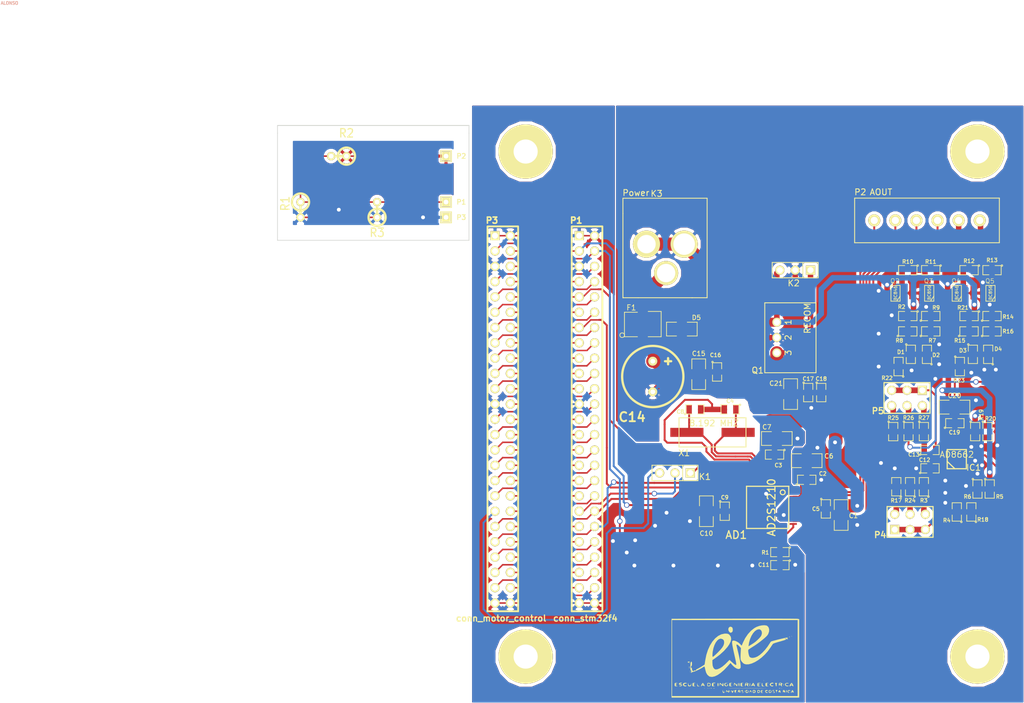
<source format=kicad_pcb>
(kicad_pcb (version 3) (host pcbnew "(22-Jun-2014 BZR 4027)-stable")
  (title_block (title AD2S1210) (company "P. Koenig"))
  (layers (15 F.Cu signal) (0 B.Cu signal) (19 F.Paste user) (21 F.SilkS user) (23 F.Mask user) (28 Edge.Cuts user))
  (net 0 "")
  (net 1 +1.8V)
  (net 2 +5V)
  (net 3 /12V_a)
  (net 4 /A0)
  (net 5 /COS)
  (net 6 /COSLO)
  (net 7 /EXC)
  (net 8 /Hall3)
  (net 9 /NC)
  (net 10 /NRST)
  (net 11 /OUT_EXC)
  (net 12 /OUT_~EXC)
  (net 13 /PA0)
  (net 14 /PA1)
  (net 15 /PA2)
  (net 16 /PA4)
  (net 17 /PA5)
  (net 18 /PA6)
  (net 19 /PA7)
  (net 20 /PB0)
  (net 21 /PB1)
  (net 22 /PB10)
  (net 23 /PB11)
  (net 24 /PB12)
  (net 25 /PB15)
  (net 26 /PB2)
  (net 27 /PC0)
  (net 28 /PC1)
  (net 29 /PC2)
  (net 30 /PC4)
  (net 31 /PC5)
  (net 32 /PD10)
  (net 33 /PD11)
  (net 34 /PD12)
  (net 35 /PD13)
  (net 36 /PD14)
  (net 37 /PD15)
  (net 38 /PD9)
  (net 39 /PE10)
  (net 40 /PE11)
  (net 41 /PE12)
  (net 42 /PE13)
  (net 43 /PE14)
  (net 44 /PE15)
  (net 45 /PE7)
  (net 46 /PE8)
  (net 47 /PE9)
  (net 48 /SCLK)
  (net 49 /SDI)
  (net 50 /SDO)
  (net 51 /SDO_HALL3)
  (net 52 /SIN)
  (net 53 /SINLO)
  (net 54 /V_DRIVE)
  (net 55 /pin1)
  (net 56 /~EXC)
  (net 57 /~SAMPLE)
  (net 58 /~WR)
  (net 59 GND)
  (net 60 N-000001)
  (net 61 N-0000010)
  (net 62 N-0000011)
  (net 63 N-0000012)
  (net 64 N-0000013)
  (net 65 N-0000014)
  (net 66 N-0000015)
  (net 67 N-0000016)
  (net 68 N-0000018)
  (net 69 N-0000019)
  (net 70 N-0000020)
  (net 71 N-0000021)
  (net 72 N-0000029)
  (net 73 N-000003)
  (net 74 N-000004)
  (net 75 N-0000041)
  (net 76 N-000005)
  (net 77 N-0000054)
  (net 78 N-0000057)
  (net 79 N-0000058)
  (net 80 N-0000059)
  (net 81 N-000006)
  (net 82 N-0000060)
  (net 83 N-0000061)
  (net 84 N-0000062)
  (net 85 N-0000063)
  (net 86 N-0000064)
  (net 87 N-000007)
  (net 88 N-000008)
  (net 89 N-000009)
  (net 90 VCC)
  (module SIL-1 (layer F.Cu) (at 39.37 34.29)
    (fp_text reference P1 (at 2.54 0) (layer F.SilkS) (effects (font (size 0.8 0.8))))
    (fp_text value CONN_1 hide)
    (pad 1 thru_hole rect (at 0 0) (size 1.5 1.5) (drill 0.8) (layers *.Cu *.Mask F.SilkS) (net 55 /pin1))
  )
  (module SIL-1 (layer F.Cu) (at 39.37 36.83)
    (fp_text reference P3 (at 2.54 0) (layer F.SilkS) (effects (font (size 0.8 0.8))))
    (fp_text value CONN_1 hide)
    (pad 1 thru_hole rect (at 0 0) (size 1.5 1.5) (drill 0.8) (layers *.Cu *.Mask F.SilkS) (net 76 N-000005))
  )
  (module SIL-1 (layer F.Cu) (at 39.37 26.67)
    (fp_text reference P2 (at 2.54 0) (layer F.SilkS) (effects (font (size 0.8 0.8))))
    (fp_text value CONN_1 hide)
    (pad 1 thru_hole rect (at 0 0) (size 1.5 1.5) (drill 0.8) (layers *.Cu *.Mask F.SilkS) (net 1 +1.8V))
  )
  (module R1 (layer F.Cu) (at 15.24 35.56 270)
    (fp_text reference R1 (at -1.016 2.54 270) (layer F.SilkS) (effects (font (size 1.397 1.27) (thickness 0.2032))))
    (fp_text value 10K hide)
    (pad 1 thru_hole circle (at -1.27 0 270) (size 1.397 1.397) (drill 0.8128) (layers *.Cu *.Mask F.SilkS) (net 55 /pin1))
    (pad 2 thru_hole circle (at 1.27 0 270) (size 1.397 1.397) (drill 0.8128) (layers *.Cu *.Mask F.SilkS) (net 76 N-000005))
  )
  (module R1 (layer F.Cu) (at 21.59 26.67 180)
    (fp_text reference R2 (at -1.27 3.81 180) (layer F.SilkS) (effects (font (size 1.397 1.27) (thickness 0.2032))))
    (fp_text value 1K hide)
    (pad 1 thru_hole circle (at -1.27 0 180) (size 1.397 1.397) (drill 0.8128) (layers *.Cu *.Mask F.SilkS) (net 1 +1.8V))
    (pad 2 thru_hole circle (at 1.27 0 180) (size 1.397 1.397) (drill 0.8128) (layers *.Cu *.Mask F.SilkS) (net 55 /pin1))
  )
  (module R1 (layer F.Cu) (at 27.94 35.56 90)
    (fp_text reference R3 (at -3.81 0 180) (layer F.SilkS) (effects (font (size 1.397 1.27) (thickness 0.2032))))
    (fp_text value 3,3K hide)
    (pad 1 thru_hole circle (at -1.27 0 90) (size 1.397 1.397) (drill 0.8128) (layers *.Cu *.Mask F.SilkS) (net 76 N-000005))
    (pad 2 thru_hole circle (at 1.27 0 90) (size 1.397 1.397) (drill 0.8128) (layers *.Cu *.Mask F.SilkS) (net 55 /pin1))
  )
  (module SM0805 (layer F.Cu) (at 126.492 85.725 90)
    (fp_text reference R18 (at -1.27 1.905 180) (layer F.SilkS) (effects (font (size 0.635 0.635) (thickness 0.127))))
    (fp_text value 10k hide)
    (pad 1 smd rect (at -0.9525 0 90) (size 0.889 1.397) (layers F.Cu F.Paste F.Mask) (net 7 /EXC))
    (pad 2 smd rect (at 0.9525 0 90) (size 0.889 1.397) (layers F.Cu F.Paste F.Mask) (net 63 N-0000012))
  )
  (module SM0805 (layer F.Cu) (at 129.54 81.915 270)
    (fp_text reference R5 (at 1.27 -1.651 360) (layer F.SilkS) (effects (font (size 0.635 0.635) (thickness 0.127))))
    (fp_text value 22k hide)
    (pad 1 smd rect (at -0.9525 0 270) (size 0.889 1.397) (layers F.Cu F.Paste F.Mask) (net 90 VCC))
    (pad 2 smd rect (at 0.9525 0 270) (size 0.889 1.397) (layers F.Cu F.Paste F.Mask) (net 66 N-0000015))
  )
  (module SM0805 (layer F.Cu) (at 114.046 81.534 90)
    (fp_text reference R17 (at -2.286 0 180) (layer F.SilkS) (effects (font (size 0.635 0.635) (thickness 0.127))))
    (fp_text value 13.6k hide)
    (pad 1 smd rect (at -0.9525 0 90) (size 0.889 1.397) (layers F.Cu F.Paste F.Mask) (net 68 N-0000018))
    (pad 2 smd rect (at 0.9525 0 90) (size 0.889 1.397) (layers F.Cu F.Paste F.Mask) (net 12 /OUT_~EXC))
  )
  (module SM0805 (layer F.Cu) (at 129.159 72.39 270)
    (fp_text reference R20 (at -2.159 -0.508 360) (layer F.SilkS) (effects (font (size 0.635 0.635) (thickness 0.127))))
    (fp_text value 10k hide)
    (pad 1 smd rect (at -0.9525 0 270) (size 0.889 1.397) (layers F.Cu F.Paste F.Mask) (net 59 GND))
    (pad 2 smd rect (at 0.9525 0 270) (size 0.889 1.397) (layers F.Cu F.Paste F.Mask) (net 61 N-0000010))
  )
  (module SM0805 (layer F.Cu) (at 127.127 72.39 270)
    (fp_text reference R19 (at -2.794 -1.016 270) (layer F.SilkS) (effects (font (size 0.635 0.635) (thickness 0.127))))
    (fp_text value 22k hide)
    (pad 1 smd rect (at -0.9525 0 270) (size 0.889 1.397) (layers F.Cu F.Paste F.Mask) (net 90 VCC))
    (pad 2 smd rect (at 0.9525 0 270) (size 0.889 1.397) (layers F.Cu F.Paste F.Mask) (net 61 N-0000010))
  )
  (module SM0805 (layer F.Cu) (at 126.111 53.213 180)
    (fp_text reference R21 (at 1.016 1.397 180) (layer F.SilkS) (effects (font (size 0.635 0.635) (thickness 0.127))))
    (fp_text value 2.2k hide)
    (pad 1 smd rect (at -0.9525 0 180) (size 0.889 1.397) (layers F.Cu F.Paste F.Mask) (net 90 VCC))
    (pad 2 smd rect (at 0.9525 0 180) (size 0.889 1.397) (layers F.Cu F.Paste F.Mask) (net 76 N-000005))
  )
  (module SM0805 (layer F.Cu) (at 126.111 55.753)
    (fp_text reference R15 (at -1.524 1.524) (layer F.SilkS) (effects (font (size 0.635 0.635) (thickness 0.127))))
    (fp_text value 3.3k hide)
    (pad 1 smd rect (at -0.9525 0) (size 0.889 1.397) (layers F.Cu F.Paste F.Mask) (net 76 N-000005))
    (pad 2 smd rect (at 0.9525 0) (size 0.889 1.397) (layers F.Cu F.Paste F.Mask) (net 74 N-000004))
  )
  (module SM0805 (layer F.Cu) (at 126.746 59.563 270)
    (fp_text reference D3 (at -0.635 1.651 360) (layer F.SilkS) (effects (font (size 0.635 0.635) (thickness 0.127))))
    (fp_text value DIODE hide)
    (pad 1 smd rect (at -0.9525 0 270) (size 0.889 1.397) (layers F.Cu F.Paste F.Mask) (net 74 N-000004))
    (pad 2 smd rect (at 0.9525 0 270) (size 0.889 1.397) (layers F.Cu F.Paste F.Mask) (net 81 N-000006))
  )
  (module SM0805 (layer F.Cu) (at 129.286 59.563 90)
    (fp_text reference D4 (at 0.889 1.651 180) (layer F.SilkS) (effects (font (size 0.635 0.635) (thickness 0.127))))
    (fp_text value DIODE hide)
    (pad 1 smd rect (at -0.9525 0 90) (size 0.889 1.397) (layers F.Cu F.Paste F.Mask) (net 81 N-000006))
    (pad 2 smd rect (at 0.9525 0 90) (size 0.889 1.397) (layers F.Cu F.Paste F.Mask) (net 73 N-000003))
  )
  (module SM0805 (layer F.Cu) (at 129.921 55.753)
    (fp_text reference R16 (at 2.667 0) (layer F.SilkS) (effects (font (size 0.635 0.635) (thickness 0.127))))
    (fp_text value 3.3k hide)
    (pad 1 smd rect (at -0.9525 0) (size 0.889 1.397) (layers F.Cu F.Paste F.Mask) (net 73 N-000003))
    (pad 2 smd rect (at 0.9525 0) (size 0.889 1.397) (layers F.Cu F.Paste F.Mask) (net 89 N-000009))
  )
  (module SM0805 (layer F.Cu) (at 129.921 53.213)
    (fp_text reference R14 (at 2.667 0.127) (layer F.SilkS) (effects (font (size 0.635 0.635) (thickness 0.127))))
    (fp_text value 2.2k hide)
    (pad 1 smd rect (at -0.9525 0) (size 0.889 1.397) (layers F.Cu F.Paste F.Mask) (net 59 GND))
    (pad 2 smd rect (at 0.9525 0) (size 0.889 1.397) (layers F.Cu F.Paste F.Mask) (net 89 N-000009))
  )
  (module SM0805 (layer F.Cu) (at 126.111 45.593 180)
    (fp_text reference R12 (at 0 1.524 180) (layer F.SilkS) (effects (font (size 0.635 0.635) (thickness 0.127))))
    (fp_text value 4.7k hide)
    (pad 1 smd rect (at -0.9525 0 180) (size 0.889 1.397) (layers F.Cu F.Paste F.Mask) (net 11 /OUT_EXC))
    (pad 2 smd rect (at 0.9525 0 180) (size 0.889 1.397) (layers F.Cu F.Paste F.Mask) (net 88 N-000008))
  )
  (module SM0805 (layer F.Cu) (at 129.921 45.593 180)
    (fp_text reference R13 (at 0 1.651 180) (layer F.SilkS) (effects (font (size 0.635 0.635) (thickness 0.127))))
    (fp_text value 4.7k hide)
    (pad 1 smd rect (at -0.9525 0 180) (size 0.889 1.397) (layers F.Cu F.Paste F.Mask) (net 87 N-000007))
    (pad 2 smd rect (at 0.9525 0 180) (size 0.889 1.397) (layers F.Cu F.Paste F.Mask) (net 11 /OUT_EXC))
  )
  (module SM0805 (layer F.Cu) (at 115.951 53.213 180)
    (fp_text reference R2 (at 1.016 1.524 180) (layer F.SilkS) (effects (font (size 0.635 0.635) (thickness 0.127))))
    (fp_text value 2.2k hide)
    (pad 1 smd rect (at -0.9525 0 180) (size 0.889 1.397) (layers F.Cu F.Paste F.Mask) (net 90 VCC))
    (pad 2 smd rect (at 0.9525 0 180) (size 0.889 1.397) (layers F.Cu F.Paste F.Mask) (net 82 N-0000060))
  )
  (module SM0805 (layer F.Cu) (at 115.951 55.753)
    (fp_text reference R8 (at -1.397 1.524) (layer F.SilkS) (effects (font (size 0.635 0.635) (thickness 0.127))))
    (fp_text value 3.3k hide)
    (pad 1 smd rect (at -0.9525 0) (size 0.889 1.397) (layers F.Cu F.Paste F.Mask) (net 82 N-0000060))
    (pad 2 smd rect (at 0.9525 0) (size 0.889 1.397) (layers F.Cu F.Paste F.Mask) (net 78 N-0000057))
  )
  (module SM0805 (layer F.Cu) (at 119.126 59.563 90)
    (fp_text reference D2 (at -0.127 1.524 180) (layer F.SilkS) (effects (font (size 0.635 0.635) (thickness 0.127))))
    (fp_text value DIODE hide)
    (pad 1 smd rect (at -0.9525 0 90) (size 0.889 1.397) (layers F.Cu F.Paste F.Mask) (net 84 N-0000062))
    (pad 2 smd rect (at 0.9525 0 90) (size 0.889 1.397) (layers F.Cu F.Paste F.Mask) (net 83 N-0000061))
  )
  (module SM0805 (layer F.Cu) (at 119.761 55.753)
    (fp_text reference R7 (at 0.254 1.524) (layer F.SilkS) (effects (font (size 0.635 0.635) (thickness 0.127))))
    (fp_text value 3.3k hide)
    (pad 1 smd rect (at -0.9525 0) (size 0.889 1.397) (layers F.Cu F.Paste F.Mask) (net 83 N-0000061))
    (pad 2 smd rect (at 0.9525 0) (size 0.889 1.397) (layers F.Cu F.Paste F.Mask) (net 80 N-0000059))
  )
  (module SM0805 (layer F.Cu) (at 119.761 53.213)
    (fp_text reference R9 (at 0.889 -1.397) (layer F.SilkS) (effects (font (size 0.635 0.635) (thickness 0.127))))
    (fp_text value 2.2k hide)
    (pad 1 smd rect (at -0.9525 0) (size 0.889 1.397) (layers F.Cu F.Paste F.Mask) (net 59 GND))
    (pad 2 smd rect (at 0.9525 0) (size 0.889 1.397) (layers F.Cu F.Paste F.Mask) (net 80 N-0000059))
  )
  (module SM0805 (layer F.Cu) (at 115.951 45.593 180)
    (fp_text reference R10 (at 0 1.397 180) (layer F.SilkS) (effects (font (size 0.635 0.635) (thickness 0.127))))
    (fp_text value 4.7k hide)
    (pad 1 smd rect (at -0.9525 0 180) (size 0.889 1.397) (layers F.Cu F.Paste F.Mask) (net 12 /OUT_~EXC))
    (pad 2 smd rect (at 0.9525 0 180) (size 0.889 1.397) (layers F.Cu F.Paste F.Mask) (net 79 N-0000058))
  )
  (module SM0805 (layer F.Cu) (at 119.761 45.593 180)
    (fp_text reference R11 (at 0 1.397 180) (layer F.SilkS) (effects (font (size 0.635 0.635) (thickness 0.127))))
    (fp_text value 4.7k hide)
    (pad 1 smd rect (at -0.9525 0 180) (size 0.889 1.397) (layers F.Cu F.Paste F.Mask) (net 72 N-0000029))
    (pad 2 smd rect (at 0.9525 0 180) (size 0.889 1.397) (layers F.Cu F.Paste F.Mask) (net 12 /OUT_~EXC))
  )
  (module SM0805 (layer F.Cu) (at 127.508 81.915 270)
    (fp_text reference R6 (at 1.27 1.651 360) (layer F.SilkS) (effects (font (size 0.635 0.635) (thickness 0.127))))
    (fp_text value 10k hide)
    (pad 1 smd rect (at -0.9525 0 270) (size 0.889 1.397) (layers F.Cu F.Paste F.Mask) (net 59 GND))
    (pad 2 smd rect (at 0.9525 0 270) (size 0.889 1.397) (layers F.Cu F.Paste F.Mask) (net 66 N-0000015))
  )
  (module SM0805 (layer F.Cu) (at 102.362 85.217 270)
    (fp_text reference C5 (at 0 1.651 360) (layer F.SilkS) (effects (font (size 0.635 0.635) (thickness 0.127))))
    (fp_text value 10n hide)
    (pad 1 smd rect (at -0.9525 0 270) (size 0.889 1.397) (layers F.Cu F.Paste F.Mask) (net 2 +5V))
    (pad 2 smd rect (at 0.9525 0 270) (size 0.889 1.397) (layers F.Cu F.Paste F.Mask) (net 59 GND))
  )
  (module SM0805 (layer F.Cu) (at 99.187 80.391)
    (fp_text reference C2 (at 2.667 -1.016) (layer F.SilkS) (effects (font (size 0.635 0.635) (thickness 0.127))))
    (fp_text value 10n hide)
    (pad 1 smd rect (at -0.9525 0) (size 0.889 1.397) (layers F.Cu F.Paste F.Mask) (net 71 N-0000021))
    (pad 2 smd rect (at 0.9525 0) (size 0.889 1.397) (layers F.Cu F.Paste F.Mask) (net 59 GND))
  )
  (module SM0805 (layer F.Cu) (at 86.487 68.707 180)
    (fp_text reference C4 (at 0 1.397 180) (layer F.SilkS) (effects (font (size 0.635 0.635) (thickness 0.127))))
    (fp_text value 20p hide)
    (pad 1 smd rect (at -0.9525 0 180) (size 0.889 1.397) (layers F.Cu F.Paste F.Mask) (net 85 N-0000063))
    (pad 2 smd rect (at 0.9525 0 180) (size 0.889 1.397) (layers F.Cu F.Paste F.Mask) (net 59 GND))
  )
  (module SM0805 (layer F.Cu) (at 80.645 68.707)
    (fp_text reference C8 (at -2.413 0.381) (layer F.SilkS) (effects (font (size 0.635 0.635) (thickness 0.127))))
    (fp_text value 20p hide)
    (pad 1 smd rect (at -0.9525 0) (size 0.889 1.397) (layers F.Cu F.Paste F.Mask) (net 86 N-0000064))
    (pad 2 smd rect (at 0.9525 0) (size 0.889 1.397) (layers F.Cu F.Paste F.Mask) (net 59 GND))
  )
  (module SM0805 (layer F.Cu) (at 85.598 85.598 270)
    (fp_text reference C9 (at -2.286 0 360) (layer F.SilkS) (effects (font (size 0.635 0.635) (thickness 0.127))))
    (fp_text value 10n hide)
    (pad 1 smd rect (at -0.9525 0 270) (size 0.889 1.397) (layers F.Cu F.Paste F.Mask) (net 54 /V_DRIVE))
    (pad 2 smd rect (at 0.9525 0 270) (size 0.889 1.397) (layers F.Cu F.Paste F.Mask) (net 59 GND))
  )
  (module SM0805 (layer F.Cu) (at 93.853 76.2 180)
    (fp_text reference C3 (at -0.635 -1.778 180) (layer F.SilkS) (effects (font (size 0.635 0.635) (thickness 0.127))))
    (fp_text value 10n hide)
    (pad 1 smd rect (at -0.9525 0 180) (size 0.889 1.397) (layers F.Cu F.Paste F.Mask) (net 59 GND))
    (pad 2 smd rect (at 0.9525 0 180) (size 0.889 1.397) (layers F.Cu F.Paste F.Mask) (net 2 +5V))
  )
  (module SM0805 (layer F.Cu) (at 94.742 92.3925 180)
    (fp_text reference R1 (at 2.413 -0.0635 180) (layer F.SilkS) (effects (font (size 0.635 0.635) (thickness 0.127))))
    (fp_text value 1k hide)
    (pad 1 smd rect (at -0.9525 0 180) (size 0.889 1.397) (layers F.Cu F.Paste F.Mask) (net 4 /A0))
    (pad 2 smd rect (at 0.9525 0 180) (size 0.889 1.397) (layers F.Cu F.Paste F.Mask) (net 60 N-000001))
  )
  (module SM0805 (layer F.Cu) (at 94.742 94.5515 180)
    (fp_text reference C11 (at 2.667 0.0635 180) (layer F.SilkS) (effects (font (size 0.635 0.635) (thickness 0.127))))
    (fp_text value 2.2µ hide)
    (pad 1 smd rect (at -0.9525 0 180) (size 0.889 1.397) (layers F.Cu F.Paste F.Mask) (net 59 GND))
    (pad 2 smd rect (at 0.9525 0 180) (size 0.889 1.397) (layers F.Cu F.Paste F.Mask) (net 60 N-000001))
  )
  (module SM0805 (layer F.Cu) (at 84.328 62.484 270)
    (fp_text reference C16 (at -2.794 0.254 360) (layer F.SilkS) (effects (font (size 0.635 0.635) (thickness 0.127))))
    (fp_text value 100n hide)
    (pad 1 smd rect (at -0.9525 0 270) (size 0.889 1.397) (layers F.Cu F.Paste F.Mask) (net 90 VCC))
    (pad 2 smd rect (at 0.9525 0 270) (size 0.889 1.397) (layers F.Cu F.Paste F.Mask) (net 59 GND))
  )
  (module SM0805 (layer F.Cu) (at 99.441 65.913 270)
    (fp_text reference C17 (at -2.286 0 360) (layer F.SilkS) (effects (font (size 0.635 0.635) (thickness 0.127))))
    (fp_text value 100n hide)
    (pad 1 smd rect (at -0.9525 0 270) (size 0.889 1.397) (layers F.Cu F.Paste F.Mask) (net 2 +5V))
    (pad 2 smd rect (at 0.9525 0 270) (size 0.889 1.397) (layers F.Cu F.Paste F.Mask) (net 59 GND))
  )
  (module SM0805 (layer F.Cu) (at 101.6 65.913 270)
    (fp_text reference C18 (at -2.286 0 360) (layer F.SilkS) (effects (font (size 0.635 0.635) (thickness 0.127))))
    (fp_text value 10n hide)
    (pad 1 smd rect (at -0.9525 0 270) (size 0.889 1.397) (layers F.Cu F.Paste F.Mask) (net 2 +5V))
    (pad 2 smd rect (at 0.9525 0 270) (size 0.889 1.397) (layers F.Cu F.Paste F.Mask) (net 59 GND))
  )
  (module SM0805 (layer F.Cu) (at 124.079 85.725 90)
    (fp_text reference R4 (at -1.397 -1.651 180) (layer F.SilkS) (effects (font (size 0.635 0.635) (thickness 0.127))))
    (fp_text value 10k hide)
    (pad 1 smd rect (at -0.9525 0 90) (size 0.889 1.397) (layers F.Cu F.Paste F.Mask) (net 56 /~EXC))
    (pad 2 smd rect (at 0.9525 0 90) (size 0.889 1.397) (layers F.Cu F.Paste F.Mask) (net 77 N-0000054))
  )
  (module SM0805 (layer F.Cu) (at 118.618 81.534 90)
    (fp_text reference R3 (at -2.286 0 180) (layer F.SilkS) (effects (font (size 0.635 0.635) (thickness 0.127))))
    (fp_text value 8.66k hide)
    (pad 1 smd rect (at -0.9525 0 90) (size 0.889 1.397) (layers F.Cu F.Paste F.Mask) (net 70 N-0000020))
    (pad 2 smd rect (at 0.9525 0 90) (size 0.889 1.397) (layers F.Cu F.Paste F.Mask) (net 12 /OUT_~EXC))
  )
  (module SIP-3 (layer F.Cu) (at 94.234 54.229 270)
    (fp_text reference Q1 (at 8.001 3.175 360) (layer F.SilkS))
    (fp_text value RECOM (at -0.635 -5.08 270) (layer F.SilkS))
    (fp_text user 2 (at 2.54 -1.905 270) (layer F.SilkS))
    (fp_text user 3 (at 5.08 -1.905 270) (layer F.SilkS))
    (fp_text user 1 (at 0 -1.905 270) (layer F.SilkS))
    (pad 1 thru_hole circle (at 0 0 270) (size 1.5 1.5) (drill 1.05) (layers *.Cu *.Mask F.SilkS) (net 90 VCC))
    (pad 2 thru_hole circle (at 2.54 0 270) (size 1.5 1.5) (drill 1.05) (layers *.Cu *.Mask F.SilkS) (net 59 GND))
    (pad 3 thru_hole circle (at 5.08 0 270) (size 1.5 1.5) (drill 1.05) (layers *.Cu *.Mask F.SilkS) (net 2 +5V))
  )
  (module MSOP_8 (layer F.Cu) (at 124.079 76.962)
    (fp_text reference IC1 (at 2.794 1.397) (layer F.SilkS) (effects (font (size 1.00076 1.00076) (thickness 0.1524))))
    (fp_text value AD8662 (at 0 -0.762) (layer F.SilkS) (effects (font (size 1.00076 1.00076) (thickness 0.127))))
    (pad 1 smd rect (at -0.97536 2.159) (size 0.381 1.27) (layers F.Cu F.Paste F.Mask) (net 75 N-0000041))
    (pad 2 smd rect (at -0.32512 2.159) (size 0.381 1.27) (layers F.Cu F.Paste F.Mask) (net 77 N-0000054))
    (pad 3 smd rect (at 0.32512 2.159) (size 0.381 1.27) (layers F.Cu F.Paste F.Mask) (net 66 N-0000015))
    (pad 4 smd rect (at 0.97536 2.159) (size 0.381 1.27) (layers F.Cu F.Paste F.Mask) (net 59 GND))
    (pad 5 smd rect (at 0.97536 -2.159) (size 0.381 1.27) (layers F.Cu F.Paste F.Mask) (net 61 N-0000010))
    (pad 6 smd rect (at 0.32512 -2.159) (size 0.381 1.27) (layers F.Cu F.Paste F.Mask) (net 63 N-0000012))
    (pad 7 smd rect (at -0.32512 -2.159) (size 0.381 1.27) (layers F.Cu F.Paste F.Mask) (net 67 N-0000016))
    (pad 8 smd rect (at -0.97536 -2.159) (size 0.381 1.27) (layers F.Cu F.Paste F.Mask) (net 90 VCC))
  )
  (module Elko_vert_DM10_RM5_CopperClear (layer F.Cu) (at 73.66 63.246 270)
    (fp_text reference C14 (at 6.731 3.429 360) (layer F.SilkS) (effects (font (size 1.524 1.524) (thickness 0.3048))))
    (fp_text value 220µ hide)
    (pad 2 thru_hole circle (at 2.54 0 270) (size 1.50114 1.50114) (drill 0.8001) (layers *.Cu *.Mask F.SilkS) (net 59 GND))
    (pad 1 thru_hole circle (at -2.54 0 270) (size 1.50114 1.50114) (drill 0.8001) (layers *.Cu *.Mask F.SilkS) (net 90 VCC))
  )
  (module crystal_ATS (layer F.Cu) (at 83.566 72.517 180)
    (fp_text reference X1 (at 4.699 -3.429 180) (layer F.SilkS))
    (fp_text value "8.192 MHZ" (at -0.254 1.524 180) (layer F.SilkS))
    (pad 1 smd rect (at -4.25 0 180) (size 5.5 1.5) (layers F.Cu F.Paste F.Mask) (net 85 N-0000063))
    (pad 2 smd rect (at 4.25 0 180) (size 5.5 1.5) (layers F.Cu F.Paste F.Mask) (net 86 N-0000064))
  )
  (module SOT23 (layer F.Cu) (at 124.079 49.403 90)
    (fp_text reference Q4 (at 1.99898 -0.09906 180) (layer F.SilkS) (effects (font (size 0.762 0.762) (thickness 0.0762))))
    (fp_text value BC846 (at 0.0635 0 90) (layer F.SilkS) (effects (font (size 0.50038 0.50038) (thickness 0.0762))))
    (pad 3 smd rect (at 0 -1.27 90) (size 0.70104 1.00076) (layers F.Cu F.Paste F.Mask) (net 90 VCC))
    (pad 2 smd rect (at 0.9525 1.27 90) (size 0.70104 1.00076) (layers F.Cu F.Paste F.Mask) (net 88 N-000008))
    (pad 1 smd rect (at -0.9525 1.27 90) (size 0.70104 1.00076) (layers F.Cu F.Paste F.Mask) (net 76 N-000005))
  )
  (module SOT23 (layer F.Cu) (at 129.667 49.403 90)
    (fp_text reference Q5 (at 1.99898 -0.09906 180) (layer F.SilkS) (effects (font (size 0.762 0.762) (thickness 0.0762))))
    (fp_text value BC856 (at 0.0635 0 90) (layer F.SilkS) (effects (font (size 0.50038 0.50038) (thickness 0.0762))))
    (pad 3 smd rect (at 0 -1.27 90) (size 0.70104 1.00076) (layers F.Cu F.Paste F.Mask) (net 59 GND))
    (pad 2 smd rect (at 0.9525 1.27 90) (size 0.70104 1.00076) (layers F.Cu F.Paste F.Mask) (net 87 N-000007))
    (pad 1 smd rect (at -0.9525 1.27 90) (size 0.70104 1.00076) (layers F.Cu F.Paste F.Mask) (net 89 N-000009))
  )
  (module SOT23 (layer F.Cu) (at 113.919 49.403 90)
    (fp_text reference Q2 (at 1.99898 -0.09906 180) (layer F.SilkS) (effects (font (size 0.762 0.762) (thickness 0.0762))))
    (fp_text value BC846 (at 0 0 90) (layer F.SilkS) (effects (font (size 0.50038 0.50038) (thickness 0.0762))))
    (pad 3 smd rect (at 0 -1.27 90) (size 0.70104 1.00076) (layers F.Cu F.Paste F.Mask) (net 90 VCC))
    (pad 2 smd rect (at 0.9525 1.27 90) (size 0.70104 1.00076) (layers F.Cu F.Paste F.Mask) (net 79 N-0000058))
    (pad 1 smd rect (at -0.9525 1.27 90) (size 0.70104 1.00076) (layers F.Cu F.Paste F.Mask) (net 82 N-0000060))
  )
  (module SOT23 (layer F.Cu) (at 119.507 49.403 90)
    (fp_text reference Q3 (at 1.99898 -0.09906 180) (layer F.SilkS) (effects (font (size 0.762 0.762) (thickness 0.0762))))
    (fp_text value BC856 (at 0.0635 0 90) (layer F.SilkS) (effects (font (size 0.50038 0.50038) (thickness 0.0762))))
    (pad 3 smd rect (at 0 -1.27 90) (size 0.70104 1.00076) (layers F.Cu F.Paste F.Mask) (net 59 GND))
    (pad 2 smd rect (at 0.9525 1.27 90) (size 0.70104 1.00076) (layers F.Cu F.Paste F.Mask) (net 72 N-0000029))
    (pad 1 smd rect (at -0.9525 1.27 90) (size 0.70104 1.00076) (layers F.Cu F.Paste F.Mask) (net 80 N-0000059))
  )
  (module SM0805 (layer F.Cu) (at 123.7615 70.993)
    (fp_text reference C19 (at -0.0635 1.524) (layer F.SilkS) (effects (font (size 0.635 0.635) (thickness 0.127))))
    (fp_text value 100n hide)
    (pad 1 smd rect (at -0.9525 0) (size 0.889 1.397) (layers F.Cu F.Paste F.Mask) (net 90 VCC))
    (pad 2 smd rect (at 0.9525 0) (size 0.889 1.397) (layers F.Cu F.Paste F.Mask) (net 59 GND))
  )
  (module SM0805 (layer F.Cu) (at 116.459 59.563 270)
    (fp_text reference D1 (at -0.381 1.651 360) (layer F.SilkS) (effects (font (size 0.635 0.635) (thickness 0.127))))
    (fp_text value DIODE hide)
    (pad 1 smd rect (at -0.9525 0 270) (size 0.889 1.397) (layers F.Cu F.Paste F.Mask) (net 78 N-0000057))
    (pad 2 smd rect (at 0.9525 0 270) (size 0.889 1.397) (layers F.Cu F.Paste F.Mask) (net 84 N-0000062))
  )
  (module PIN_ARRAY_3X1 (layer F.Cu) (at 97.282 45.593 180)
    (fp_text reference K2 (at 0.254 -2.159 180) (layer F.SilkS) (effects (font (size 1.016 1.016) (thickness 0.1524))))
    (fp_text value V_control hide)
    (pad 1 thru_hole rect (at -2.54 0 180) (size 1.524 1.524) (drill 1.016) (layers *.Cu *.Mask F.SilkS) (net 2 +5V))
    (pad 2 thru_hole circle (at 0 0 180) (size 1.524 1.524) (drill 1.016) (layers *.Cu *.Mask F.SilkS) (net 59 GND))
    (pad 3 thru_hole circle (at 2.54 0 180) (size 1.524 1.524) (drill 1.016) (layers *.Cu *.Mask F.SilkS) (net 90 VCC))
  )
  (module PIN_ARRAY_3X1 (layer F.Cu) (at 77.343 79.248 180)
    (fp_text reference K1 (at -4.953 -0.635 180) (layer F.SilkS) (effects (font (size 1.016 1.016) (thickness 0.1524))))
    (fp_text value JP_1 hide)
    (pad 1 thru_hole rect (at -2.54 0 180) (size 1.524 1.524) (drill 1.016) (layers *.Cu *.Mask F.SilkS) (net 50 /SDO))
    (pad 2 thru_hole circle (at 0 0 180) (size 1.524 1.524) (drill 1.016) (layers *.Cu *.Mask F.SilkS) (net 51 /SDO_HALL3))
    (pad 3 thru_hole circle (at 2.54 0 180) (size 1.524 1.524) (drill 1.016) (layers *.Cu *.Mask F.SilkS) (net 8 /Hall3))
  )
  (module SM1206 (layer F.Cu) (at 99.187 77.216)
    (fp_text reference C6 (at 3.683 -0.762) (layer F.SilkS) (effects (font (size 0.762 0.762) (thickness 0.127))))
    (fp_text value 10µ hide)
    (pad 1 smd rect (at -1.651 0) (size 1.524 2.032) (layers F.Cu F.Paste F.Mask) (net 71 N-0000021))
    (pad 2 smd rect (at 1.651 0) (size 1.524 2.032) (layers F.Cu F.Paste F.Mask) (net 59 GND))
  )
  (module SM1206 (layer F.Cu) (at 94.234 73.533 180)
    (fp_text reference C7 (at 1.651 1.905 180) (layer F.SilkS) (effects (font (size 0.762 0.762) (thickness 0.127))))
    (fp_text value 4.7µ hide)
    (pad 1 smd rect (at -1.651 0 180) (size 1.524 2.032) (layers F.Cu F.Paste F.Mask) (net 59 GND))
    (pad 2 smd rect (at 1.651 0 180) (size 1.524 2.032) (layers F.Cu F.Paste F.Mask) (net 2 +5V))
  )
  (module SM1206 (layer F.Cu) (at 81.28 62.865 270)
    (fp_text reference C15 (at -3.429 0 360) (layer F.SilkS) (effects (font (size 0.762 0.762) (thickness 0.127))))
    (fp_text value 10µ hide)
    (pad 1 smd rect (at -1.651 0 270) (size 1.524 2.032) (layers F.Cu F.Paste F.Mask) (net 90 VCC))
    (pad 2 smd rect (at 1.651 0 270) (size 1.524 2.032) (layers F.Cu F.Paste F.Mask) (net 59 GND))
  )
  (module SM1206 (layer F.Cu) (at 104.902 86.233 270)
    (fp_text reference C1 (at 0.127 -2.032 360) (layer F.SilkS) (effects (font (size 0.762 0.762) (thickness 0.127))))
    (fp_text value 4.7µ hide)
    (pad 1 smd rect (at -1.651 0 270) (size 1.524 2.032) (layers F.Cu F.Paste F.Mask) (net 2 +5V))
    (pad 2 smd rect (at 1.651 0 270) (size 1.524 2.032) (layers F.Cu F.Paste F.Mask) (net 59 GND))
  )
  (module SM1206 (layer F.Cu) (at 82.55 85.598 270)
    (fp_text reference C10 (at 3.683 0 360) (layer F.SilkS) (effects (font (size 0.762 0.762) (thickness 0.127))))
    (fp_text value 4.7µ hide)
    (pad 1 smd rect (at -1.651 0 270) (size 1.524 2.032) (layers F.Cu F.Paste F.Mask) (net 54 /V_DRIVE))
    (pad 2 smd rect (at 1.651 0 270) (size 1.524 2.032) (layers F.Cu F.Paste F.Mask) (net 59 GND))
  )
  (module SM1206 (layer F.Cu) (at 123.698 68.326)
    (fp_text reference C20 (at 0 -1.905) (layer F.SilkS) (effects (font (size 0.762 0.762) (thickness 0.127))))
    (fp_text value 10µ hide)
    (pad 1 smd rect (at -1.651 0) (size 1.524 2.032) (layers F.Cu F.Paste F.Mask) (net 90 VCC))
    (pad 2 smd rect (at 1.651 0) (size 1.524 2.032) (layers F.Cu F.Paste F.Mask) (net 59 GND))
  )
  (module SM0805 (layer F.Cu) (at 114.427 61.595 90)
    (fp_text reference R22 (at -1.905 -1.905 180) (layer F.SilkS) (effects (font (size 0.635 0.635) (thickness 0.127))))
    (fp_text value 0k hide)
    (pad 1 smd rect (at -0.9525 0 90) (size 0.889 1.397) (layers F.Cu F.Paste F.Mask) (net 75 N-0000041))
    (pad 2 smd rect (at 0.9525 0 90) (size 0.889 1.397) (layers F.Cu F.Paste F.Mask) (net 84 N-0000062))
  )
  (module SM0805 (layer F.Cu) (at 124.587 61.595 270)
    (fp_text reference R23 (at 2.286 0.127 360) (layer F.SilkS) (effects (font (size 0.635 0.635) (thickness 0.127))))
    (fp_text value 0k hide)
    (pad 1 smd rect (at -0.9525 0 270) (size 0.889 1.397) (layers F.Cu F.Paste F.Mask) (net 81 N-000006))
    (pad 2 smd rect (at 0.9525 0 270) (size 0.889 1.397) (layers F.Cu F.Paste F.Mask) (net 67 N-0000016))
  )
  (module pin_array_6_3.5mm (layer F.Cu) (at 127.889 37.338 180)
    (fp_text reference P2 (at 19.812 4.699 180) (layer F.SilkS))
    (fp_text value AOUT (at 16.383 4.699 180) (layer F.SilkS))
    (pad 1 thru_hole circle (at 0 0 180) (size 2 2) (drill 1.2) (layers *.Cu *.Mask F.SilkS) (net 11 /OUT_EXC))
    (pad 2 thru_hole circle (at 3.5 0 180) (size 2 2) (drill 1.2) (layers *.Cu *.Mask F.SilkS) (net 12 /OUT_~EXC))
    (pad 3 thru_hole circle (at 7 0 180) (size 2 2) (drill 1.2) (layers *.Cu *.Mask F.SilkS) (net 52 /SIN))
    (pad 4 thru_hole circle (at 10.5 0 180) (size 2 2) (drill 1.2) (layers *.Cu *.Mask F.SilkS) (net 53 /SINLO))
    (pad 5 thru_hole circle (at 14 0 180) (size 2 2) (drill 1.2) (layers *.Cu *.Mask F.SilkS) (net 6 /COSLO))
    (pad 6 thru_hole circle (at 17.5 0 180) (size 2 2) (drill 1.2) (layers *.Cu *.Mask F.SilkS) (net 5 /COS))
  )
  (module power_jack (layer F.Cu) (at 78.867 41.275 270)
    (fp_text reference K3 (at -8.382 4.572 360) (layer F.SilkS))
    (fp_text value Power (at -8.509 8.001 360) (layer F.SilkS))
    (pad 1 thru_hole circle (at 0 0 270) (size 4.5 4.5) (drill 3.56) (layers *.Cu *.Mask F.SilkS) (net 59 GND))
    (pad 3 thru_hole circle (at 4.8 3 270) (size 4 4) (drill 3.05) (layers *.Cu *.Mask F.SilkS) (net 3 /12V_a))
    (pad 2 thru_hole circle (at 0 6.25 270) (size 4.5 4.5) (drill 3.05) (layers *.Cu *.Mask F.SilkS) (net 59 GND))
  )
  (module LQFP48 (layer F.Cu) (at 92.71 84.963 270)
    (fp_text reference AD1 (at 4.572 5.207 360) (layer F.SilkS) (effects (font (size 1.27 1.27) (thickness 0.2))))
    (fp_text value AD2S1210 (at 0 -0.635 270) (layer F.SilkS) (effects (font (size 1.27 1.27) (thickness 0.2))))
    (pad 7 smd rect (at -4.25 0.25 270) (size 1.2 0.3) (layers F.Cu F.Paste F.Mask) (net 85 N-0000063))
    (pad 6 smd rect (at -4.25 -0.25 270) (size 1.2 0.3) (layers F.Cu F.Paste F.Mask) (net 2 +5V))
    (pad 8 smd rect (at -4.25 0.75 270) (size 1.2 0.3) (layers F.Cu F.Paste F.Mask) (net 86 N-0000064))
    (pad 5 smd rect (at -4.25 -0.75 270) (size 1.2 0.3) (layers F.Cu F.Paste F.Mask) (net 59 GND))
    (pad 4 smd rect (at -4.25 -1.25 270) (size 1.2 0.3) (layers F.Cu F.Paste F.Mask) (net 58 /~WR))
    (pad 3 smd rect (at -4.25 -1.75 270) (size 1.2 0.3) (layers F.Cu F.Paste F.Mask) (net 54 /V_DRIVE))
    (pad 2 smd rect (at -4.25 -2.25 270) (size 1.2 0.3) (layers F.Cu F.Paste F.Mask) (net 59 GND))
    (pad 1 smd rect (at -4.25 -2.75 270) (size 1.2 0.3) (layers F.Cu F.Paste F.Mask) (net 59 GND))
    (pad 9 smd rect (at -4.25 1.25 270) (size 1.2 0.3) (layers F.Cu F.Paste F.Mask) (net 59 GND))
    (pad 10 smd rect (at -4.25 1.75 270) (size 1.2 0.3) (layers F.Cu F.Paste F.Mask) (net 57 /~SAMPLE))
    (pad 11 smd rect (at -4.25 2.25 270) (size 1.2 0.3) (layers F.Cu F.Paste F.Mask) (net 50 /SDO))
    (pad 12 smd rect (at -4.25 2.75 270) (size 1.2 0.3) (layers F.Cu F.Paste F.Mask) (net 49 /SDI))
    (pad 30 smd rect (at 4.25 0.25 270) (size 1.2 0.3) (layers F.Cu F.Paste F.Mask))
    (pad 31 smd rect (at 4.25 -0.25 270) (size 1.2 0.3) (layers F.Cu F.Paste F.Mask))
    (pad 29 smd rect (at 4.25 0.75 270) (size 1.2 0.3) (layers F.Cu F.Paste F.Mask))
    (pad 28 smd rect (at 4.25 1.25 270) (size 1.2 0.3) (layers F.Cu F.Paste F.Mask))
    (pad 27 smd rect (at 4.25 1.75 270) (size 1.2 0.3) (layers F.Cu F.Paste F.Mask))
    (pad 26 smd rect (at 4.25 2.25 270) (size 1.2 0.3) (layers F.Cu F.Paste F.Mask))
    (pad 25 smd rect (at 4.25 2.75 270) (size 1.2 0.3) (layers F.Cu F.Paste F.Mask))
    (pad 32 smd rect (at 4.25 -0.75 270) (size 1.2 0.3) (layers F.Cu F.Paste F.Mask))
    (pad 33 smd rect (at 4.25 -1.25 270) (size 1.2 0.3) (layers F.Cu F.Paste F.Mask) (net 60 N-000001))
    (pad 34 smd rect (at 4.25 -1.75 270) (size 1.2 0.3) (layers F.Cu F.Paste F.Mask))
    (pad 35 smd rect (at 4.25 -2.25 270) (size 1.2 0.3) (layers F.Cu F.Paste F.Mask))
    (pad 36 smd rect (at 4.25 -2.75 270) (size 1.2 0.3) (layers F.Cu F.Paste F.Mask) (net 4 /A0))
    (pad 42 smd rect (at 0.25 -4.25) (size 1.2 0.3) (layers F.Cu F.Paste F.Mask) (net 53 /SINLO))
    (pad 41 smd rect (at 0.75 -4.25) (size 1.2 0.3) (layers F.Cu F.Paste F.Mask) (net 52 /SIN))
    (pad 40 smd rect (at 1.25 -4.25) (size 1.2 0.3) (layers F.Cu F.Paste F.Mask) (net 59 GND))
    (pad 39 smd rect (at 1.75 -4.25) (size 1.2 0.3) (layers F.Cu F.Paste F.Mask) (net 56 /~EXC))
    (pad 38 smd rect (at 2.25 -4.25) (size 1.2 0.3) (layers F.Cu F.Paste F.Mask) (net 7 /EXC))
    (pad 37 smd rect (at 2.75 -4.25) (size 1.2 0.3) (layers F.Cu F.Paste F.Mask) (net 4 /A0))
    (pad 43 smd rect (at -0.25 -4.25) (size 1.2 0.3) (layers F.Cu F.Paste F.Mask) (net 2 +5V))
    (pad 44 smd rect (at -0.75 -4.25) (size 1.2 0.3) (layers F.Cu F.Paste F.Mask) (net 6 /COSLO))
    (pad 45 smd rect (at -1.25 -4.25) (size 1.2 0.3) (layers F.Cu F.Paste F.Mask) (net 5 /COS))
    (pad 46 smd rect (at -1.75 -4.25) (size 1.2 0.3) (layers F.Cu F.Paste F.Mask) (net 71 N-0000021))
    (pad 47 smd rect (at -2.25 -4.25) (size 1.2 0.3) (layers F.Cu F.Paste F.Mask))
    (pad 48 smd rect (at -2.75 -4.25) (size 1.2 0.3) (layers F.Cu F.Paste F.Mask) (net 59 GND))
    (pad 19 smd rect (at 0.25 4.25) (size 1.2 0.3) (layers F.Cu F.Paste F.Mask) (net 59 GND))
    (pad 20 smd rect (at 0.75 4.25) (size 1.2 0.3) (layers F.Cu F.Paste F.Mask))
    (pad 21 smd rect (at 1.25 4.25) (size 1.2 0.3) (layers F.Cu F.Paste F.Mask))
    (pad 22 smd rect (at 1.75 4.25) (size 1.2 0.3) (layers F.Cu F.Paste F.Mask))
    (pad 23 smd rect (at 2.25 4.25) (size 1.2 0.3) (layers F.Cu F.Paste F.Mask))
    (pad 24 smd rect (at 2.75 4.25) (size 1.2 0.3) (layers F.Cu F.Paste F.Mask))
    (pad 18 smd rect (at -0.25 4.25) (size 1.2 0.3) (layers F.Cu F.Paste F.Mask) (net 54 /V_DRIVE))
    (pad 17 smd rect (at -0.75 4.25) (size 1.2 0.3) (layers F.Cu F.Paste F.Mask))
    (pad 16 smd rect (at -1.25 4.25) (size 1.2 0.3) (layers F.Cu F.Paste F.Mask))
    (pad 15 smd rect (at -1.75 4.25) (size 1.2 0.3) (layers F.Cu F.Paste F.Mask))
    (pad 14 smd rect (at -2.25 4.25) (size 1.2 0.3) (layers F.Cu F.Paste F.Mask))
    (pad 13 smd rect (at -2.75 4.25) (size 1.2 0.3) (layers F.Cu F.Paste F.Mask) (net 48 /SCLK))
  )
  (module SM1206 (layer F.Cu) (at 96.52 66.167 270)
    (fp_text reference C21 (at -1.778 2.413 360) (layer F.SilkS) (effects (font (size 0.762 0.762) (thickness 0.127))))
    (fp_text value 10µ hide)
    (pad 1 smd rect (at -1.651 0 270) (size 1.524 2.032) (layers F.Cu F.Paste F.Mask) (net 2 +5V))
    (pad 2 smd rect (at 1.651 0 270) (size 1.524 2.032) (layers F.Cu F.Paste F.Mask) (net 59 GND))
  )
  (module SM0805 (layer F.Cu) (at 119.634 78.486)
    (fp_text reference C12 (at -0.889 -1.397) (layer F.SilkS) (effects (font (size 0.635 0.635) (thickness 0.127))))
    (fp_text value 120p hide)
    (pad 1 smd rect (at -0.9525 0) (size 0.889 1.397) (layers F.Cu F.Paste F.Mask) (net 12 /OUT_~EXC))
    (pad 2 smd rect (at 0.9525 0) (size 0.889 1.397) (layers F.Cu F.Paste F.Mask) (net 77 N-0000054))
  )
  (module SM0805 (layer F.Cu) (at 119.634 75.438)
    (fp_text reference C13 (at -2.667 0.762) (layer F.SilkS) (effects (font (size 0.635 0.635) (thickness 0.127))))
    (fp_text value 120p hide)
    (pad 1 smd rect (at -0.9525 0) (size 0.889 1.397) (layers F.Cu F.Paste F.Mask) (net 11 /OUT_EXC))
    (pad 2 smd rect (at 0.9525 0) (size 0.889 1.397) (layers F.Cu F.Paste F.Mask) (net 63 N-0000012))
  )
  (module SM0805 (layer F.Cu) (at 116.332 81.534 90)
    (fp_text reference R24 (at -2.286 0 180) (layer F.SilkS) (effects (font (size 0.635 0.635) (thickness 0.127))))
    (fp_text value 15.4k hide)
    (pad 1 smd rect (at -0.9525 0 90) (size 0.889 1.397) (layers F.Cu F.Paste F.Mask) (net 69 N-0000019))
    (pad 2 smd rect (at 0.9525 0 90) (size 0.889 1.397) (layers F.Cu F.Paste F.Mask) (net 12 /OUT_~EXC))
  )
  (module SM0805 (layer F.Cu) (at 113.538 72.39 270)
    (fp_text reference R25 (at -2.286 0 360) (layer F.SilkS) (effects (font (size 0.635 0.635) (thickness 0.127))))
    (fp_text value 8.66k hide)
    (pad 1 smd rect (at -0.9525 0 270) (size 0.889 1.397) (layers F.Cu F.Paste F.Mask) (net 65 N-0000014))
    (pad 2 smd rect (at 0.9525 0 270) (size 0.889 1.397) (layers F.Cu F.Paste F.Mask) (net 11 /OUT_EXC))
  )
  (module SM0805 (layer F.Cu) (at 116.078 72.39 270)
    (fp_text reference R26 (at -2.286 0 360) (layer F.SilkS) (effects (font (size 0.635 0.635) (thickness 0.127))))
    (fp_text value 15.4k hide)
    (pad 1 smd rect (at -0.9525 0 270) (size 0.889 1.397) (layers F.Cu F.Paste F.Mask) (net 64 N-0000013))
    (pad 2 smd rect (at 0.9525 0 270) (size 0.889 1.397) (layers F.Cu F.Paste F.Mask) (net 11 /OUT_EXC))
  )
  (module SM0805 (layer F.Cu) (at 118.618 72.39 270)
    (fp_text reference R27 (at -2.286 0 360) (layer F.SilkS) (effects (font (size 0.635 0.635) (thickness 0.127))))
    (fp_text value 13.6k hide)
    (pad 1 smd rect (at -0.9525 0 270) (size 0.889 1.397) (layers F.Cu F.Paste F.Mask) (net 62 N-0000011))
    (pad 2 smd rect (at 0.9525 0 270) (size 0.889 1.397) (layers F.Cu F.Paste F.Mask) (net 11 /OUT_EXC))
  )
  (module pin_array_3x2 (layer F.Cu) (at 116.332 87.376)
    (fp_text reference P4 (at -4.953 2.159) (layer F.SilkS) (effects (font (size 1.016 1.016) (thickness 0.2032))))
    (fp_text value JP_2 hide)
    (pad 1 thru_hole rect (at -2.54 1.27) (size 1.524 1.524) (drill 1.016) (layers *.Cu *.Mask F.SilkS) (net 77 N-0000054))
    (pad 2 thru_hole circle (at -2.54 -1.27) (size 1.524 1.524) (drill 1.016) (layers *.Cu *.Mask F.SilkS) (net 68 N-0000018))
    (pad 3 thru_hole circle (at 0 1.27) (size 1.524 1.524) (drill 1.016) (layers *.Cu *.Mask F.SilkS) (net 77 N-0000054))
    (pad 4 thru_hole circle (at 0 -1.27) (size 1.524 1.524) (drill 1.016) (layers *.Cu *.Mask F.SilkS) (net 69 N-0000019))
    (pad 5 thru_hole circle (at 2.54 1.27) (size 1.524 1.524) (drill 1.016) (layers *.Cu *.Mask F.SilkS) (net 77 N-0000054))
    (pad 6 thru_hole circle (at 2.54 -1.27) (size 1.524 1.524) (drill 1.016) (layers *.Cu *.Mask F.SilkS) (net 70 N-0000020))
  )
  (module pin_array_3x2 (layer F.Cu) (at 115.824 66.802 180)
    (fp_text reference P5 (at 4.826 -2.159 180) (layer F.SilkS) (effects (font (size 1.016 1.016) (thickness 0.2032))))
    (fp_text value JP_3 hide)
    (pad 1 thru_hole rect (at -2.54 1.27 180) (size 1.524 1.524) (drill 1.016) (layers *.Cu *.Mask F.SilkS) (net 63 N-0000012))
    (pad 2 thru_hole circle (at -2.54 -1.27 180) (size 1.524 1.524) (drill 1.016) (layers *.Cu *.Mask F.SilkS) (net 62 N-0000011))
    (pad 3 thru_hole circle (at 0 1.27 180) (size 1.524 1.524) (drill 1.016) (layers *.Cu *.Mask F.SilkS) (net 63 N-0000012))
    (pad 4 thru_hole circle (at 0 -1.27 180) (size 1.524 1.524) (drill 1.016) (layers *.Cu *.Mask F.SilkS) (net 64 N-0000013))
    (pad 5 thru_hole circle (at 2.54 1.27 180) (size 1.524 1.524) (drill 1.016) (layers *.Cu *.Mask F.SilkS) (net 63 N-0000012))
    (pad 6 thru_hole circle (at 2.54 -1.27 180) (size 1.524 1.524) (drill 1.016) (layers *.Cu *.Mask F.SilkS) (net 65 N-0000014))
  )
  (module SM1812E (layer F.Cu) (at 72.009 54.61)
    (fp_text reference F1 (at -1.905 -2.794) (layer F.SilkS) (effects (font (size 0.889 0.889) (thickness 0.127))))
    (fp_text value FUSE hide)
    (pad 1 smd rect (at -1.905 0) (size 1.778 3.556) (layers F.Cu F.Paste F.Mask) (net 3 /12V_a))
    (pad 2 smd rect (at 1.905 0) (size 1.778 3.556) (layers F.Cu F.Paste F.Mask) (net 90 VCC))
  )
  (module SM1206 (layer F.Cu) (at 78.486 55.372 180)
    (fp_text reference D5 (at -2.413 1.905 180) (layer F.SilkS) (effects (font (size 0.762 0.762) (thickness 0.127))))
    (fp_text value DIODE hide)
    (pad 1 smd rect (at -1.651 0 180) (size 1.524 2.032) (layers F.Cu F.Paste F.Mask) (net 59 GND))
    (pad 2 smd rect (at 1.651 0 180) (size 1.524 2.032) (layers F.Cu F.Paste F.Mask) (net 90 VCC))
  )
  (module PIN_ARRAY_STM32_25X2 (layer F.Cu) (at 61.468 65.278)
    (fp_text reference P1 (at -0.508 -27.94) (layer F.SilkS) (effects (font (size 1.016 1.016) (thickness 0.27432))))
    (fp_text value conn_stm32f4 (at 1.016 38.1) (layer F.SilkS) (effects (font (size 1.016 1.016) (thickness 0.2032))))
    (pad 1 thru_hole rect (at 0 -25.4 270) (size 1.524 1.524) (drill 1.016) (layers *.Cu *.Mask F.SilkS) (net 59 GND))
    (pad 2 thru_hole circle (at 2.54 -25.4 270) (size 1.524 1.524) (drill 1.016) (layers *.Cu *.Mask F.SilkS) (net 59 GND))
    (pad 11 thru_hole circle (at 0 -12.7 270) (size 1.524 1.524) (drill 1.016) (layers *.Cu *.Mask F.SilkS) (net 14 /PA1))
    (pad 4 thru_hole circle (at 2.54 -22.86 270) (size 1.524 1.524) (drill 1.016) (layers *.Cu *.Mask F.SilkS) (net 4 /A0))
    (pad 13 thru_hole circle (at 0 -10.16 270) (size 1.524 1.524) (drill 1.016) (layers *.Cu *.Mask F.SilkS) (net 58 /~WR))
    (pad 6 thru_hole circle (at 2.54 -20.32 270) (size 1.524 1.524) (drill 1.016) (layers *.Cu *.Mask F.SilkS) (net 10 /NRST))
    (pad 15 thru_hole circle (at 0 -7.62 270) (size 1.524 1.524) (drill 1.016) (layers *.Cu *.Mask F.SilkS) (net 17 /PA5))
    (pad 8 thru_hole circle (at 2.54 -17.78 270) (size 1.524 1.524) (drill 1.016) (layers *.Cu *.Mask F.SilkS) (net 27 /PC0))
    (pad 17 thru_hole circle (at 0 -5.08 270) (size 1.524 1.524) (drill 1.016) (layers *.Cu *.Mask F.SilkS) (net 19 /PA7))
    (pad 10 thru_hole circle (at 2.54 -15.24 270) (size 1.524 1.524) (drill 1.016) (layers *.Cu *.Mask F.SilkS) (net 29 /PC2))
    (pad 19 thru_hole circle (at 0 -2.54 270) (size 1.524 1.524) (drill 1.016) (layers *.Cu *.Mask F.SilkS) (net 31 /PC5))
    (pad 12 thru_hole circle (at 2.54 -12.7 270) (size 1.524 1.524) (drill 1.016) (layers *.Cu *.Mask F.SilkS) (net 13 /PA0))
    (pad 21 thru_hole circle (at 0 0 270) (size 1.524 1.524) (drill 1.016) (layers *.Cu *.Mask F.SilkS) (net 21 /PB1))
    (pad 14 thru_hole circle (at 2.54 -10.16 270) (size 1.524 1.524) (drill 1.016) (layers *.Cu *.Mask F.SilkS) (net 15 /PA2))
    (pad 23 thru_hole circle (at 0 2.54 270) (size 1.524 1.524) (drill 1.016) (layers *.Cu *.Mask F.SilkS) (net 59 GND))
    (pad 16 thru_hole circle (at 2.54 -7.62 270) (size 1.524 1.524) (drill 1.016) (layers *.Cu *.Mask F.SilkS) (net 16 /PA4))
    (pad 25 thru_hole circle (at 0 5.08 270) (size 1.524 1.524) (drill 1.016) (layers *.Cu *.Mask F.SilkS) (net 45 /PE7))
    (pad 18 thru_hole circle (at 2.54 -5.08 270) (size 1.524 1.524) (drill 1.016) (layers *.Cu *.Mask F.SilkS) (net 18 /PA6))
    (pad 27 thru_hole circle (at 0 7.62 270) (size 1.524 1.524) (drill 1.016) (layers *.Cu *.Mask F.SilkS) (net 47 /PE9))
    (pad 20 thru_hole circle (at 2.54 -2.54 270) (size 1.524 1.524) (drill 1.016) (layers *.Cu *.Mask F.SilkS) (net 30 /PC4))
    (pad 29 thru_hole circle (at 0 10.16 270) (size 1.524 1.524) (drill 1.016) (layers *.Cu *.Mask F.SilkS) (net 40 /PE11))
    (pad 22 thru_hole circle (at 2.54 0 270) (size 1.524 1.524) (drill 1.016) (layers *.Cu *.Mask F.SilkS) (net 20 /PB0))
    (pad 31 thru_hole circle (at 0 12.7 270) (size 1.524 1.524) (drill 1.016) (layers *.Cu *.Mask F.SilkS) (net 42 /PE13))
    (pad 24 thru_hole circle (at 2.54 2.54 270) (size 1.524 1.524) (drill 1.016) (layers *.Cu *.Mask F.SilkS) (net 26 /PB2))
    (pad 26 thru_hole circle (at 2.54 5.08 270) (size 1.524 1.524) (drill 1.016) (layers *.Cu *.Mask F.SilkS) (net 46 /PE8))
    (pad 33 thru_hole circle (at 0 15.24 270) (size 1.524 1.524) (drill 1.016) (layers *.Cu *.Mask F.SilkS) (net 44 /PE15))
    (pad 28 thru_hole circle (at 2.54 7.62 270) (size 1.524 1.524) (drill 1.016) (layers *.Cu *.Mask F.SilkS) (net 39 /PE10))
    (pad 32 thru_hole circle (at 2.54 12.7 270) (size 1.524 1.524) (drill 1.016) (layers *.Cu *.Mask F.SilkS) (net 43 /PE14))
    (pad 34 thru_hole circle (at 2.54 15.24 270) (size 1.524 1.524) (drill 1.016) (layers *.Cu *.Mask F.SilkS) (net 22 /PB10))
    (pad 36 thru_hole circle (at 2.54 17.78 270) (size 1.524 1.524) (drill 1.016) (layers *.Cu *.Mask F.SilkS) (net 24 /PB12))
    (pad 38 thru_hole circle (at 2.54 20.32 270) (size 1.524 1.524) (drill 1.016) (layers *.Cu *.Mask F.SilkS) (net 48 /SCLK))
    (pad 35 thru_hole circle (at 0 17.78 270) (size 1.524 1.524) (drill 1.016) (layers *.Cu *.Mask F.SilkS) (net 23 /PB11))
    (pad 37 thru_hole circle (at 0 20.32 270) (size 1.524 1.524) (drill 1.016) (layers *.Cu *.Mask F.SilkS) (net 51 /SDO_HALL3))
    (pad 3 thru_hole circle (at 0 -22.86 270) (size 1.524 1.524) (drill 1.016) (layers *.Cu *.Mask F.SilkS) (net 54 /V_DRIVE))
    (pad 5 thru_hole circle (at 0 -20.32 270) (size 1.524 1.524) (drill 1.016) (layers *.Cu *.Mask F.SilkS) (net 59 GND))
    (pad 7 thru_hole circle (at 0 -17.78 270) (size 1.524 1.524) (drill 1.016) (layers *.Cu *.Mask F.SilkS) (net 28 /PC1))
    (pad 9 thru_hole circle (at 0 -15.24 270) (size 1.524 1.524) (drill 1.016) (layers *.Cu *.Mask F.SilkS) (net 57 /~SAMPLE))
    (pad 39 thru_hole circle (at 0 22.86 270) (size 1.524 1.524) (drill 1.016) (layers *.Cu *.Mask F.SilkS) (net 25 /PB15))
    (pad 40 thru_hole circle (at 2.54 22.86 270) (size 1.524 1.524) (drill 1.016) (layers *.Cu *.Mask F.SilkS) (net 49 /SDI))
    (pad 30 thru_hole circle (at 2.54 10.16 270) (size 1.524 1.524) (drill 1.016) (layers *.Cu *.Mask F.SilkS) (net 41 /PE12))
    (pad 41 thru_hole circle (at 0 25.4 270) (size 1.524 1.524) (drill 1.016) (layers *.Cu *.Mask F.SilkS) (net 38 /PD9))
    (pad 42 thru_hole circle (at 2.54 25.4 270) (size 1.524 1.524) (drill 1.016) (layers *.Cu *.Mask F.SilkS) (net 32 /PD10))
    (pad 43 thru_hole circle (at 0 27.94 270) (size 1.524 1.524) (drill 1.016) (layers *.Cu *.Mask F.SilkS) (net 33 /PD11))
    (pad 44 thru_hole circle (at 2.54 27.94 270) (size 1.524 1.524) (drill 1.016) (layers *.Cu *.Mask F.SilkS) (net 34 /PD12))
    (pad 45 thru_hole circle (at 0 30.48 270) (size 1.524 1.524) (drill 1.016) (layers *.Cu *.Mask F.SilkS) (net 35 /PD13))
    (pad 46 thru_hole circle (at 2.54 30.48 270) (size 1.524 1.524) (drill 1.016) (layers *.Cu *.Mask F.SilkS) (net 36 /PD14))
    (pad 47 thru_hole circle (at 0 33.02 270) (size 1.524 1.524) (drill 1.016) (layers *.Cu *.Mask F.SilkS) (net 37 /PD15))
    (pad 48 thru_hole circle (at 2.54 33.02 270) (size 1.524 1.524) (drill 1.016) (layers *.Cu *.Mask F.SilkS) (net 9 /NC))
    (pad 49 thru_hole circle (at 0 35.56 270) (size 1.524 1.524) (drill 1.016) (layers *.Cu *.Mask F.SilkS) (net 59 GND))
    (pad 50 thru_hole circle (at 2.54 35.56 270) (size 1.524 1.524) (drill 1.016) (layers *.Cu *.Mask F.SilkS) (net 59 GND))
  )
  (module PIN_ARRAY_STM32_25X2 (layer F.Cu) (at 47.498 65.278)
    (fp_text reference P3 (at -0.508 -27.94) (layer F.SilkS) (effects (font (size 1.016 1.016) (thickness 0.27432))))
    (fp_text value conn_motor_control (at 1.016 38.1) (layer F.SilkS) (effects (font (size 1.016 1.016) (thickness 0.2032))))
    (pad 1 thru_hole rect (at 0 -25.4 270) (size 1.524 1.524) (drill 1.016) (layers *.Cu *.Mask F.SilkS) (net 59 GND))
    (pad 2 thru_hole circle (at 2.54 -25.4 270) (size 1.524 1.524) (drill 1.016) (layers *.Cu *.Mask F.SilkS) (net 59 GND))
    (pad 11 thru_hole circle (at 0 -12.7 270) (size 1.524 1.524) (drill 1.016) (layers *.Cu *.Mask F.SilkS) (net 14 /PA1))
    (pad 4 thru_hole circle (at 2.54 -22.86 270) (size 1.524 1.524) (drill 1.016) (layers *.Cu *.Mask F.SilkS) (net 4 /A0))
    (pad 13 thru_hole circle (at 0 -10.16 270) (size 1.524 1.524) (drill 1.016) (layers *.Cu *.Mask F.SilkS) (net 58 /~WR))
    (pad 6 thru_hole circle (at 2.54 -20.32 270) (size 1.524 1.524) (drill 1.016) (layers *.Cu *.Mask F.SilkS) (net 10 /NRST))
    (pad 15 thru_hole circle (at 0 -7.62 270) (size 1.524 1.524) (drill 1.016) (layers *.Cu *.Mask F.SilkS) (net 17 /PA5))
    (pad 8 thru_hole circle (at 2.54 -17.78 270) (size 1.524 1.524) (drill 1.016) (layers *.Cu *.Mask F.SilkS) (net 27 /PC0))
    (pad 17 thru_hole circle (at 0 -5.08 270) (size 1.524 1.524) (drill 1.016) (layers *.Cu *.Mask F.SilkS) (net 19 /PA7))
    (pad 10 thru_hole circle (at 2.54 -15.24 270) (size 1.524 1.524) (drill 1.016) (layers *.Cu *.Mask F.SilkS) (net 29 /PC2))
    (pad 19 thru_hole circle (at 0 -2.54 270) (size 1.524 1.524) (drill 1.016) (layers *.Cu *.Mask F.SilkS) (net 31 /PC5))
    (pad 12 thru_hole circle (at 2.54 -12.7 270) (size 1.524 1.524) (drill 1.016) (layers *.Cu *.Mask F.SilkS) (net 13 /PA0))
    (pad 21 thru_hole circle (at 0 0 270) (size 1.524 1.524) (drill 1.016) (layers *.Cu *.Mask F.SilkS) (net 21 /PB1))
    (pad 14 thru_hole circle (at 2.54 -10.16 270) (size 1.524 1.524) (drill 1.016) (layers *.Cu *.Mask F.SilkS) (net 15 /PA2))
    (pad 23 thru_hole circle (at 0 2.54 270) (size 1.524 1.524) (drill 1.016) (layers *.Cu *.Mask F.SilkS) (net 59 GND))
    (pad 16 thru_hole circle (at 2.54 -7.62 270) (size 1.524 1.524) (drill 1.016) (layers *.Cu *.Mask F.SilkS) (net 16 /PA4))
    (pad 25 thru_hole circle (at 0 5.08 270) (size 1.524 1.524) (drill 1.016) (layers *.Cu *.Mask F.SilkS) (net 45 /PE7))
    (pad 18 thru_hole circle (at 2.54 -5.08 270) (size 1.524 1.524) (drill 1.016) (layers *.Cu *.Mask F.SilkS) (net 18 /PA6))
    (pad 27 thru_hole circle (at 0 7.62 270) (size 1.524 1.524) (drill 1.016) (layers *.Cu *.Mask F.SilkS) (net 47 /PE9))
    (pad 20 thru_hole circle (at 2.54 -2.54 270) (size 1.524 1.524) (drill 1.016) (layers *.Cu *.Mask F.SilkS) (net 30 /PC4))
    (pad 29 thru_hole circle (at 0 10.16 270) (size 1.524 1.524) (drill 1.016) (layers *.Cu *.Mask F.SilkS) (net 40 /PE11))
    (pad 22 thru_hole circle (at 2.54 0 270) (size 1.524 1.524) (drill 1.016) (layers *.Cu *.Mask F.SilkS) (net 20 /PB0))
    (pad 31 thru_hole circle (at 0 12.7 270) (size 1.524 1.524) (drill 1.016) (layers *.Cu *.Mask F.SilkS) (net 42 /PE13))
    (pad 24 thru_hole circle (at 2.54 2.54 270) (size 1.524 1.524) (drill 1.016) (layers *.Cu *.Mask F.SilkS) (net 26 /PB2))
    (pad 26 thru_hole circle (at 2.54 5.08 270) (size 1.524 1.524) (drill 1.016) (layers *.Cu *.Mask F.SilkS) (net 46 /PE8))
    (pad 33 thru_hole circle (at 0 15.24 270) (size 1.524 1.524) (drill 1.016) (layers *.Cu *.Mask F.SilkS) (net 44 /PE15))
    (pad 28 thru_hole circle (at 2.54 7.62 270) (size 1.524 1.524) (drill 1.016) (layers *.Cu *.Mask F.SilkS) (net 39 /PE10))
    (pad 32 thru_hole circle (at 2.54 12.7 270) (size 1.524 1.524) (drill 1.016) (layers *.Cu *.Mask F.SilkS) (net 43 /PE14))
    (pad 34 thru_hole circle (at 2.54 15.24 270) (size 1.524 1.524) (drill 1.016) (layers *.Cu *.Mask F.SilkS) (net 22 /PB10))
    (pad 36 thru_hole circle (at 2.54 17.78 270) (size 1.524 1.524) (drill 1.016) (layers *.Cu *.Mask F.SilkS) (net 24 /PB12))
    (pad 38 thru_hole circle (at 2.54 20.32 270) (size 1.524 1.524) (drill 1.016) (layers *.Cu *.Mask F.SilkS) (net 48 /SCLK))
    (pad 35 thru_hole circle (at 0 17.78 270) (size 1.524 1.524) (drill 1.016) (layers *.Cu *.Mask F.SilkS) (net 23 /PB11))
    (pad 37 thru_hole circle (at 0 20.32 270) (size 1.524 1.524) (drill 1.016) (layers *.Cu *.Mask F.SilkS) (net 8 /Hall3))
    (pad 3 thru_hole circle (at 0 -22.86 270) (size 1.524 1.524) (drill 1.016) (layers *.Cu *.Mask F.SilkS) (net 54 /V_DRIVE))
    (pad 5 thru_hole circle (at 0 -20.32 270) (size 1.524 1.524) (drill 1.016) (layers *.Cu *.Mask F.SilkS) (net 59 GND))
    (pad 7 thru_hole circle (at 0 -17.78 270) (size 1.524 1.524) (drill 1.016) (layers *.Cu *.Mask F.SilkS) (net 28 /PC1))
    (pad 9 thru_hole circle (at 0 -15.24 270) (size 1.524 1.524) (drill 1.016) (layers *.Cu *.Mask F.SilkS) (net 57 /~SAMPLE))
    (pad 39 thru_hole circle (at 0 22.86 270) (size 1.524 1.524) (drill 1.016) (layers *.Cu *.Mask F.SilkS) (net 25 /PB15))
    (pad 40 thru_hole circle (at 2.54 22.86 270) (size 1.524 1.524) (drill 1.016) (layers *.Cu *.Mask F.SilkS) (net 49 /SDI))
    (pad 30 thru_hole circle (at 2.54 10.16 270) (size 1.524 1.524) (drill 1.016) (layers *.Cu *.Mask F.SilkS) (net 41 /PE12))
    (pad 41 thru_hole circle (at 0 25.4 270) (size 1.524 1.524) (drill 1.016) (layers *.Cu *.Mask F.SilkS) (net 38 /PD9))
    (pad 42 thru_hole circle (at 2.54 25.4 270) (size 1.524 1.524) (drill 1.016) (layers *.Cu *.Mask F.SilkS) (net 32 /PD10))
    (pad 43 thru_hole circle (at 0 27.94 270) (size 1.524 1.524) (drill 1.016) (layers *.Cu *.Mask F.SilkS) (net 33 /PD11))
    (pad 44 thru_hole circle (at 2.54 27.94 270) (size 1.524 1.524) (drill 1.016) (layers *.Cu *.Mask F.SilkS) (net 34 /PD12))
    (pad 45 thru_hole circle (at 0 30.48 270) (size 1.524 1.524) (drill 1.016) (layers *.Cu *.Mask F.SilkS) (net 35 /PD13))
    (pad 46 thru_hole circle (at 2.54 30.48 270) (size 1.524 1.524) (drill 1.016) (layers *.Cu *.Mask F.SilkS) (net 36 /PD14))
    (pad 47 thru_hole circle (at 0 33.02 270) (size 1.524 1.524) (drill 1.016) (layers *.Cu *.Mask F.SilkS) (net 37 /PD15))
    (pad 48 thru_hole circle (at 2.54 33.02 270) (size 1.524 1.524) (drill 1.016) (layers *.Cu *.Mask F.SilkS) (net 9 /NC))
    (pad 49 thru_hole circle (at 0 35.56 270) (size 1.524 1.524) (drill 1.016) (layers *.Cu *.Mask F.SilkS) (net 59 GND))
    (pad 50 thru_hole circle (at 2.54 35.56 270) (size 1.524 1.524) (drill 1.016) (layers *.Cu *.Mask F.SilkS) (net 59 GND))
  )
  (module drill_4mm (layer F.Cu) (at 52.578 25.908)
    (fp_text reference Drill1 (at -0.254 3.302) (layer F.SilkS))
    (fp_text value Drill1 (at 0 0) (layer F.SilkS))
    (pad "" np_thru_hole circle (at 0 0) (size 9 9) (drill 4) (layers *.Cu *.Mask F.SilkS))
  )
  (module drill_4mm (layer F.Cu) (at 127.508 25.908)
    (fp_text reference Drill2 (at -0.254 3.302) (layer F.SilkS))
    (fp_text value Drill2 (at 0 0) (layer F.SilkS))
    (pad "" np_thru_hole circle (at 0 0) (size 9 9) (drill 4) (layers *.Cu *.Mask F.SilkS))
  )
  (module drill_4mm (layer F.Cu) (at 52.578 109.728)
    (fp_text reference Drill3 (at -0.254 3.302) (layer F.SilkS))
    (fp_text value Drill3 (at 0 0) (layer F.SilkS))
    (pad "" np_thru_hole circle (at 0 0) (size 9 9) (drill 4) (layers *.Cu *.Mask F.SilkS))
  )
  (module drill_4mm (layer F.Cu) (at 127.508 109.728)
    (fp_text reference Drill4 (at -0.254 3.302) (layer F.SilkS))
    (fp_text value Drill4 (at 0 0) (layer F.SilkS))
    (pad "" np_thru_hole circle (at 0 0) (size 9 9) (drill 4) (layers *.Cu *.Mask F.SilkS))
  )
  (module LOGO (layer F.Cu) (at 87.2744 109.9312)
    (fp_text reference G*** hide)
    (fp_text value LOGO hide)
  )
  (gr_text ALONSO (at -33.02 1.27) (layer B.SilkS) (effects (font (size 0.5 0.5) (thickness 0.125))))
  (gr_line (start 43.18 21.59) (end 43.18 22.86) (angle 90) (layer Edge.Cuts) (width 0.1))
  (gr_line (start 11.43 21.59) (end 43.18 21.59) (angle 90) (layer Edge.Cuts) (width 0.1))
  (gr_line (start 11.43 22.86) (end 11.43 21.59) (angle 90) (layer Edge.Cuts) (width 0.1))
  (gr_line (start 43.18 21.59) (end 11.43 21.59) (angle 90) (layer Edge.Cuts) (width 0.1))
  (gr_line (start 43.18 40.64) (end 43.18 22.86) (angle 90) (layer Edge.Cuts) (width 0.1))
  (gr_line (start 11.43 40.64) (end 43.18 40.64) (angle 90) (layer Edge.Cuts) (width 0.1))
  (gr_line (start 11.43 22.86) (end 11.43 40.64) (angle 90) (layer Edge.Cuts) (width 0.1))
  (segment (start 22.86 26.67) (end 39.37 26.67) (width 0.254) (layer F.Cu) (net 1))
  (segment (start 94.234 59.309) (end 97.155 59.309) (width 0.91) (layer F.Cu) (net 2))
  (segment (start 99.822 56.642) (end 99.822 45.593) (width 0.91) (layer F.Cu) (net 2))
  (segment (start 97.155 59.309) (end 99.822 56.642) (width 0.91) (layer F.Cu) (net 2))
  (segment (start 102.108 70.612) (end 104.013 72.517) (width 2.18) (layer F.Cu) (net 2))
  (segment (start 104.013 72.517) (end 104.013 74.041) (width 2.18) (layer F.Cu) (net 2))
  (segment (start 102.108 70.612) (end 104.013 68.707) (width 2.18) (layer F.Cu) (net 2))
  (segment (start 104.013 68.707) (end 104.013 66.929) (width 2.18) (layer F.Cu) (net 2))
  (segment (start 104.013 70.612) (end 104.013 74.041) (width 2.18) (layer F.Cu) (net 2))
  (segment (start 103.886 77.851) (end 105.283 79.248) (width 2.18) (layer B.Cu) (net 2))
  (via (at 107.569 84.709) (size 0.889) (layers F.Cu B.Cu) (net 2))
  (segment (start 105.029 84.709) (end 107.569 84.709) (width 2.18) (layer F.Cu) (net 2))
  (segment (start 107.569 81.534) (end 105.283 79.248) (width 2.18) (layer B.Cu) (net 2))
  (segment (start 107.569 84.709) (end 107.569 81.534) (width 2.18) (layer B.Cu) (net 2))
  (segment (start 105.029 84.709) (end 104.902 84.582) (width 2.18) (layer F.Cu) (net 2))
  (segment (start 104.013 74.041) (end 103.886 74.168) (width 2.18) (layer F.Cu) (net 2))
  (via (at 103.886 74.168) (size 0.889) (layers F.Cu B.Cu) (net 2))
  (segment (start 103.886 74.168) (end 103.886 77.851) (width 2.18) (layer B.Cu) (net 2))
  (segment (start 92.583 73.533) (end 92.583 71.12) (width 2.18) (layer F.Cu) (net 2))
  (segment (start 92.583 71.12) (end 93.091 70.612) (width 2.18) (layer F.Cu) (net 2))
  (segment (start 93.091 70.612) (end 102.108 70.612) (width 2.18) (layer F.Cu) (net 2))
  (segment (start 102.108 70.612) (end 104.013 70.612) (width 2.18) (layer F.Cu) (net 2))
  (segment (start 92.96 77.347) (end 92.96 75.6245) (width 0.32) (layer F.Cu) (net 2))
  (segment (start 92.96 80.713) (end 92.96 77.347) (width 0.32) (layer F.Cu) (net 2))
  (segment (start 92.96 75.6245) (end 92.9005 75.565) (width 0.32) (layer F.Cu) (net 2))
  (segment (start 92.9005 75.565) (end 92.583 75.2475) (width 0.91) (layer F.Cu) (net 2))
  (segment (start 92.583 75.2475) (end 92.583 73.152) (width 0.91) (layer F.Cu) (net 2))
  (segment (start 104.013 70.612) (end 103.378 70.612) (width 2.18) (layer F.Cu) (net 2))
  (segment (start 103.378 70.612) (end 104.013 70.612) (width 2.18) (layer F.Cu) (net 2))
  (segment (start 96.52 64.516) (end 94.234 62.23) (width 2.18) (layer F.Cu) (net 2))
  (segment (start 94.234 62.23) (end 94.234 59.309) (width 0.254) (layer F.Cu) (net 2))
  (segment (start 99.06 64.9605) (end 96.9645 64.9605) (width 0.254) (layer F.Cu) (net 2))
  (segment (start 96.9645 64.9605) (end 96.52 64.516) (width 0.254) (layer F.Cu) (net 2))
  (segment (start 101.219 64.9605) (end 99.06 64.9605) (width 0.254) (layer F.Cu) (net 2))
  (segment (start 96.52 64.516) (end 103.124 64.516) (width 2.18) (layer F.Cu) (net 2))
  (segment (start 104.013 65.405) (end 104.013 66.929) (width 2.18) (layer F.Cu) (net 2))
  (segment (start 103.124 64.516) (end 104.013 65.405) (width 2.18) (layer F.Cu) (net 2))
  (segment (start 104.013 66.929) (end 104.013 70.612) (width 2.18) (layer F.Cu) (net 2))
  (segment (start 94.234 59.309) (end 94.234 62.23) (width 2.18) (layer F.Cu) (net 2))
  (segment (start 96.96 84.713) (end 96.964 84.709) (width 0.32) (layer F.Cu) (net 2))
  (segment (start 99.5045 84.2645) (end 102.362 84.2645) (width 0.32) (layer F.Cu) (net 2))
  (segment (start 99.06 84.709) (end 99.5045 84.2645) (width 0.32) (layer F.Cu) (net 2))
  (segment (start 96.964 84.709) (end 99.06 84.709) (width 0.32) (layer F.Cu) (net 2))
  (segment (start 102.362 84.2645) (end 104.5845 84.2645) (width 0.91) (layer F.Cu) (net 2))
  (segment (start 104.5845 84.2645) (end 104.902 84.582) (width 0.91) (layer F.Cu) (net 2))
  (segment (start 75.867 46.075) (end 70.104 51.838) (width 2.18) (layer F.Cu) (net 3))
  (segment (start 70.104 51.838) (end 70.104 54.61) (width 2.18) (layer F.Cu) (net 3))
  (segment (start 70.612 96.012) (end 69.596 96.012) (width 0.32) (layer F.Cu) (net 4))
  (segment (start 65.786 42.418) (end 64.008 42.418) (width 0.32) (layer B.Cu) (net 4))
  (segment (start 66.548 43.18) (end 65.786 42.418) (width 0.32) (layer B.Cu) (net 4))
  (segment (start 66.548 78.613) (end 66.548 43.18) (width 0.32) (layer B.Cu) (net 4))
  (segment (start 68.199 80.264) (end 66.548 78.613) (width 0.32) (layer B.Cu) (net 4))
  (segment (start 68.199 87.249) (end 68.199 80.264) (width 0.32) (layer B.Cu) (net 4))
  (via (at 68.199 87.249) (size 0.889) (layers F.Cu B.Cu) (net 4))
  (segment (start 68.199 94.615) (end 68.199 87.249) (width 0.32) (layer F.Cu) (net 4))
  (segment (start 69.596 96.012) (end 68.199 94.615) (width 0.32) (layer F.Cu) (net 4))
  (segment (start 95.6945 92.3925) (end 97.4725 92.3925) (width 0.32) (layer F.Cu) (net 4))
  (segment (start 97.409 96.012) (end 70.612 96.012) (width 0.32) (layer F.Cu) (net 4))
  (segment (start 70.612 96.012) (end 70.485 96.012) (width 0.32) (layer F.Cu) (net 4))
  (segment (start 70.485 96.012) (end 70.358 96.012) (width 0.32) (layer F.Cu) (net 4))
  (segment (start 98.171 95.25) (end 97.409 96.012) (width 0.32) (layer F.Cu) (net 4))
  (segment (start 98.171 93.091) (end 98.171 95.25) (width 0.32) (layer F.Cu) (net 4))
  (segment (start 97.4725 92.3925) (end 98.171 93.091) (width 0.32) (layer F.Cu) (net 4))
  (segment (start 95.46 89.213) (end 96.0165 89.213) (width 0.32) (layer F.Cu) (net 4))
  (segment (start 96.96 88.2695) (end 96.96 87.713) (width 0.32) (layer F.Cu) (net 4))
  (segment (start 96.0165 89.213) (end 96.96 88.2695) (width 0.32) (layer F.Cu) (net 4))
  (segment (start 95.46 89.213) (end 95.46 92.158) (width 0.32) (layer F.Cu) (net 4))
  (segment (start 95.46 92.158) (end 95.6945 92.3925) (width 0.32) (layer F.Cu) (net 4))
  (segment (start 64.008 42.418) (end 62.738 43.688) (width 0.254) (layer F.Cu) (net 4))
  (segment (start 62.738 43.688) (end 52.578 43.688) (width 0.254) (layer F.Cu) (net 4))
  (segment (start 52.578 43.688) (end 51.308 42.418) (width 0.254) (layer F.Cu) (net 4))
  (segment (start 51.308 42.418) (end 50.038 42.418) (width 0.254) (layer F.Cu) (net 4))
  (segment (start 110.389 37.338) (end 110.389 43.662) (width 0.32) (layer F.Cu) (net 5))
  (segment (start 110.389 43.662) (end 109.855 44.196) (width 0.32) (layer F.Cu) (net 5))
  (segment (start 108.077 47.244) (end 108.077 45.974) (width 0.32) (layer F.Cu) (net 5))
  (segment (start 108.077 45.974) (end 109.855 44.196) (width 0.32) (layer F.Cu) (net 5))
  (segment (start 109.855 44.196) (end 110.389 43.662) (width 0.32) (layer F.Cu) (net 5))
  (segment (start 108.077 46.99) (end 108.077 47.244) (width 0.32) (layer F.Cu) (net 5))
  (segment (start 108.077 47.244) (end 108.077 68.072) (width 0.32) (layer F.Cu) (net 5))
  (segment (start 108.077 68.072) (end 108.077 80.137) (width 0.32) (layer F.Cu) (net 5))
  (segment (start 102.362 82.423) (end 107.569 82.423) (width 0.32) (layer F.Cu) (net 5))
  (segment (start 96.96 83.713) (end 98.278 83.713) (width 0.32) (layer F.Cu) (net 5))
  (segment (start 99.568 82.423) (end 102.362 82.423) (width 0.32) (layer F.Cu) (net 5))
  (segment (start 98.278 83.713) (end 99.568 82.423) (width 0.32) (layer F.Cu) (net 5))
  (segment (start 108.077 81.915) (end 108.077 80.137) (width 0.32) (layer F.Cu) (net 5))
  (segment (start 108.077 80.137) (end 108.077 80.01) (width 0.32) (layer F.Cu) (net 5))
  (segment (start 107.569 82.423) (end 108.077 81.915) (width 0.32) (layer F.Cu) (net 5))
  (segment (start 113.889 37.338) (end 113.889 40.924) (width 0.32) (layer F.Cu) (net 6))
  (segment (start 113.889 40.924) (end 112.649 42.164) (width 0.32) (layer F.Cu) (net 6))
  (segment (start 108.585 47.117) (end 108.585 46.228) (width 0.32) (layer F.Cu) (net 6))
  (segment (start 108.585 46.228) (end 112.649 42.164) (width 0.32) (layer F.Cu) (net 6))
  (segment (start 112.649 42.164) (end 112.776 42.037) (width 0.32) (layer F.Cu) (net 6))
  (segment (start 108.585 46.99) (end 108.585 47.117) (width 0.32) (layer F.Cu) (net 6))
  (segment (start 108.585 47.117) (end 108.585 68.072) (width 0.32) (layer F.Cu) (net 6))
  (segment (start 108.585 68.072) (end 108.585 75.819) (width 0.32) (layer F.Cu) (net 6))
  (segment (start 106.299 82.931) (end 107.823 82.931) (width 0.32) (layer F.Cu) (net 6))
  (segment (start 105.41 82.931) (end 102.362 82.931) (width 0.32) (layer F.Cu) (net 6))
  (segment (start 98.54 84.213) (end 99.822 82.931) (width 0.32) (layer F.Cu) (net 6))
  (segment (start 99.822 82.931) (end 102.362 82.931) (width 0.32) (layer F.Cu) (net 6))
  (segment (start 96.96 84.213) (end 98.54 84.213) (width 0.32) (layer F.Cu) (net 6))
  (segment (start 106.299 82.931) (end 105.41 82.931) (width 0.32) (layer F.Cu) (net 6))
  (segment (start 108.585 82.169) (end 108.585 75.819) (width 0.32) (layer F.Cu) (net 6))
  (segment (start 108.585 75.819) (end 108.585 75.692) (width 0.32) (layer F.Cu) (net 6))
  (segment (start 107.823 82.931) (end 108.585 82.169) (width 0.32) (layer F.Cu) (net 6))
  (segment (start 104.902 91.059) (end 122.1105 91.059) (width 0.32) (layer F.Cu) (net 7))
  (segment (start 102.616 91.059) (end 104.902 91.059) (width 0.32) (layer F.Cu) (net 7))
  (segment (start 96.96 87.213) (end 98.77 87.213) (width 0.32) (layer F.Cu) (net 7))
  (segment (start 98.77 87.213) (end 99.568 88.011) (width 0.32) (layer F.Cu) (net 7))
  (segment (start 99.568 88.011) (end 102.616 91.059) (width 0.32) (layer F.Cu) (net 7))
  (segment (start 122.1105 91.059) (end 126.492 86.6775) (width 0.32) (layer F.Cu) (net 7))
  (segment (start 72.136 88.392) (end 72.898 87.63) (width 0.32) (layer B.Cu) (net 8))
  (segment (start 47.498 85.598) (end 45.593 87.503) (width 0.32) (layer B.Cu) (net 8))
  (segment (start 47.371 103.632) (end 47.752 103.632) (width 0.32) (layer B.Cu) (net 8))
  (segment (start 45.593 101.854) (end 47.371 103.632) (width 0.32) (layer B.Cu) (net 8))
  (segment (start 45.593 87.503) (end 45.593 101.854) (width 0.32) (layer B.Cu) (net 8))
  (segment (start 64.262 103.632) (end 47.752 103.632) (width 0.32) (layer B.Cu) (net 8))
  (segment (start 66.04 101.854) (end 64.262 103.632) (width 0.32) (layer B.Cu) (net 8))
  (segment (start 66.04 89.408) (end 66.04 101.854) (width 0.32) (layer B.Cu) (net 8))
  (segment (start 66.929 88.392) (end 66.04 89.281) (width 0.32) (layer B.Cu) (net 8))
  (segment (start 66.04 89.281) (end 66.04 89.408) (width 0.32) (layer B.Cu) (net 8))
  (segment (start 72.898 87.122) (end 72.898 86.233) (width 0.32) (layer B.Cu) (net 8))
  (segment (start 69.469 88.392) (end 72.136 88.392) (width 0.32) (layer B.Cu) (net 8))
  (segment (start 73.66 79.248) (end 72.898 80.01) (width 0.32) (layer B.Cu) (net 8))
  (segment (start 72.898 80.01) (end 72.898 86.233) (width 0.32) (layer B.Cu) (net 8))
  (segment (start 73.66 79.248) (end 74.803 79.248) (width 0.32) (layer B.Cu) (net 8))
  (segment (start 69.469 88.392) (end 66.929 88.392) (width 0.32) (layer B.Cu) (net 8))
  (segment (start 72.898 87.63) (end 72.898 87.122) (width 0.32) (layer B.Cu) (net 8))
  (segment (start 64.008 98.298) (end 62.738 99.568) (width 0.254) (layer F.Cu) (net 9))
  (segment (start 51.308 98.298) (end 50.038 98.298) (width 0.254) (layer F.Cu) (net 9))
  (segment (start 52.578 99.568) (end 51.308 98.298) (width 0.254) (layer F.Cu) (net 9))
  (segment (start 62.738 99.568) (end 52.578 99.568) (width 0.254) (layer F.Cu) (net 9))
  (segment (start 64.008 44.958) (end 62.738 46.228) (width 0.254) (layer F.Cu) (net 10))
  (segment (start 51.308 44.958) (end 50.038 44.958) (width 0.254) (layer F.Cu) (net 10))
  (segment (start 52.578 46.228) (end 51.308 44.958) (width 0.254) (layer F.Cu) (net 10))
  (segment (start 62.738 46.228) (end 52.578 46.228) (width 0.254) (layer F.Cu) (net 10))
  (segment (start 128.016 41.021) (end 128.016 37.465) (width 0.91) (layer F.Cu) (net 11))
  (segment (start 128.016 45.593) (end 128.016 41.021) (width 0.91) (layer F.Cu) (net 11))
  (segment (start 128.016 37.465) (end 127.889 37.338) (width 0.91) (layer F.Cu) (net 11))
  (segment (start 118.618 73.3425) (end 116.078 73.3425) (width 0.91) (layer F.Cu) (net 11))
  (segment (start 126.9365 64.135) (end 127.254 64.135) (width 0.32) (layer F.Cu) (net 11))
  (segment (start 116.078 74.676) (end 116.332 74.93) (width 0.32) (layer F.Cu) (net 11))
  (via (at 116.332 74.93) (size 0.889) (layers F.Cu B.Cu) (net 11))
  (segment (start 116.332 74.93) (end 116.459 75.057) (width 0.32) (layer B.Cu) (net 11))
  (segment (start 116.459 75.057) (end 119.38 75.057) (width 0.32) (layer B.Cu) (net 11))
  (segment (start 116.078 74.676) (end 116.078 73.3425) (width 0.32) (layer F.Cu) (net 11))
  (segment (start 120.5865 73.8505) (end 119.38 75.057) (width 0.32) (layer B.Cu) (net 11))
  (segment (start 120.5865 65.2145) (end 120.5865 73.8505) (width 0.32) (layer B.Cu) (net 11))
  (segment (start 121.539 64.262) (end 120.5865 65.2145) (width 0.32) (layer B.Cu) (net 11))
  (via (at 127.254 64.135) (size 0.889) (layers F.Cu B.Cu) (net 11))
  (segment (start 127.254 64.135) (end 122.682 64.135) (width 0.32) (layer B.Cu) (net 11))
  (segment (start 122.682 64.135) (end 121.666 64.135) (width 0.32) (layer B.Cu) (net 11))
  (segment (start 121.666 64.135) (end 121.539 64.262) (width 0.32) (layer B.Cu) (net 11))
  (segment (start 132.207 54.9275) (end 132.207 62.0395) (width 0.32) (layer F.Cu) (net 11))
  (segment (start 130.1115 64.135) (end 126.9365 64.135) (width 0.32) (layer F.Cu) (net 11))
  (segment (start 126.9365 64.135) (end 127.6985 64.135) (width 0.32) (layer F.Cu) (net 11))
  (segment (start 132.207 62.0395) (end 130.1115 64.135) (width 0.32) (layer F.Cu) (net 11))
  (segment (start 128.016 45.593) (end 128.016 44.5135) (width 0.32) (layer F.Cu) (net 11))
  (segment (start 132.207 44.577) (end 132.207 54.9275) (width 0.32) (layer F.Cu) (net 11))
  (segment (start 131.826 44.196) (end 132.207 44.577) (width 0.32) (layer F.Cu) (net 11))
  (segment (start 128.3335 44.196) (end 131.826 44.196) (width 0.32) (layer F.Cu) (net 11))
  (segment (start 128.016 44.5135) (end 128.3335 44.196) (width 0.32) (layer F.Cu) (net 11))
  (segment (start 127.0635 45.593) (end 128.016 45.593) (width 0.91) (layer F.Cu) (net 11))
  (segment (start 128.016 45.593) (end 128.9685 45.593) (width 0.91) (layer F.Cu) (net 11))
  (segment (start 118.6815 75.438) (end 118.6815 73.406) (width 0.91) (layer F.Cu) (net 11))
  (segment (start 118.6815 73.406) (end 118.618 73.3425) (width 0.91) (layer F.Cu) (net 11))
  (segment (start 118.618 73.3425) (end 113.538 73.3425) (width 0.91) (layer F.Cu) (net 11))
  (segment (start 124.389 37.338) (end 124.389 41.092) (width 0.91) (layer F.Cu) (net 12))
  (segment (start 121.539 43.942) (end 120.777 43.942) (width 0.91) (layer F.Cu) (net 12))
  (segment (start 124.389 41.092) (end 121.539 43.942) (width 0.91) (layer F.Cu) (net 12))
  (segment (start 118.11 43.942) (end 120.777 43.942) (width 0.91) (layer F.Cu) (net 12))
  (segment (start 120.777 43.942) (end 121.412 43.942) (width 0.91) (layer F.Cu) (net 12))
  (segment (start 118.11 45.593) (end 118.11 43.942) (width 0.91) (layer F.Cu) (net 12))
  (segment (start 114.046 80.5815) (end 116.332 80.5815) (width 0.91) (layer F.Cu) (net 12))
  (segment (start 114.046 80.5815) (end 112.3315 80.5815) (width 0.32) (layer F.Cu) (net 12))
  (segment (start 116.9035 44.5135) (end 116.459 44.069) (width 0.32) (layer F.Cu) (net 12))
  (segment (start 116.459 44.069) (end 113.03 44.069) (width 0.32) (layer F.Cu) (net 12))
  (segment (start 113.03 44.069) (end 111.379 45.72) (width 0.32) (layer F.Cu) (net 12))
  (segment (start 111.379 45.72) (end 110.998 46.101) (width 0.32) (layer F.Cu) (net 12))
  (segment (start 116.9035 44.5135) (end 116.9035 45.593) (width 0.32) (layer F.Cu) (net 12))
  (segment (start 110.236 46.863) (end 110.998 46.101) (width 0.32) (layer F.Cu) (net 12))
  (segment (start 110.236 78.486) (end 110.236 46.863) (width 0.32) (layer F.Cu) (net 12))
  (segment (start 112.3315 80.5815) (end 110.236 78.486) (width 0.32) (layer F.Cu) (net 12))
  (segment (start 118.8085 45.593) (end 118.11 45.593) (width 0.91) (layer F.Cu) (net 12))
  (segment (start 118.11 45.593) (end 116.9035 45.593) (width 0.91) (layer F.Cu) (net 12))
  (segment (start 118.618 80.5815) (end 118.618 78.5495) (width 0.91) (layer F.Cu) (net 12))
  (segment (start 118.618 78.5495) (end 118.6815 78.486) (width 0.91) (layer F.Cu) (net 12))
  (segment (start 114.046 80.5815) (end 118.618 80.5815) (width 0.91) (layer F.Cu) (net 12))
  (segment (start 64.008 52.578) (end 62.738 53.848) (width 0.254) (layer F.Cu) (net 13))
  (segment (start 51.308 52.578) (end 50.038 52.578) (width 0.254) (layer F.Cu) (net 13))
  (segment (start 52.578 53.848) (end 51.308 52.578) (width 0.254) (layer F.Cu) (net 13))
  (segment (start 62.738 53.848) (end 52.578 53.848) (width 0.254) (layer F.Cu) (net 13))
  (segment (start 61.468 52.578) (end 55.753 52.578) (width 0.254) (layer F.Cu) (net 14))
  (segment (start 48.768 51.308) (end 47.498 52.578) (width 0.254) (layer F.Cu) (net 14))
  (segment (start 51.308 51.308) (end 48.768 51.308) (width 0.254) (layer F.Cu) (net 14))
  (segment (start 52.578 52.578) (end 51.308 51.308) (width 0.254) (layer F.Cu) (net 14))
  (segment (start 55.753 52.578) (end 52.578 52.578) (width 0.254) (layer F.Cu) (net 14))
  (segment (start 64.008 55.118) (end 62.738 56.388) (width 0.254) (layer F.Cu) (net 15))
  (segment (start 51.308 55.118) (end 50.038 55.118) (width 0.254) (layer F.Cu) (net 15))
  (segment (start 52.578 56.388) (end 51.308 55.118) (width 0.254) (layer F.Cu) (net 15))
  (segment (start 62.738 56.388) (end 52.578 56.388) (width 0.254) (layer F.Cu) (net 15))
  (segment (start 64.008 57.658) (end 62.738 58.928) (width 0.254) (layer F.Cu) (net 16))
  (segment (start 51.308 57.658) (end 50.038 57.658) (width 0.254) (layer F.Cu) (net 16))
  (segment (start 52.578 58.928) (end 51.308 57.658) (width 0.254) (layer F.Cu) (net 16))
  (segment (start 62.738 58.928) (end 52.578 58.928) (width 0.254) (layer F.Cu) (net 16))
  (segment (start 61.468 57.658) (end 54.483 57.658) (width 0.254) (layer F.Cu) (net 17))
  (segment (start 48.768 56.388) (end 47.498 57.658) (width 0.254) (layer F.Cu) (net 17))
  (segment (start 51.308 56.388) (end 48.768 56.388) (width 0.254) (layer F.Cu) (net 17))
  (segment (start 52.578 57.658) (end 51.308 56.388) (width 0.254) (layer F.Cu) (net 17))
  (segment (start 54.483 57.658) (end 52.578 57.658) (width 0.254) (layer F.Cu) (net 17))
  (segment (start 64.008 60.198) (end 62.738 61.468) (width 0.254) (layer F.Cu) (net 18))
  (segment (start 51.308 60.198) (end 50.038 60.198) (width 0.254) (layer F.Cu) (net 18))
  (segment (start 52.578 61.468) (end 51.308 60.198) (width 0.254) (layer F.Cu) (net 18))
  (segment (start 62.738 61.468) (end 52.578 61.468) (width 0.254) (layer F.Cu) (net 18))
  (segment (start 61.468 60.198) (end 54.102 60.198) (width 0.254) (layer F.Cu) (net 19))
  (segment (start 48.768 58.928) (end 47.498 60.198) (width 0.254) (layer F.Cu) (net 19))
  (segment (start 51.308 58.928) (end 48.768 58.928) (width 0.254) (layer F.Cu) (net 19))
  (segment (start 52.578 60.198) (end 51.308 58.928) (width 0.254) (layer F.Cu) (net 19))
  (segment (start 54.102 60.198) (end 52.578 60.198) (width 0.254) (layer F.Cu) (net 19))
  (segment (start 64.008 65.278) (end 62.738 66.548) (width 0.254) (layer F.Cu) (net 20))
  (segment (start 51.308 65.278) (end 50.038 65.278) (width 0.254) (layer F.Cu) (net 20))
  (segment (start 52.578 66.548) (end 51.308 65.278) (width 0.254) (layer F.Cu) (net 20))
  (segment (start 62.738 66.548) (end 52.578 66.548) (width 0.254) (layer F.Cu) (net 20))
  (segment (start 54.483 65.278) (end 52.578 65.278) (width 0.254) (layer F.Cu) (net 21))
  (segment (start 61.468 65.278) (end 54.483 65.278) (width 0.254) (layer F.Cu) (net 21))
  (segment (start 48.768 64.008) (end 47.498 65.278) (width 0.254) (layer F.Cu) (net 21))
  (segment (start 51.308 64.008) (end 48.768 64.008) (width 0.254) (layer F.Cu) (net 21))
  (segment (start 52.578 65.278) (end 51.308 64.008) (width 0.254) (layer F.Cu) (net 21))
  (segment (start 64.008 80.518) (end 62.738 81.788) (width 0.254) (layer F.Cu) (net 22))
  (segment (start 51.308 80.518) (end 50.038 80.518) (width 0.254) (layer F.Cu) (net 22))
  (segment (start 52.578 81.788) (end 51.308 80.518) (width 0.254) (layer F.Cu) (net 22))
  (segment (start 62.738 81.788) (end 52.578 81.788) (width 0.254) (layer F.Cu) (net 22))
  (segment (start 61.468 83.058) (end 52.578 83.058) (width 0.254) (layer F.Cu) (net 23))
  (segment (start 48.768 81.788) (end 47.498 83.058) (width 0.254) (layer F.Cu) (net 23))
  (segment (start 49.53 81.788) (end 48.768 81.788) (width 0.254) (layer F.Cu) (net 23))
  (segment (start 51.308 81.788) (end 49.53 81.788) (width 0.254) (layer F.Cu) (net 23))
  (segment (start 52.578 83.058) (end 51.308 81.788) (width 0.254) (layer F.Cu) (net 23))
  (segment (start 64.008 83.058) (end 62.738 84.328) (width 0.254) (layer F.Cu) (net 24))
  (segment (start 51.308 83.058) (end 50.038 83.058) (width 0.254) (layer F.Cu) (net 24))
  (segment (start 52.578 84.328) (end 51.308 83.058) (width 0.254) (layer F.Cu) (net 24))
  (segment (start 62.738 84.328) (end 52.578 84.328) (width 0.254) (layer F.Cu) (net 24))
  (segment (start 61.468 88.138) (end 53.848 88.138) (width 0.254) (layer F.Cu) (net 25))
  (segment (start 48.768 86.868) (end 47.498 88.138) (width 0.254) (layer F.Cu) (net 25))
  (segment (start 51.308 86.868) (end 48.768 86.868) (width 0.254) (layer F.Cu) (net 25))
  (segment (start 52.578 88.138) (end 51.308 86.868) (width 0.254) (layer F.Cu) (net 25))
  (segment (start 53.848 88.138) (end 52.578 88.138) (width 0.254) (layer F.Cu) (net 25))
  (segment (start 64.008 67.818) (end 62.738 69.088) (width 0.254) (layer F.Cu) (net 26))
  (segment (start 51.308 67.818) (end 50.038 67.818) (width 0.254) (layer F.Cu) (net 26))
  (segment (start 52.578 69.088) (end 51.308 67.818) (width 0.254) (layer F.Cu) (net 26))
  (segment (start 62.738 69.088) (end 52.578 69.088) (width 0.254) (layer F.Cu) (net 26))
  (segment (start 64.008 47.498) (end 62.738 48.768) (width 0.254) (layer F.Cu) (net 27))
  (segment (start 51.308 47.498) (end 50.038 47.498) (width 0.254) (layer F.Cu) (net 27))
  (segment (start 52.578 48.768) (end 51.308 47.498) (width 0.254) (layer F.Cu) (net 27))
  (segment (start 62.738 48.768) (end 52.578 48.768) (width 0.254) (layer F.Cu) (net 27))
  (segment (start 61.468 47.498) (end 53.975 47.498) (width 0.254) (layer F.Cu) (net 28))
  (segment (start 48.768 46.228) (end 47.498 47.498) (width 0.254) (layer F.Cu) (net 28))
  (segment (start 51.308 46.228) (end 48.768 46.228) (width 0.254) (layer F.Cu) (net 28))
  (segment (start 52.578 47.498) (end 51.308 46.228) (width 0.254) (layer F.Cu) (net 28))
  (segment (start 53.975 47.498) (end 52.578 47.498) (width 0.254) (layer F.Cu) (net 28))
  (segment (start 64.008 50.038) (end 62.738 51.308) (width 0.254) (layer F.Cu) (net 29))
  (segment (start 51.308 50.038) (end 50.038 50.038) (width 0.254) (layer F.Cu) (net 29))
  (segment (start 52.578 51.308) (end 51.308 50.038) (width 0.254) (layer F.Cu) (net 29))
  (segment (start 62.738 51.308) (end 52.578 51.308) (width 0.254) (layer F.Cu) (net 29))
  (segment (start 64.008 62.738) (end 62.738 64.008) (width 0.254) (layer F.Cu) (net 30))
  (segment (start 51.308 62.738) (end 50.038 62.738) (width 0.254) (layer F.Cu) (net 30))
  (segment (start 52.578 64.008) (end 51.308 62.738) (width 0.254) (layer F.Cu) (net 30))
  (segment (start 62.738 64.008) (end 52.578 64.008) (width 0.254) (layer F.Cu) (net 30))
  (segment (start 57.15 62.738) (end 52.578 62.738) (width 0.254) (layer F.Cu) (net 31))
  (segment (start 61.468 62.738) (end 57.15 62.738) (width 0.254) (layer F.Cu) (net 31))
  (segment (start 48.768 61.468) (end 47.498 62.738) (width 0.254) (layer F.Cu) (net 31))
  (segment (start 51.308 61.468) (end 48.768 61.468) (width 0.254) (layer F.Cu) (net 31))
  (segment (start 52.578 62.738) (end 51.308 61.468) (width 0.254) (layer F.Cu) (net 31))
  (segment (start 64.008 90.678) (end 62.738 91.948) (width 0.254) (layer F.Cu) (net 32))
  (segment (start 51.308 90.678) (end 50.038 90.678) (width 0.254) (layer F.Cu) (net 32))
  (segment (start 52.578 91.948) (end 51.308 90.678) (width 0.254) (layer F.Cu) (net 32))
  (segment (start 52.705 91.948) (end 52.578 91.948) (width 0.254) (layer F.Cu) (net 32))
  (segment (start 62.738 91.948) (end 52.705 91.948) (width 0.254) (layer F.Cu) (net 32))
  (segment (start 61.468 93.218) (end 52.959 93.218) (width 0.254) (layer F.Cu) (net 33))
  (segment (start 48.768 91.948) (end 47.498 93.218) (width 0.254) (layer F.Cu) (net 33))
  (segment (start 51.308 91.948) (end 48.768 91.948) (width 0.254) (layer F.Cu) (net 33))
  (segment (start 52.578 93.218) (end 51.308 91.948) (width 0.254) (layer F.Cu) (net 33))
  (segment (start 52.959 93.218) (end 52.578 93.218) (width 0.254) (layer F.Cu) (net 33))
  (segment (start 64.008 93.218) (end 62.738 94.488) (width 0.254) (layer F.Cu) (net 34))
  (segment (start 51.308 93.218) (end 50.038 93.218) (width 0.254) (layer F.Cu) (net 34))
  (segment (start 52.578 94.488) (end 51.308 93.218) (width 0.254) (layer F.Cu) (net 34))
  (segment (start 62.738 94.488) (end 52.578 94.488) (width 0.254) (layer F.Cu) (net 34))
  (segment (start 61.468 95.758) (end 53.467 95.758) (width 0.254) (layer F.Cu) (net 35))
  (segment (start 48.768 94.488) (end 47.498 95.758) (width 0.254) (layer F.Cu) (net 35))
  (segment (start 51.308 94.488) (end 48.768 94.488) (width 0.254) (layer F.Cu) (net 35))
  (segment (start 52.578 95.758) (end 51.308 94.488) (width 0.254) (layer F.Cu) (net 35))
  (segment (start 53.467 95.758) (end 52.578 95.758) (width 0.254) (layer F.Cu) (net 35))
  (segment (start 64.008 95.758) (end 62.738 97.028) (width 0.254) (layer F.Cu) (net 36))
  (segment (start 51.308 95.758) (end 50.038 95.758) (width 0.254) (layer F.Cu) (net 36))
  (segment (start 52.578 97.028) (end 51.308 95.758) (width 0.254) (layer F.Cu) (net 36))
  (segment (start 62.738 97.028) (end 52.578 97.028) (width 0.254) (layer F.Cu) (net 36))
  (segment (start 61.468 98.298) (end 53.086 98.298) (width 0.254) (layer F.Cu) (net 37))
  (segment (start 48.768 97.028) (end 47.498 98.298) (width 0.254) (layer F.Cu) (net 37))
  (segment (start 51.308 97.028) (end 48.768 97.028) (width 0.254) (layer F.Cu) (net 37))
  (segment (start 52.578 98.298) (end 51.308 97.028) (width 0.254) (layer F.Cu) (net 37))
  (segment (start 53.086 98.298) (end 52.578 98.298) (width 0.254) (layer F.Cu) (net 37))
  (segment (start 53.721 90.678) (end 52.578 90.678) (width 0.254) (layer F.Cu) (net 38))
  (segment (start 61.468 90.678) (end 53.721 90.678) (width 0.254) (layer F.Cu) (net 38))
  (segment (start 48.768 89.408) (end 47.498 90.678) (width 0.254) (layer F.Cu) (net 38))
  (segment (start 51.308 89.408) (end 48.768 89.408) (width 0.254) (layer F.Cu) (net 38))
  (segment (start 52.578 90.678) (end 51.308 89.408) (width 0.254) (layer F.Cu) (net 38))
  (segment (start 64.008 72.898) (end 62.738 74.168) (width 0.254) (layer F.Cu) (net 39))
  (segment (start 51.308 72.898) (end 50.038 72.898) (width 0.254) (layer F.Cu) (net 39))
  (segment (start 52.578 74.168) (end 51.308 72.898) (width 0.254) (layer F.Cu) (net 39))
  (segment (start 62.738 74.168) (end 52.578 74.168) (width 0.254) (layer F.Cu) (net 39))
  (segment (start 61.468 75.438) (end 54.991 75.438) (width 0.254) (layer F.Cu) (net 40))
  (segment (start 48.768 74.168) (end 47.498 75.438) (width 0.254) (layer F.Cu) (net 40))
  (segment (start 51.308 74.168) (end 48.768 74.168) (width 0.254) (layer F.Cu) (net 40))
  (segment (start 52.578 75.438) (end 51.308 74.168) (width 0.254) (layer F.Cu) (net 40))
  (segment (start 54.991 75.438) (end 52.578 75.438) (width 0.254) (layer F.Cu) (net 40))
  (segment (start 64.008 75.438) (end 62.738 76.708) (width 0.254) (layer F.Cu) (net 41))
  (segment (start 51.308 75.438) (end 50.038 75.438) (width 0.254) (layer F.Cu) (net 41))
  (segment (start 52.578 76.708) (end 51.308 75.438) (width 0.254) (layer F.Cu) (net 41))
  (segment (start 62.738 76.708) (end 52.578 76.708) (width 0.254) (layer F.Cu) (net 41))
  (segment (start 61.468 77.978) (end 52.705 77.978) (width 0.254) (layer F.Cu) (net 42))
  (segment (start 48.768 76.708) (end 47.498 77.978) (width 0.254) (layer F.Cu) (net 42))
  (segment (start 51.308 76.708) (end 48.768 76.708) (width 0.254) (layer F.Cu) (net 42))
  (segment (start 52.578 77.978) (end 51.308 76.708) (width 0.254) (layer F.Cu) (net 42))
  (segment (start 52.705 77.978) (end 52.578 77.978) (width 0.254) (layer F.Cu) (net 42))
  (segment (start 64.008 77.978) (end 62.738 79.248) (width 0.254) (layer F.Cu) (net 43))
  (segment (start 51.308 77.978) (end 50.038 77.978) (width 0.254) (layer F.Cu) (net 43))
  (segment (start 52.578 79.248) (end 51.308 77.978) (width 0.254) (layer F.Cu) (net 43))
  (segment (start 62.738 79.248) (end 52.578 79.248) (width 0.254) (layer F.Cu) (net 43))
  (segment (start 61.468 80.518) (end 52.959 80.518) (width 0.254) (layer F.Cu) (net 44))
  (segment (start 48.768 79.248) (end 47.498 80.518) (width 0.254) (layer F.Cu) (net 44))
  (segment (start 51.308 79.248) (end 48.768 79.248) (width 0.254) (layer F.Cu) (net 44))
  (segment (start 52.578 80.518) (end 51.308 79.248) (width 0.254) (layer F.Cu) (net 44))
  (segment (start 52.959 80.518) (end 52.578 80.518) (width 0.254) (layer F.Cu) (net 44))
  (segment (start 61.468 70.358) (end 53.213 70.358) (width 0.254) (layer F.Cu) (net 45))
  (segment (start 48.768 69.088) (end 47.498 70.358) (width 0.254) (layer F.Cu) (net 45))
  (segment (start 51.308 69.088) (end 48.768 69.088) (width 0.254) (layer F.Cu) (net 45))
  (segment (start 52.578 70.358) (end 51.308 69.088) (width 0.254) (layer F.Cu) (net 45))
  (segment (start 53.213 70.358) (end 52.578 70.358) (width 0.254) (layer F.Cu) (net 45))
  (segment (start 64.008 70.358) (end 62.738 71.628) (width 0.254) (layer F.Cu) (net 46))
  (segment (start 51.308 70.358) (end 50.038 70.358) (width 0.254) (layer F.Cu) (net 46))
  (segment (start 52.578 71.628) (end 51.308 70.358) (width 0.254) (layer F.Cu) (net 46))
  (segment (start 62.738 71.628) (end 52.578 71.628) (width 0.254) (layer F.Cu) (net 46))
  (segment (start 61.468 72.898) (end 54.102 72.898) (width 0.254) (layer F.Cu) (net 47))
  (segment (start 48.768 71.628) (end 47.498 72.898) (width 0.254) (layer F.Cu) (net 47))
  (segment (start 51.308 71.628) (end 48.768 71.628) (width 0.254) (layer F.Cu) (net 47))
  (segment (start 52.578 72.898) (end 51.308 71.628) (width 0.254) (layer F.Cu) (net 47))
  (segment (start 54.102 72.898) (end 52.578 72.898) (width 0.254) (layer F.Cu) (net 47))
  (segment (start 88.46 82.213) (end 78.315 82.213) (width 0.32) (layer F.Cu) (net 48))
  (segment (start 78.315 82.213) (end 77.978 82.55) (width 0.32) (layer F.Cu) (net 48))
  (segment (start 76.962 83.566) (end 74.676 83.566) (width 0.32) (layer F.Cu) (net 48))
  (segment (start 66.675 83.693) (end 64.77 85.598) (width 0.32) (layer F.Cu) (net 48))
  (segment (start 64.77 85.598) (end 64.008 85.598) (width 0.32) (layer F.Cu) (net 48))
  (segment (start 74.676 83.566) (end 66.802 83.566) (width 0.32) (layer F.Cu) (net 48))
  (segment (start 66.802 83.566) (end 66.675 83.693) (width 0.32) (layer F.Cu) (net 48))
  (segment (start 77.978 82.55) (end 76.962 83.566) (width 0.32) (layer F.Cu) (net 48))
  (segment (start 78.188 82.34) (end 77.978 82.55) (width 0.32) (layer F.Cu) (net 48))
  (segment (start 88.46 82.213) (end 88.729 82.213) (width 0.32) (layer F.Cu) (net 48))
  (segment (start 64.008 85.598) (end 62.738 86.868) (width 0.254) (layer F.Cu) (net 48))
  (segment (start 62.738 86.868) (end 52.578 86.868) (width 0.254) (layer F.Cu) (net 48))
  (segment (start 52.578 86.868) (end 51.308 85.598) (width 0.254) (layer F.Cu) (net 48))
  (segment (start 51.308 85.598) (end 50.038 85.598) (width 0.254) (layer F.Cu) (net 48))
  (segment (start 86.36 80.899) (end 73.914 80.899) (width 0.32) (layer F.Cu) (net 49))
  (segment (start 67.818 80.899) (end 67.691 80.772) (width 0.32) (layer F.Cu) (net 49))
  (segment (start 73.914 80.899) (end 67.818 80.899) (width 0.32) (layer F.Cu) (net 49))
  (segment (start 86.995 80.518) (end 86.36 80.899) (width 0.32) (layer F.Cu) (net 49))
  (segment (start 89.765 80.518) (end 87.503 80.518) (width 0.32) (layer F.Cu) (net 49))
  (segment (start 89.96 80.713) (end 89.765 80.518) (width 0.32) (layer F.Cu) (net 49))
  (segment (start 87.503 80.518) (end 86.995 80.518) (width 0.32) (layer F.Cu) (net 49))
  (segment (start 66.167 87.503) (end 65.532 88.138) (width 0.32) (layer B.Cu) (net 49))
  (segment (start 66.167 81.788) (end 66.167 87.503) (width 0.32) (layer B.Cu) (net 49))
  (segment (start 67.183 80.772) (end 66.167 81.788) (width 0.32) (layer B.Cu) (net 49))
  (via (at 67.183 80.772) (size 0.889) (layers F.Cu B.Cu) (net 49))
  (segment (start 67.691 80.772) (end 67.183 80.772) (width 0.32) (layer F.Cu) (net 49))
  (segment (start 64.008 88.138) (end 65.532 88.138) (width 0.32) (layer B.Cu) (net 49))
  (via (at 64.008 88.138) (size 0.889) (layers F.Cu B.Cu) (net 49))
  (segment (start 64.008 88.138) (end 62.738 89.408) (width 0.254) (layer F.Cu) (net 49))
  (segment (start 62.738 89.408) (end 52.578 89.408) (width 0.254) (layer F.Cu) (net 49))
  (segment (start 52.578 89.408) (end 51.308 88.138) (width 0.254) (layer F.Cu) (net 49))
  (segment (start 51.308 88.138) (end 50.038 88.138) (width 0.254) (layer F.Cu) (net 49))
  (segment (start 90.46 80.713) (end 90.46 79.411) (width 0.32) (layer F.Cu) (net 50))
  (segment (start 90.46 79.411) (end 90.297 79.248) (width 0.32) (layer F.Cu) (net 50))
  (segment (start 90.297 79.248) (end 89.281 78.232) (width 0.32) (layer F.Cu) (net 50))
  (segment (start 89.281 78.232) (end 81.28 78.232) (width 0.32) (layer F.Cu) (net 50))
  (segment (start 81.28 78.232) (end 80.01 79.502) (width 0.32) (layer F.Cu) (net 50))
  (segment (start 63.456424 84.328) (end 64.643 84.328) (width 0.254) (layer F.Cu) (net 51))
  (segment (start 64.643 84.328) (end 65.024 84.328) (width 0.32) (layer F.Cu) (net 51))
  (segment (start 61.468 85.598) (end 62.186424 85.598) (width 0.254) (layer F.Cu) (net 51))
  (segment (start 63.456424 84.328) (end 63.414712 84.369712) (width 0.254) (layer F.Cu) (net 51))
  (segment (start 62.186424 85.598) (end 63.456424 84.328) (width 0.254) (layer F.Cu) (net 51))
  (segment (start 77.343 79.248) (end 77.343 82.296) (width 0.32) (layer B.Cu) (net 51))
  (segment (start 74.676 82.677) (end 74.422 82.677) (width 0.32) (layer B.Cu) (net 51))
  (segment (start 76.962 82.677) (end 74.676 82.677) (width 0.32) (layer B.Cu) (net 51))
  (segment (start 77.343 82.296) (end 76.962 82.677) (width 0.32) (layer B.Cu) (net 51))
  (segment (start 77.343 80.01) (end 77.343 79.248) (width 0.32) (layer B.Cu) (net 51))
  (segment (start 74.422 82.677) (end 73.914 82.677) (width 0.32) (layer B.Cu) (net 51))
  (via (at 73.914 82.677) (size 0.889) (layers F.Cu B.Cu) (net 51))
  (segment (start 73.914 82.677) (end 66.675 82.677) (width 0.32) (layer F.Cu) (net 51))
  (segment (start 66.675 82.677) (end 66.04 83.312) (width 0.32) (layer F.Cu) (net 51))
  (segment (start 65.151 84.201) (end 66.04 83.312) (width 0.32) (layer F.Cu) (net 51))
  (segment (start 65.024 84.328) (end 65.151 84.201) (width 0.32) (layer F.Cu) (net 51))
  (segment (start 65.151 84.201) (end 65.024 84.328) (width 0.32) (layer F.Cu) (net 51))
  (segment (start 120.889 37.338) (end 120.889 41.036) (width 0.32) (layer F.Cu) (net 52))
  (segment (start 118.872 43.053) (end 118.364 43.053) (width 0.32) (layer F.Cu) (net 52))
  (segment (start 120.889 41.036) (end 118.872 43.053) (width 0.32) (layer F.Cu) (net 52))
  (segment (start 109.601 47.498) (end 109.601 46.736) (width 0.32) (layer F.Cu) (net 52))
  (segment (start 109.601 67.564) (end 109.601 87.503) (width 0.32) (layer F.Cu) (net 52))
  (segment (start 109.601 47.498) (end 109.601 67.564) (width 0.32) (layer F.Cu) (net 52))
  (segment (start 113.284 43.053) (end 118.364 43.053) (width 0.32) (layer F.Cu) (net 52))
  (segment (start 118.364 43.053) (end 118.618 43.053) (width 0.32) (layer F.Cu) (net 52))
  (segment (start 109.601 46.736) (end 113.284 43.053) (width 0.32) (layer F.Cu) (net 52))
  (segment (start 104.902 90.043) (end 108.585 90.043) (width 0.32) (layer F.Cu) (net 52))
  (segment (start 103.124 90.043) (end 104.902 90.043) (width 0.32) (layer F.Cu) (net 52))
  (segment (start 96.96 85.713) (end 98.794 85.713) (width 0.32) (layer F.Cu) (net 52))
  (segment (start 98.794 85.713) (end 100.33 87.249) (width 0.32) (layer F.Cu) (net 52))
  (segment (start 100.33 87.249) (end 103.124 90.043) (width 0.32) (layer F.Cu) (net 52))
  (segment (start 109.601 89.027) (end 109.601 87.503) (width 0.32) (layer F.Cu) (net 52))
  (segment (start 109.601 87.503) (end 109.601 87.376) (width 0.32) (layer F.Cu) (net 52))
  (segment (start 108.585 90.043) (end 109.601 89.027) (width 0.32) (layer F.Cu) (net 52))
  (segment (start 96.96 85.213) (end 99.056 85.213) (width 0.32) (layer F.Cu) (net 53))
  (segment (start 109.093 67.818) (end 109.093 47.244) (width 0.32) (layer F.Cu) (net 53))
  (segment (start 104.902 89.535) (end 108.331 89.535) (width 0.32) (layer F.Cu) (net 53))
  (segment (start 104.902 89.535) (end 103.378 89.535) (width 0.32) (layer F.Cu) (net 53))
  (segment (start 109.093 88.773) (end 109.093 82.804) (width 0.32) (layer F.Cu) (net 53))
  (segment (start 108.331 89.535) (end 109.093 88.773) (width 0.32) (layer F.Cu) (net 53))
  (segment (start 109.093 67.818) (end 109.093 82.804) (width 0.32) (layer F.Cu) (net 53))
  (segment (start 99.056 85.213) (end 103.378 89.535) (width 0.32) (layer F.Cu) (net 53))
  (segment (start 117.389 37.338) (end 117.389 40.98) (width 0.32) (layer F.Cu) (net 53))
  (segment (start 115.824 42.545) (end 115.316 42.545) (width 0.32) (layer F.Cu) (net 53))
  (segment (start 117.389 40.98) (end 115.824 42.545) (width 0.32) (layer F.Cu) (net 53))
  (segment (start 109.093 46.482) (end 113.03 42.545) (width 0.32) (layer F.Cu) (net 53))
  (segment (start 113.03 42.545) (end 115.316 42.545) (width 0.32) (layer F.Cu) (net 53))
  (segment (start 109.093 46.482) (end 109.093 47.244) (width 0.32) (layer F.Cu) (net 53))
  (segment (start 109.093 46.99) (end 109.093 47.244) (width 0.32) (layer F.Cu) (net 53))
  (segment (start 82.804 83.947) (end 82.169 84.582) (width 0.32) (layer F.Cu) (net 54))
  (segment (start 62.738 41.148) (end 61.468 42.418) (width 0.32) (layer B.Cu) (net 54))
  (segment (start 65.913 41.148) (end 62.738 41.148) (width 0.32) (layer B.Cu) (net 54))
  (segment (start 66.675 41.91) (end 65.913 41.148) (width 0.32) (layer B.Cu) (net 54))
  (segment (start 68.834 79.756) (end 67.183 78.105) (width 0.32) (layer B.Cu) (net 54))
  (segment (start 67.183 78.105) (end 67.183 42.418) (width 0.32) (layer B.Cu) (net 54))
  (segment (start 67.183 42.418) (end 66.675 41.91) (width 0.32) (layer B.Cu) (net 54))
  (segment (start 68.834 84.074) (end 68.834 81.407) (width 0.32) (layer B.Cu) (net 54))
  (segment (start 69.342 84.582) (end 68.834 84.074) (width 0.32) (layer B.Cu) (net 54))
  (via (at 69.342 84.582) (size 0.889) (layers F.Cu B.Cu) (net 54))
  (segment (start 68.834 81.407) (end 68.834 79.756) (width 0.32) (layer B.Cu) (net 54))
  (segment (start 82.169 84.582) (end 69.342 84.582) (width 0.32) (layer F.Cu) (net 54))
  (segment (start 85.598 84.6455) (end 83.5025 84.6455) (width 0.32) (layer F.Cu) (net 54))
  (segment (start 83.5025 84.6455) (end 82.804 83.947) (width 0.32) (layer F.Cu) (net 54))
  (segment (start 88.46 84.713) (end 85.6655 84.713) (width 0.32) (layer F.Cu) (net 54))
  (segment (start 85.6655 84.713) (end 85.598 84.6455) (width 0.32) (layer F.Cu) (net 54))
  (segment (start 88.46 84.713) (end 93.5315 84.713) (width 0.32) (layer F.Cu) (net 54))
  (segment (start 94.46 83.7845) (end 94.0435 84.201) (width 0.32) (layer F.Cu) (net 54))
  (segment (start 94.46 83.7845) (end 94.46 80.713) (width 0.32) (layer F.Cu) (net 54))
  (segment (start 93.5315 84.713) (end 94.0435 84.201) (width 0.32) (layer F.Cu) (net 54))
  (segment (start 61.468 42.418) (end 52.578 42.418) (width 0.254) (layer F.Cu) (net 54))
  (segment (start 52.578 42.418) (end 51.308 41.148) (width 0.254) (layer F.Cu) (net 54))
  (segment (start 51.308 41.148) (end 48.768 41.148) (width 0.254) (layer F.Cu) (net 54))
  (segment (start 48.768 41.148) (end 47.498 42.418) (width 0.254) (layer F.Cu) (net 54))
  (segment (start 85.7925 84.84) (end 85.598 84.6455) (width 0.32) (layer F.Cu) (net 54))
  (segment (start 27.94 34.29) (end 39.37 34.29) (width 0.254) (layer F.Cu) (net 55))
  (segment (start 15.24 34.29) (end 27.94 34.29) (width 0.254) (layer F.Cu) (net 55))
  (segment (start 15.24 34.29) (end 15.24 29.21) (width 0.254) (layer F.Cu) (net 55))
  (segment (start 17.78 26.67) (end 20.32 26.67) (width 0.254) (layer F.Cu) (net 55))
  (segment (start 15.24 29.21) (end 17.78 26.67) (width 0.254) (layer F.Cu) (net 55))
  (segment (start 104.902 90.551) (end 121.031 90.551) (width 0.32) (layer F.Cu) (net 56))
  (segment (start 102.87 90.551) (end 104.902 90.551) (width 0.32) (layer F.Cu) (net 56))
  (segment (start 96.96 86.713) (end 99.032 86.713) (width 0.32) (layer F.Cu) (net 56))
  (segment (start 99.032 86.713) (end 100.076 87.757) (width 0.32) (layer F.Cu) (net 56))
  (segment (start 100.076 87.757) (end 102.87 90.551) (width 0.32) (layer F.Cu) (net 56))
  (segment (start 124.079 87.503) (end 124.079 86.6775) (width 0.32) (layer F.Cu) (net 56))
  (segment (start 121.031 90.551) (end 124.079 87.503) (width 0.32) (layer F.Cu) (net 56))
  (segment (start 89.9795 78.1685) (end 89.408 77.597) (width 0.32) (layer F.Cu) (net 57))
  (segment (start 73.66 77.597) (end 72.771 76.708) (width 0.32) (layer F.Cu) (net 57))
  (segment (start 89.408 77.597) (end 73.66 77.597) (width 0.32) (layer F.Cu) (net 57))
  (segment (start 66.548 68.453) (end 66.548 50.038) (width 0.32) (layer F.Cu) (net 57))
  (segment (start 72.771 76.708) (end 68.072 72.009) (width 0.32) (layer F.Cu) (net 57))
  (segment (start 61.468 50.038) (end 62.103 50.038) (width 0.254) (layer F.Cu) (net 57))
  (segment (start 63.373 48.768) (end 64.643 48.768) (width 0.254) (layer F.Cu) (net 57))
  (segment (start 62.103 50.038) (end 63.373 48.768) (width 0.254) (layer F.Cu) (net 57))
  (segment (start 65.278 48.768) (end 65.913 49.403) (width 0.32) (layer F.Cu) (net 57))
  (segment (start 64.643 48.768) (end 65.278 48.768) (width 0.32) (layer F.Cu) (net 57))
  (segment (start 66.548 50.038) (end 65.913 49.403) (width 0.32) (layer F.Cu) (net 57))
  (segment (start 68.072 72.009) (end 66.548 70.485) (width 0.32) (layer F.Cu) (net 57))
  (segment (start 66.548 70.485) (end 66.548 68.453) (width 0.32) (layer F.Cu) (net 57))
  (segment (start 73.279 77.216) (end 72.771 76.708) (width 0.32) (layer F.Cu) (net 57))
  (segment (start 90.96 79.149) (end 90.424 78.613) (width 0.32) (layer F.Cu) (net 57))
  (segment (start 90.96 80.713) (end 90.96 79.149) (width 0.32) (layer F.Cu) (net 57))
  (segment (start 90.424 78.613) (end 89.9795 78.1685) (width 0.32) (layer F.Cu) (net 57))
  (segment (start 89.9795 78.1685) (end 89.535 77.724) (width 0.32) (layer F.Cu) (net 57))
  (segment (start 61.468 50.038) (end 55.499 50.038) (width 0.254) (layer F.Cu) (net 57))
  (segment (start 48.768 48.768) (end 47.498 50.038) (width 0.254) (layer F.Cu) (net 57))
  (segment (start 51.308 48.768) (end 48.768 48.768) (width 0.254) (layer F.Cu) (net 57))
  (segment (start 52.578 50.038) (end 51.308 48.768) (width 0.254) (layer F.Cu) (net 57))
  (segment (start 55.499 50.038) (end 52.578 50.038) (width 0.254) (layer F.Cu) (net 57))
  (segment (start 72.644 81.661) (end 66.675 81.661) (width 0.32) (layer F.Cu) (net 58))
  (segment (start 86.0425 81.661) (end 72.644 81.661) (width 0.32) (layer F.Cu) (net 58))
  (segment (start 66.04 81.026) (end 66.04 75.057) (width 0.32) (layer F.Cu) (net 58))
  (segment (start 66.675 81.661) (end 66.04 81.026) (width 0.32) (layer F.Cu) (net 58))
  (segment (start 66.04 54.737) (end 65.659 54.356) (width 0.32) (layer F.Cu) (net 58))
  (segment (start 63.373 53.848) (end 64.77 53.848) (width 0.254) (layer F.Cu) (net 58))
  (segment (start 61.468 55.118) (end 62.103 55.118) (width 0.254) (layer F.Cu) (net 58))
  (segment (start 65.151 53.848) (end 64.77 53.848) (width 0.32) (layer F.Cu) (net 58))
  (segment (start 65.659 54.356) (end 65.151 53.848) (width 0.32) (layer F.Cu) (net 58))
  (segment (start 62.103 55.118) (end 63.373 53.848) (width 0.254) (layer F.Cu) (net 58))
  (segment (start 66.04 75.057) (end 66.04 54.737) (width 0.32) (layer F.Cu) (net 58))
  (segment (start 89.50325 81.88325) (end 89.281 81.661) (width 0.32) (layer F.Cu) (net 58))
  (segment (start 89.281 81.661) (end 86.0425 81.661) (width 0.32) (layer F.Cu) (net 58))
  (segment (start 86.0425 81.661) (end 85.979 81.661) (width 0.32) (layer F.Cu) (net 58))
  (segment (start 90.4875 82.8675) (end 90.932 83.312) (width 0.32) (layer F.Cu) (net 58))
  (segment (start 90.932 83.312) (end 91.186 83.566) (width 0.32) (layer F.Cu) (net 58))
  (segment (start 91.186 83.566) (end 91.44 83.82) (width 0.32) (layer F.Cu) (net 58))
  (segment (start 91.44 83.82) (end 93.472 83.82) (width 0.32) (layer F.Cu) (net 58))
  (segment (start 93.472 83.82) (end 93.96 83.332) (width 0.32) (layer F.Cu) (net 58))
  (segment (start 93.96 83.332) (end 93.96 82.062) (width 0.32) (layer F.Cu) (net 58))
  (segment (start 90.17 82.55) (end 89.916 82.296) (width 0.32) (layer F.Cu) (net 58))
  (segment (start 93.96 80.713) (end 93.96 82.062) (width 0.32) (layer F.Cu) (net 58))
  (segment (start 89.408 81.788) (end 89.50325 81.88325) (width 0.32) (layer F.Cu) (net 58))
  (segment (start 89.50325 81.88325) (end 89.916 82.296) (width 0.32) (layer F.Cu) (net 58))
  (segment (start 90.17 82.55) (end 90.4875 82.8675) (width 0.32) (layer F.Cu) (net 58))
  (segment (start 61.468 55.118) (end 54.61 55.118) (width 0.254) (layer F.Cu) (net 58))
  (segment (start 54.61 55.118) (end 52.578 55.118) (width 0.254) (layer F.Cu) (net 58))
  (segment (start 52.578 55.118) (end 51.308 53.848) (width 0.254) (layer F.Cu) (net 58))
  (segment (start 51.308 53.848) (end 48.768 53.848) (width 0.254) (layer F.Cu) (net 58))
  (segment (start 48.768 53.848) (end 47.498 55.118) (width 0.254) (layer F.Cu) (net 58))
  (segment (start 66.167 100.838) (end 66.675 100.33) (width 0.32) (layer F.Cu) (net 59))
  (segment (start 64.008 100.838) (end 66.167 100.838) (width 0.32) (layer F.Cu) (net 59))
  (segment (start 66.675 90.932) (end 67.056 90.551) (width 0.32) (layer F.Cu) (net 59))
  (segment (start 66.675 100.33) (end 66.675 90.932) (width 0.32) (layer F.Cu) (net 59))
  (segment (start 48.7807 43.688) (end 48.768 43.688) (width 0.254) (layer F.Cu) (net 59))
  (segment (start 48.768 43.688) (end 47.498 44.958) (width 0.254) (layer F.Cu) (net 59))
  (segment (start 69.342 92.456) (end 69.342 91.821) (width 0.32) (layer B.Cu) (net 59))
  (via (at 69.342 92.456) (size 0.889) (layers F.Cu B.Cu) (net 59))
  (segment (start 69.342 93.345) (end 69.342 92.456) (width 0.32) (layer B.Cu) (net 59))
  (via (at 70.612 94.615) (size 0.889) (layers F.Cu B.Cu) (net 59))
  (segment (start 77.089 94.615) (end 70.612 94.615) (width 0.32) (layer F.Cu) (net 59))
  (via (at 77.089 94.615) (size 0.889) (layers F.Cu B.Cu) (net 59))
  (segment (start 84.455 94.615) (end 77.089 94.615) (width 0.32) (layer B.Cu) (net 59))
  (via (at 84.455 94.615) (size 0.889) (layers F.Cu B.Cu) (net 59))
  (segment (start 90.17 94.615) (end 84.455 94.615) (width 0.32) (layer F.Cu) (net 59))
  (via (at 90.17 94.615) (size 0.889) (layers F.Cu B.Cu) (net 59))
  (segment (start 70.612 94.615) (end 69.342 93.345) (width 0.32) (layer B.Cu) (net 59))
  (segment (start 92.075 94.488) (end 90.297 94.488) (width 0.32) (layer B.Cu) (net 59))
  (segment (start 90.17 94.615) (end 90.297 94.488) (width 0.32) (layer B.Cu) (net 59))
  (segment (start 69.342 91.821) (end 70.739 90.424) (width 0.32) (layer B.Cu) (net 59))
  (segment (start 74.041 88.011) (end 74.041 87.757) (width 0.32) (layer B.Cu) (net 59))
  (segment (start 71.628 90.424) (end 74.041 88.011) (width 0.32) (layer F.Cu) (net 59))
  (via (at 74.041 88.011) (size 0.889) (layers F.Cu B.Cu) (net 59))
  (via (at 70.739 90.424) (size 0.889) (layers F.Cu B.Cu) (net 59))
  (segment (start 70.739 90.424) (end 71.628 90.424) (width 0.32) (layer F.Cu) (net 59))
  (segment (start 74.041 87.757) (end 75.946 85.852) (width 0.32) (layer B.Cu) (net 59))
  (segment (start 67.056 90.551) (end 67.183 90.424) (width 0.32) (layer B.Cu) (net 59))
  (via (at 67.056 90.551) (size 0.889) (layers F.Cu B.Cu) (net 59))
  (segment (start 67.183 90.424) (end 70.739 90.424) (width 0.32) (layer B.Cu) (net 59))
  (segment (start 67.056 90.611998) (end 67.056 90.551) (width 0.32) (layer F.Cu) (net 59))
  (segment (start 84.201 86.5505) (end 84.201 87.249) (width 0.32) (layer F.Cu) (net 59))
  (segment (start 82.55 87.249) (end 84.201 87.249) (width 0.32) (layer F.Cu) (net 59))
  (segment (start 84.201 86.5505) (end 85.598 86.5505) (width 0.32) (layer F.Cu) (net 59))
  (segment (start 94.8055 76.2) (end 95.885 76.2) (width 0.32) (layer F.Cu) (net 59))
  (segment (start 95.885 76.2) (end 95.885 73.533) (width 0.32) (layer F.Cu) (net 59))
  (segment (start 100.1395 80.391) (end 100.1395 79.3115) (width 0.32) (layer F.Cu) (net 59))
  (segment (start 100.1395 79.3115) (end 100.33 79.121) (width 0.32) (layer F.Cu) (net 59))
  (segment (start 100.838 77.216) (end 100.838 78.613) (width 0.32) (layer F.Cu) (net 59))
  (segment (start 100.838 78.613) (end 100.457 78.994) (width 0.32) (layer F.Cu) (net 59))
  (segment (start 96.52 67.818) (end 94.361 67.818) (width 0.32) (layer F.Cu) (net 59))
  (segment (start 88.773 62.23) (end 87.63 62.23) (width 0.32) (layer F.Cu) (net 59))
  (segment (start 94.361 67.818) (end 88.773 62.23) (width 0.32) (layer F.Cu) (net 59))
  (segment (start 96.52 67.818) (end 97.917 67.818) (width 0.32) (layer F.Cu) (net 59))
  (segment (start 98.3615 66.8655) (end 99.441 66.8655) (width 0.32) (layer F.Cu) (net 59))
  (segment (start 98.171 67.056) (end 98.3615 66.8655) (width 0.32) (layer F.Cu) (net 59))
  (segment (start 98.171 67.564) (end 98.171 67.056) (width 0.32) (layer F.Cu) (net 59))
  (segment (start 97.917 67.818) (end 98.171 67.564) (width 0.32) (layer F.Cu) (net 59))
  (segment (start 99.949 68.453) (end 99.441 67.945) (width 0.91) (layer F.Cu) (net 59))
  (segment (start 99.441 67.945) (end 99.441 66.8655) (width 0.91) (layer F.Cu) (net 59))
  (segment (start 100.965 77.216) (end 100.965 75.057) (width 0.91) (layer F.Cu) (net 59))
  (via (at 99.949 68.453) (size 0.889) (layers F.Cu B.Cu) (net 59))
  (segment (start 100.965 69.469) (end 99.949 68.453) (width 0.91) (layer B.Cu) (net 59))
  (segment (start 100.965 75.057) (end 100.965 69.469) (width 0.91) (layer B.Cu) (net 59))
  (via (at 100.965 75.057) (size 0.889) (layers F.Cu B.Cu) (net 59))
  (segment (start 70.612 90.297) (end 70.739 90.424) (width 0.32) (layer B.Cu) (net 59))
  (segment (start 91.821 94.488) (end 91.313 94.488) (width 0.32) (layer B.Cu) (net 59))
  (segment (start 92.075 94.488) (end 91.821 94.488) (width 0.32) (layer B.Cu) (net 59))
  (segment (start 97.282 94.488) (end 92.71 94.488) (width 0.32) (layer B.Cu) (net 59))
  (segment (start 92.71 94.488) (end 92.075 94.488) (width 0.32) (layer B.Cu) (net 59))
  (segment (start 95.6945 94.5515) (end 97.2185 94.5515) (width 0.91) (layer F.Cu) (net 59))
  (via (at 97.282 94.488) (size 0.889) (layers F.Cu B.Cu) (net 59))
  (segment (start 97.2185 94.5515) (end 97.282 94.488) (width 0.91) (layer F.Cu) (net 59))
  (segment (start 75.946 85.852) (end 78.4225 85.852) (width 0.254) (layer F.Cu) (net 59))
  (via (at 75.946 85.852) (size 0.889) (layers F.Cu B.Cu) (net 59))
  (via (at 79.8195 87.249) (size 0.889) (layers F.Cu B.Cu) (net 59))
  (segment (start 78.4225 85.852) (end 79.8195 87.249) (width 0.254) (layer F.Cu) (net 59))
  (segment (start 75.946 86.106) (end 75.946 85.852) (width 0.254) (layer B.Cu) (net 59))
  (segment (start 78.5495 85.979) (end 79.8195 87.249) (width 0.254) (layer F.Cu) (net 59))
  (segment (start 80.5434 87.249) (end 82.804 87.249) (width 0.32) (layer F.Cu) (net 59))
  (segment (start 79.8195 87.249) (end 80.5434 87.249) (width 0.32) (layer F.Cu) (net 59))
  (segment (start 81.28 64.516) (end 84.328 64.516) (width 0.91) (layer F.Cu) (net 59))
  (segment (start 84.328 64.516) (end 84.328 63.4365) (width 0.91) (layer F.Cu) (net 59))
  (segment (start 84.328 63.4365) (end 86.4235 63.4365) (width 0.91) (layer F.Cu) (net 59))
  (segment (start 86.4235 63.4365) (end 87.63 62.23) (width 0.91) (layer F.Cu) (net 59))
  (segment (start 87.63 62.23) (end 88.392 61.468) (width 0.91) (layer F.Cu) (net 59))
  (segment (start 70.739 90.424) (end 70.866 90.551) (width 0.32) (layer B.Cu) (net 59))
  (segment (start 92.5449 82.6135) (end 92.456 82.7024) (width 0.32) (layer F.Cu) (net 59))
  (segment (start 93.2815 82.6135) (end 92.5449 82.6135) (width 0.32) (layer F.Cu) (net 59))
  (segment (start 93.2434 86.233) (end 95.377 86.233) (width 0.32) (layer B.Cu) (net 59))
  (segment (start 92.456 85.4456) (end 93.2434 86.233) (width 0.32) (layer B.Cu) (net 59))
  (segment (start 92.456 82.7024) (end 92.456 85.4456) (width 0.32) (layer B.Cu) (net 59))
  (via (at 92.456 82.7024) (size 0.889) (layers F.Cu B.Cu) (net 59))
  (segment (start 92.3671 82.6135) (end 92.456 82.7024) (width 0.32) (layer F.Cu) (net 59))
  (segment (start 91.8845 82.6135) (end 92.3671 82.6135) (width 0.32) (layer F.Cu) (net 59))
  (segment (start 93.46 82.435) (end 93.2815 82.6135) (width 0.32) (layer F.Cu) (net 59))
  (segment (start 91.46 81.8388) (end 91.46 82.189) (width 0.32) (layer F.Cu) (net 59))
  (segment (start 91.46 82.189) (end 91.8845 82.6135) (width 0.32) (layer F.Cu) (net 59))
  (segment (start 95.377 86.233) (end 93.2434 86.233) (width 0.32) (layer F.Cu) (net 59))
  (segment (start 89.5858 85.2678) (end 92.2782 85.2678) (width 0.32) (layer F.Cu) (net 59))
  (segment (start 89.5858 85.217) (end 89.5858 85.2678) (width 0.32) (layer F.Cu) (net 59))
  (segment (start 88.464 85.217) (end 89.5858 85.217) (width 0.32) (layer F.Cu) (net 59))
  (segment (start 88.46 85.213) (end 88.464 85.217) (width 0.32) (layer F.Cu) (net 59))
  (segment (start 93.2434 86.233) (end 92.2782 85.2678) (width 0.32) (layer F.Cu) (net 59))
  (segment (start 95.377 86.233) (end 95.4024 86.2076) (width 0.32) (layer B.Cu) (net 59))
  (segment (start 95.4024 86.2076) (end 100.7618 86.2076) (width 0.32) (layer B.Cu) (net 59))
  (segment (start 100.7618 86.2076) (end 101.6 85.3694) (width 0.32) (layer B.Cu) (net 59))
  (via (at 95.377 86.233) (size 0.889) (layers F.Cu B.Cu) (net 59))
  (segment (start 95.377 86.233) (end 95.397 86.213) (width 0.32) (layer F.Cu) (net 59))
  (segment (start 95.397 86.213) (end 95.3716 86.213) (width 0.32) (layer F.Cu) (net 59))
  (segment (start 95.3716 86.213) (end 96.96 86.213) (width 0.32) (layer F.Cu) (net 59))
  (segment (start 93.3196 81.8896) (end 93.3196 82.2946) (width 0.254) (layer F.Cu) (net 59))
  (segment (start 93.3196 82.2946) (end 93.46 82.435) (width 0.254) (layer F.Cu) (net 59))
  (segment (start 91.46 81.8388) (end 91.694 81.8388) (width 0.254) (layer F.Cu) (net 59))
  (segment (start 91.694 81.8388) (end 91.7448 81.8896) (width 0.254) (layer F.Cu) (net 59))
  (segment (start 93.46 81.8896) (end 93.3196 81.8896) (width 0.254) (layer F.Cu) (net 59))
  (segment (start 93.3196 81.8896) (end 91.7448 81.8896) (width 0.254) (layer F.Cu) (net 59))
  (segment (start 91.7448 81.8896) (end 91.694 81.8388) (width 0.254) (layer F.Cu) (net 59))
  (segment (start 78.0415 68.072) (end 75.6285 70.485) (width 0.32) (layer F.Cu) (net 59))
  (segment (start 75.6285 70.485) (end 75.6285 71.1835) (width 0.32) (layer F.Cu) (net 59))
  (segment (start 83.5025 68.707) (end 83.5025 67.818) (width 0.32) (layer F.Cu) (net 59))
  (segment (start 83.5025 67.818) (end 82.804 67.1195) (width 0.32) (layer F.Cu) (net 59))
  (segment (start 82.804 67.1195) (end 78.994 67.1195) (width 0.32) (layer F.Cu) (net 59))
  (segment (start 78.994 67.1195) (end 78.0415 68.072) (width 0.32) (layer F.Cu) (net 59))
  (segment (start 58.801 69.85) (end 58.801 100.33) (width 0.254) (layer B.Cu) (net 59))
  (segment (start 58.801 100.33) (end 59.309 100.838) (width 0.254) (layer B.Cu) (net 59))
  (segment (start 59.309 100.838) (end 61.468 100.838) (width 0.254) (layer B.Cu) (net 59))
  (segment (start 61.468 67.818) (end 59.817 67.818) (width 0.254) (layer B.Cu) (net 59))
  (segment (start 59.817 67.818) (end 59.69 67.945) (width 0.254) (layer B.Cu) (net 59))
  (segment (start 58.801 69.85) (end 58.801 68.834) (width 0.254) (layer B.Cu) (net 59))
  (segment (start 58.801 68.834) (end 59.69 67.945) (width 0.254) (layer B.Cu) (net 59))
  (segment (start 59.69 67.945) (end 59.817 67.818) (width 0.254) (layer B.Cu) (net 59))
  (segment (start 81.534 74.2315) (end 81.788 74.2315) (width 0.32) (layer F.Cu) (net 59))
  (segment (start 81.788 74.2315) (end 82.55 74.9935) (width 0.32) (layer F.Cu) (net 59))
  (segment (start 91.46 80.713) (end 91.46 78.887) (width 0.32) (layer F.Cu) (net 59))
  (segment (start 91.46 78.887) (end 89.5985 77.0255) (width 0.32) (layer F.Cu) (net 59))
  (segment (start 89.5985 77.0255) (end 83.8835 77.0255) (width 0.32) (layer F.Cu) (net 59))
  (segment (start 83.8835 77.0255) (end 82.55 75.692) (width 0.32) (layer F.Cu) (net 59))
  (segment (start 82.55 75.692) (end 82.55 74.9935) (width 0.32) (layer F.Cu) (net 59))
  (segment (start 75.6285 71.1835) (end 75.6285 73.787) (width 0.32) (layer F.Cu) (net 59))
  (segment (start 75.6285 73.787) (end 76.073 74.2315) (width 0.32) (layer F.Cu) (net 59))
  (segment (start 76.073 74.2315) (end 81.534 74.2315) (width 0.32) (layer F.Cu) (net 59))
  (segment (start 85.5345 68.707) (end 83.5025 68.707) (width 0.91) (layer F.Cu) (net 59))
  (segment (start 83.5025 68.707) (end 83.3755 68.707) (width 0.91) (layer F.Cu) (net 59))
  (segment (start 83.3755 68.707) (end 81.5975 68.707) (width 0.91) (layer F.Cu) (net 59))
  (segment (start 73.66 65.786) (end 76.327 65.786) (width 0.91) (layer B.Cu) (net 59))
  (segment (start 76.327 65.786) (end 81.788 60.325) (width 0.91) (layer B.Cu) (net 59))
  (segment (start 81.788 60.325) (end 81.788 44.196) (width 0.91) (layer B.Cu) (net 59))
  (segment (start 81.788 44.196) (end 78.867 41.275) (width 0.91) (layer B.Cu) (net 59))
  (segment (start 61.468 44.958) (end 59.436 44.958) (width 0.254) (layer B.Cu) (net 59))
  (segment (start 59.436 44.958) (end 58.801 45.593) (width 0.254) (layer B.Cu) (net 59))
  (segment (start 61.468 39.878) (end 59.436 39.878) (width 0.254) (layer B.Cu) (net 59))
  (segment (start 59.436 39.878) (end 58.801 40.513) (width 0.254) (layer B.Cu) (net 59))
  (segment (start 59.817 67.818) (end 58.801 66.802) (width 0.254) (layer B.Cu) (net 59))
  (segment (start 58.801 66.802) (end 58.801 45.593) (width 0.254) (layer B.Cu) (net 59))
  (segment (start 61.468 67.818) (end 59.817 67.818) (width 0.254) (layer B.Cu) (net 59))
  (segment (start 58.801 45.593) (end 58.801 40.513) (width 0.254) (layer B.Cu) (net 59))
  (segment (start 94.234 56.769) (end 110.49 56.769) (width 0.91) (layer B.Cu) (net 59))
  (segment (start 110.49 56.769) (end 111.125 56.134) (width 0.91) (layer B.Cu) (net 59))
  (segment (start 94.234 56.769) (end 96.139 56.769) (width 0.91) (layer F.Cu) (net 59))
  (segment (start 97.282 55.626) (end 97.282 45.593) (width 0.91) (layer F.Cu) (net 59))
  (segment (start 96.139 56.769) (end 97.282 55.626) (width 0.91) (layer F.Cu) (net 59))
  (segment (start 95.885 73.533) (end 97.663 73.533) (width 0.91) (layer F.Cu) (net 59))
  (via (at 97.663 73.533) (size 0.889) (layers F.Cu B.Cu) (net 59))
  (segment (start 96.96 82.213) (end 95.929 82.213) (width 0.32) (layer F.Cu) (net 59))
  (segment (start 95.46 81.744) (end 95.46 80.713) (width 0.32) (layer F.Cu) (net 59))
  (segment (start 95.929 82.213) (end 95.46 81.744) (width 0.32) (layer F.Cu) (net 59))
  (segment (start 107.569 87.884) (end 103.886 87.884) (width 0.32) (layer B.Cu) (net 59))
  (segment (start 103.886 87.884) (end 101.6 85.598) (width 0.32) (layer B.Cu) (net 59))
  (segment (start 101.6 85.598) (end 101.6 85.3694) (width 0.32) (layer B.Cu) (net 59))
  (segment (start 104.902 87.884) (end 107.569 87.884) (width 2.18) (layer F.Cu) (net 59))
  (via (at 107.569 87.884) (size 0.889) (layers F.Cu B.Cu) (net 59))
  (via (at 101.6 80.391) (size 0.889) (layers F.Cu B.Cu) (net 59))
  (segment (start 101.6 85.3694) (end 101.6 80.391) (width 0.32) (layer B.Cu) (net 59))
  (segment (start 101.6 80.391) (end 100.1395 80.391) (width 0.32) (layer F.Cu) (net 59))
  (segment (start 94.96 79.375) (end 94.96 76.3545) (width 0.32) (layer F.Cu) (net 59))
  (segment (start 94.96 76.3545) (end 94.8055 76.2) (width 0.32) (layer F.Cu) (net 59))
  (segment (start 93.726 78.613) (end 93.46 78.879) (width 0.32) (layer F.Cu) (net 59))
  (segment (start 95.46 78.95) (end 95.123 78.613) (width 0.32) (layer F.Cu) (net 59))
  (segment (start 94.869 78.613) (end 93.726 78.613) (width 0.32) (layer F.Cu) (net 59))
  (segment (start 95.123 78.613) (end 94.869 78.613) (width 0.32) (layer F.Cu) (net 59))
  (segment (start 93.46 80.713) (end 93.46 78.879) (width 0.32) (layer F.Cu) (net 59))
  (segment (start 95.46 78.95) (end 95.46 80.713) (width 0.32) (layer F.Cu) (net 59))
  (segment (start 94.96 80.713) (end 94.96 79.375) (width 0.32) (layer F.Cu) (net 59))
  (segment (start 94.96 79.375) (end 94.96 78.613) (width 0.32) (layer F.Cu) (net 59))
  (segment (start 78.867 41.275) (end 81.026 43.434) (width 2.18) (layer F.Cu) (net 59))
  (segment (start 81.026 43.434) (end 81.026 55.372) (width 2.18) (layer F.Cu) (net 59))
  (segment (start 101.219 66.8655) (end 99.06 66.8655) (width 0.91) (layer F.Cu) (net 59))
  (segment (start 94.234 56.769) (end 93.091 56.769) (width 0.91) (layer F.Cu) (net 59))
  (segment (start 93.091 56.769) (end 88.392 61.468) (width 0.91) (layer F.Cu) (net 59))
  (segment (start 73.66 65.786) (end 74.93 64.516) (width 0.91) (layer F.Cu) (net 59))
  (segment (start 74.93 64.516) (end 81.28 64.516) (width 0.91) (layer F.Cu) (net 59))
  (segment (start 88.46 85.213) (end 87.253 85.213) (width 0.32) (layer F.Cu) (net 59))
  (segment (start 85.9155 86.5505) (end 85.598 86.5505) (width 0.32) (layer F.Cu) (net 59))
  (segment (start 87.253 85.213) (end 85.9155 86.5505) (width 0.32) (layer F.Cu) (net 59))
  (segment (start 71.22 39.878) (end 72.617 41.275) (width 0.32) (layer F.Cu) (net 59))
  (segment (start 72.617 41.275) (end 78.867 41.275) (width 2.18) (layer F.Cu) (net 59))
  (segment (start 93.46 82.435) (end 93.46 81.8896) (width 0.32) (layer F.Cu) (net 59))
  (segment (start 93.46 81.8896) (end 93.46 80.713) (width 0.32) (layer F.Cu) (net 59))
  (segment (start 91.46 80.713) (end 91.46 81.8388) (width 0.32) (layer F.Cu) (net 59))
  (segment (start 50.038 39.878) (end 47.498 39.878) (width 0.254) (layer F.Cu) (net 59))
  (segment (start 61.468 39.878) (end 50.038 39.878) (width 0.254) (layer F.Cu) (net 59))
  (segment (start 64.008 39.878) (end 61.468 39.878) (width 0.254) (layer F.Cu) (net 59))
  (segment (start 61.468 44.958) (end 52.832 44.958) (width 0.254) (layer F.Cu) (net 59))
  (segment (start 51.308 43.688) (end 48.7807 43.688) (width 0.254) (layer F.Cu) (net 59))
  (segment (start 52.578 44.958) (end 51.308 43.688) (width 0.254) (layer F.Cu) (net 59))
  (segment (start 52.832 44.958) (end 52.578 44.958) (width 0.254) (layer F.Cu) (net 59))
  (segment (start 50.038 100.838) (end 47.498 100.838) (width 0.254) (layer F.Cu) (net 59))
  (segment (start 61.468 100.838) (end 50.038 100.838) (width 0.254) (layer F.Cu) (net 59))
  (segment (start 64.008 100.838) (end 61.468 100.838) (width 0.254) (layer F.Cu) (net 59))
  (segment (start 61.468 67.818) (end 52.705 67.818) (width 0.254) (layer F.Cu) (net 59))
  (segment (start 48.768 66.548) (end 47.498 67.818) (width 0.254) (layer F.Cu) (net 59))
  (segment (start 51.308 66.548) (end 48.768 66.548) (width 0.254) (layer F.Cu) (net 59))
  (segment (start 52.578 67.818) (end 51.308 66.548) (width 0.254) (layer F.Cu) (net 59))
  (segment (start 52.705 67.818) (end 52.578 67.818) (width 0.254) (layer F.Cu) (net 59))
  (segment (start 128.397 47.625) (end 128.397 49.403) (width 0.91) (layer F.Cu) (net 59))
  (segment (start 128.397 49.403) (end 128.397 47.625) (width 0.91) (layer F.Cu) (net 59))
  (via (at 128.397 47.625) (size 0.889) (layers F.Cu B.Cu) (net 59))
  (segment (start 127.127 77.216) (end 127.127 78.994) (width 0.254) (layer F.Cu) (net 59))
  (segment (start 127.889 79.375) (end 128.27 78.867) (width 0.254) (layer B.Cu) (net 59))
  (segment (start 128.27 78.867) (end 128.27 77.978) (width 0.254) (layer B.Cu) (net 59))
  (via (at 128.27 77.978) (size 0.889) (layers F.Cu B.Cu) (net 59))
  (segment (start 128.27 77.978) (end 127.508 77.216) (width 0.254) (layer F.Cu) (net 59))
  (segment (start 127.508 77.216) (end 127.127 77.216) (width 0.254) (layer F.Cu) (net 59))
  (via (at 127.127 77.216) (size 0.889) (layers F.Cu B.Cu) (net 59))
  (segment (start 127.508 79.502) (end 127.889 79.502) (width 0.254) (layer B.Cu) (net 59))
  (via (at 125.603 81.407) (size 0.889) (layers F.Cu B.Cu) (net 59))
  (segment (start 125.603 80.518) (end 125.603 81.407) (width 0.254) (layer F.Cu) (net 59))
  (segment (start 127.127 78.994) (end 125.603 80.518) (width 0.254) (layer F.Cu) (net 59))
  (segment (start 131.826 74.549) (end 130.937 74.549) (width 0.254) (layer B.Cu) (net 59))
  (via (at 126.492 74.93) (size 0.889) (layers F.Cu B.Cu) (net 59))
  (segment (start 128.016 74.93) (end 126.492 74.93) (width 0.254) (layer B.Cu) (net 59))
  (segment (start 128.143 74.803) (end 128.016 74.93) (width 0.254) (layer B.Cu) (net 59))
  (via (at 128.143 74.803) (size 0.889) (layers F.Cu B.Cu) (net 59))
  (segment (start 130.683 74.803) (end 128.143 74.803) (width 0.254) (layer F.Cu) (net 59))
  (segment (start 130.81 74.676) (end 130.683 74.803) (width 0.254) (layer F.Cu) (net 59))
  (via (at 130.81 74.676) (size 0.889) (layers F.Cu B.Cu) (net 59))
  (segment (start 130.937 74.549) (end 130.81 74.676) (width 0.254) (layer B.Cu) (net 59))
  (segment (start 111.506 77.597) (end 111.633 77.724) (width 0.254) (layer B.Cu) (net 59))
  (segment (start 122.174 78.359) (end 117.475 78.359) (width 0.254) (layer B.Cu) (net 59))
  (via (at 117.348 78.486) (size 0.889) (layers F.Cu B.Cu) (net 59))
  (segment (start 117.348 78.486) (end 113.792 78.486) (width 0.254) (layer F.Cu) (net 59))
  (via (at 113.792 78.486) (size 0.889) (layers F.Cu B.Cu) (net 59))
  (segment (start 113.792 78.486) (end 112.522 78.486) (width 0.254) (layer B.Cu) (net 59))
  (segment (start 112.522 78.486) (end 112.395 78.486) (width 0.254) (layer B.Cu) (net 59))
  (segment (start 112.395 78.486) (end 111.633 77.724) (width 0.254) (layer B.Cu) (net 59))
  (segment (start 122.174 78.359) (end 122.174 80.518) (width 0.254) (layer B.Cu) (net 59))
  (via (at 111.506 77.597) (size 0.889) (layers F.Cu B.Cu) (net 59))
  (segment (start 127.508 79.375) (end 126.365 80.518) (width 0.254) (layer B.Cu) (net 59))
  (via (at 122.174 84.201) (size 0.889) (layers F.Cu B.Cu) (net 59))
  (segment (start 122.174 82.55) (end 122.174 84.201) (width 0.254) (layer B.Cu) (net 59))
  (via (at 122.174 82.55) (size 0.889) (layers F.Cu B.Cu) (net 59))
  (segment (start 122.174 80.518) (end 122.174 82.55) (width 0.254) (layer F.Cu) (net 59))
  (via (at 122.174 80.518) (size 0.889) (layers F.Cu B.Cu) (net 59))
  (segment (start 126.365 80.518) (end 122.174 80.518) (width 0.254) (layer B.Cu) (net 59))
  (segment (start 131.7625 56.3245) (end 131.7625 60.8965) (width 0.254) (layer B.Cu) (net 59))
  (via (at 126.492 62.611) (size 0.889) (layers F.Cu B.Cu) (net 59))
  (segment (start 127 62.103) (end 126.492 62.611) (width 0.254) (layer B.Cu) (net 59))
  (segment (start 128.651 62.103) (end 127 62.103) (width 0.254) (layer B.Cu) (net 59))
  (via (at 128.651 62.103) (size 0.889) (layers F.Cu B.Cu) (net 59))
  (segment (start 130.556 62.103) (end 128.651 62.103) (width 0.254) (layer F.Cu) (net 59))
  (via (at 130.556 62.103) (size 0.889) (layers F.Cu B.Cu) (net 59))
  (segment (start 131.7625 60.8965) (end 130.556 62.103) (width 0.254) (layer B.Cu) (net 59))
  (segment (start 111.125 61.595) (end 115.824 61.595) (width 0.254) (layer B.Cu) (net 59))
  (segment (start 115.824 61.595) (end 116.459 62.23) (width 0.254) (layer B.Cu) (net 59))
  (segment (start 116.459 62.23) (end 116.586 62.23) (width 0.254) (layer B.Cu) (net 59))
  (via (at 116.586 62.23) (size 0.889) (layers F.Cu B.Cu) (net 59))
  (segment (start 116.586 62.23) (end 117.983 63.627) (width 0.254) (layer F.Cu) (net 59))
  (segment (start 117.983 63.627) (end 120.523 63.627) (width 0.254) (layer F.Cu) (net 59))
  (via (at 120.523 63.627) (size 0.889) (layers F.Cu B.Cu) (net 59))
  (segment (start 120.523 63.627) (end 121.158 62.992) (width 0.254) (layer B.Cu) (net 59))
  (segment (start 121.158 62.992) (end 121.158 61.214) (width 0.254) (layer B.Cu) (net 59))
  (via (at 121.158 61.214) (size 0.889) (layers F.Cu B.Cu) (net 59))
  (segment (start 121.158 61.214) (end 121.158 57.912) (width 0.254) (layer F.Cu) (net 59))
  (via (at 121.158 57.912) (size 0.889) (layers F.Cu B.Cu) (net 59))
  (segment (start 111.125 56.134) (end 111.125 61.595) (width 0.254) (layer F.Cu) (net 59))
  (via (at 111.125 61.595) (size 0.889) (layers F.Cu B.Cu) (net 59))
  (segment (start 111.125 53.721) (end 111.125 56.134) (width 0.254) (layer B.Cu) (net 59))
  (segment (start 117.602 53.086) (end 113.284 53.086) (width 0.254) (layer B.Cu) (net 59))
  (via (at 113.284 53.086) (size 0.889) (layers F.Cu B.Cu) (net 59))
  (segment (start 113.284 53.086) (end 111.125 50.927) (width 0.254) (layer F.Cu) (net 59))
  (segment (start 111.125 50.927) (end 111.125 49.022) (width 0.254) (layer F.Cu) (net 59))
  (via (at 111.125 49.022) (size 0.889) (layers F.Cu B.Cu) (net 59))
  (segment (start 111.125 49.022) (end 111.125 53.721) (width 0.254) (layer B.Cu) (net 59))
  (segment (start 118.999 51.689) (end 117.602 53.086) (width 0.254) (layer B.Cu) (net 59))
  (via (at 111.125 56.134) (size 0.889) (layers F.Cu B.Cu) (net 59))
  (segment (start 111.125 56.134) (end 111.252 56.261) (width 0.254) (layer F.Cu) (net 59))
  (segment (start 129.54 51.308) (end 128.778 52.07) (width 0.91) (layer B.Cu) (net 59))
  (segment (start 128.9685 51.8795) (end 129.54 51.308) (width 0.91) (layer F.Cu) (net 59))
  (via (at 129.54 51.308) (size 0.889) (layers F.Cu B.Cu) (net 59))
  (segment (start 128.9685 52.1335) (end 128.9685 51.8795) (width 0.91) (layer F.Cu) (net 59))
  (segment (start 128.778 52.07) (end 128.778 53.34) (width 0.91) (layer B.Cu) (net 59))
  (segment (start 118.999 51.689) (end 120.65 53.34) (width 0.91) (layer B.Cu) (net 59))
  (segment (start 128.778 53.34) (end 121.285 53.34) (width 0.91) (layer B.Cu) (net 59))
  (segment (start 120.65 53.34) (end 121.285 53.34) (width 0.91) (layer B.Cu) (net 59))
  (via (at 118.999 51.689) (size 0.889) (layers F.Cu B.Cu) (net 59))
  (segment (start 127.254 67.183) (end 124.968 69.469) (width 0.91) (layer B.Cu) (net 59))
  (segment (start 126.873 68.326) (end 126.873 67.564) (width 0.91) (layer F.Cu) (net 59))
  (segment (start 126.873 67.564) (end 127.254 67.183) (width 0.91) (layer F.Cu) (net 59))
  (via (at 127.254 67.183) (size 0.889) (layers F.Cu B.Cu) (net 59))
  (segment (start 124.968 76.708) (end 127.508 79.375) (width 0.91) (layer B.Cu) (net 59))
  (segment (start 124.968 69.469) (end 124.968 76.708) (width 0.91) (layer B.Cu) (net 59))
  (segment (start 128.778 53.34) (end 131.7625 56.3245) (width 0.91) (layer B.Cu) (net 59))
  (segment (start 131.7625 56.3245) (end 131.826 56.388) (width 0.91) (layer B.Cu) (net 59))
  (segment (start 131.826 56.388) (end 131.826 74.549) (width 0.91) (layer B.Cu) (net 59))
  (segment (start 131.826 74.549) (end 131.826 79.883) (width 0.91) (layer B.Cu) (net 59))
  (segment (start 131.826 79.883) (end 130.175 81.534) (width 0.91) (layer B.Cu) (net 59))
  (segment (start 130.175 81.534) (end 128.397 81.534) (width 0.91) (layer B.Cu) (net 59))
  (segment (start 128.397 81.534) (end 127.508 80.645) (width 0.91) (layer B.Cu) (net 59))
  (segment (start 127.508 80.645) (end 127.508 79.375) (width 0.91) (layer B.Cu) (net 59))
  (segment (start 127.508 80.9625) (end 127.508 79.375) (width 0.91) (layer F.Cu) (net 59))
  (via (at 127.508 79.375) (size 0.889) (layers F.Cu B.Cu) (net 59))
  (segment (start 126.873 68.326) (end 125.349 68.326) (width 0.91) (layer F.Cu) (net 59))
  (segment (start 129.159 71.4375) (end 129.54 71.0565) (width 0.91) (layer F.Cu) (net 59))
  (segment (start 128.524 68.326) (end 126.873 68.326) (width 0.91) (layer F.Cu) (net 59))
  (segment (start 129.54 69.342) (end 128.524 68.326) (width 0.91) (layer F.Cu) (net 59))
  (segment (start 129.54 71.0565) (end 129.54 69.342) (width 0.91) (layer F.Cu) (net 59))
  (segment (start 124.714 70.993) (end 124.714 68.961) (width 0.91) (layer F.Cu) (net 59))
  (segment (start 124.714 68.961) (end 125.349 68.326) (width 0.91) (layer F.Cu) (net 59))
  (segment (start 128.9685 53.213) (end 128.9685 52.1335) (width 0.91) (layer F.Cu) (net 59))
  (segment (start 128.397 50.8) (end 128.397 49.403) (width 0.91) (layer F.Cu) (net 59))
  (segment (start 128.397 51.562) (end 128.397 50.8) (width 0.91) (layer F.Cu) (net 59))
  (segment (start 128.9685 52.1335) (end 128.397 51.562) (width 0.91) (layer F.Cu) (net 59))
  (segment (start 118.237 49.403) (end 118.237 50.927) (width 0.91) (layer F.Cu) (net 59))
  (segment (start 118.8085 51.8795) (end 118.999 51.689) (width 0.91) (layer F.Cu) (net 59))
  (segment (start 118.8085 51.8795) (end 118.8085 53.213) (width 0.91) (layer F.Cu) (net 59))
  (segment (start 118.237 50.927) (end 118.999 51.689) (width 0.91) (layer F.Cu) (net 59))
  (segment (start 127.508 80.9625) (end 125.6665 80.9625) (width 0.32) (layer F.Cu) (net 59))
  (segment (start 125.6665 80.9625) (end 125.349 80.645) (width 0.32) (layer F.Cu) (net 59))
  (segment (start 125.05436 79.121) (end 125.05436 80.35036) (width 0.32) (layer F.Cu) (net 59))
  (segment (start 125.05436 80.35036) (end 125.349 80.645) (width 0.32) (layer F.Cu) (net 59))
  (segment (start 125.349 80.645) (end 125.476 80.772) (width 0.32) (layer F.Cu) (net 59))
  (segment (start 104.902 87.884) (end 104.0765 87.884) (width 0.91) (layer F.Cu) (net 59))
  (segment (start 104.0765 87.884) (end 102.362 86.1695) (width 0.91) (layer F.Cu) (net 59))
  (segment (start 95.377 86.233) (end 95.357 86.253) (width 0.32) (layer F.Cu) (net 59))
  (segment (start 93.7895 94.5515) (end 93.7895 92.3925) (width 0.32) (layer F.Cu) (net 60))
  (segment (start 93.96 89.213) (end 93.96 92.222) (width 0.32) (layer F.Cu) (net 60))
  (segment (start 93.96 92.222) (end 93.7895 92.3925) (width 0.32) (layer F.Cu) (net 60))
  (segment (start 127.127 73.3425) (end 125.4125 73.3425) (width 0.32) (layer F.Cu) (net 61))
  (segment (start 125.05436 73.70064) (end 125.05436 74.803) (width 0.32) (layer F.Cu) (net 61))
  (segment (start 125.4125 73.3425) (end 125.05436 73.70064) (width 0.32) (layer F.Cu) (net 61))
  (segment (start 129.159 73.3425) (end 127.127 73.3425) (width 0.91) (layer F.Cu) (net 61))
  (segment (start 118.618 71.4375) (end 118.618 68.326) (width 0.91) (layer F.Cu) (net 62))
  (segment (start 118.618 68.326) (end 118.364 68.072) (width 0.91) (layer F.Cu) (net 62))
  (segment (start 118.364 65.532) (end 115.824 65.532) (width 0.91) (layer F.Cu) (net 63))
  (segment (start 118.364 65.532) (end 119.6975 65.532) (width 0.32) (layer F.Cu) (net 63))
  (segment (start 120.5865 67.7545) (end 120.5865 75.438) (width 0.32) (layer F.Cu) (net 63))
  (segment (start 120.5865 66.421) (end 120.5865 67.7545) (width 0.32) (layer F.Cu) (net 63))
  (segment (start 119.6975 65.532) (end 120.5865 66.421) (width 0.32) (layer F.Cu) (net 63))
  (segment (start 124.40412 76.073) (end 124.65812 76.327) (width 0.32) (layer F.Cu) (net 63))
  (segment (start 124.65812 76.327) (end 124.6505 76.327) (width 0.32) (layer F.Cu) (net 63))
  (segment (start 123.5075 76.327) (end 124.206 76.327) (width 0.32) (layer F.Cu) (net 63))
  (segment (start 129.921 77.47) (end 128.778 76.327) (width 0.32) (layer F.Cu) (net 63))
  (segment (start 130.4925 84.7725) (end 131.318 83.947) (width 0.32) (layer F.Cu) (net 63))
  (segment (start 131.318 83.947) (end 131.318 78.867) (width 0.32) (layer F.Cu) (net 63))
  (segment (start 131.318 78.867) (end 129.921 77.47) (width 0.32) (layer F.Cu) (net 63))
  (segment (start 126.492 84.7725) (end 130.4925 84.7725) (width 0.32) (layer F.Cu) (net 63))
  (segment (start 128.778 76.327) (end 124.6505 76.327) (width 0.32) (layer F.Cu) (net 63))
  (segment (start 124.6505 76.327) (end 124.206 76.327) (width 0.32) (layer F.Cu) (net 63))
  (segment (start 124.40412 74.803) (end 124.40412 76.073) (width 0.32) (layer F.Cu) (net 63))
  (segment (start 124.40412 76.073) (end 124.40412 76.12888) (width 0.32) (layer F.Cu) (net 63))
  (segment (start 124.40412 76.12888) (end 124.206 76.327) (width 0.32) (layer F.Cu) (net 63))
  (segment (start 121.4755 76.327) (end 120.5865 75.438) (width 0.32) (layer F.Cu) (net 63))
  (segment (start 123.5075 76.327) (end 121.4755 76.327) (width 0.32) (layer F.Cu) (net 63))
  (segment (start 123.571 76.327) (end 123.5075 76.327) (width 0.32) (layer F.Cu) (net 63))
  (segment (start 113.284 65.532) (end 118.364 65.532) (width 0.91) (layer F.Cu) (net 63))
  (segment (start 116.078 71.4375) (end 116.078 68.326) (width 0.91) (layer F.Cu) (net 64))
  (segment (start 116.078 68.326) (end 115.824 68.072) (width 0.91) (layer F.Cu) (net 64))
  (segment (start 113.538 71.4375) (end 113.538 68.326) (width 0.91) (layer F.Cu) (net 65))
  (segment (start 113.538 68.326) (end 113.284 68.072) (width 0.91) (layer F.Cu) (net 65))
  (segment (start 127.508 82.8675) (end 125.6665 82.8675) (width 0.32) (layer F.Cu) (net 66))
  (segment (start 125.6665 82.8675) (end 124.40412 81.60512) (width 0.32) (layer F.Cu) (net 66))
  (segment (start 124.40412 79.121) (end 124.40412 81.60512) (width 0.32) (layer F.Cu) (net 66))
  (segment (start 124.40412 81.60512) (end 124.841 82.042) (width 0.254) (layer F.Cu) (net 66))
  (segment (start 129.54 82.8675) (end 127.508 82.8675) (width 0.91) (layer F.Cu) (net 66))
  (segment (start 123.75388 74.803) (end 123.75388 63.38062) (width 0.32) (layer F.Cu) (net 67))
  (segment (start 123.75388 63.38062) (end 124.587 62.5475) (width 0.32) (layer F.Cu) (net 67))
  (segment (start 114.046 82.4865) (end 114.046 85.852) (width 0.91) (layer F.Cu) (net 68))
  (segment (start 114.046 85.852) (end 113.792 86.106) (width 0.91) (layer F.Cu) (net 68))
  (segment (start 116.332 82.4865) (end 116.332 86.106) (width 0.91) (layer F.Cu) (net 69))
  (segment (start 118.618 82.4865) (end 118.618 85.852) (width 0.91) (layer F.Cu) (net 70))
  (segment (start 118.618 85.852) (end 118.872 86.106) (width 0.91) (layer F.Cu) (net 70))
  (segment (start 98.2345 80.391) (end 98.2345 79.1845) (width 0.32) (layer F.Cu) (net 71))
  (segment (start 97.536 78.74) (end 97.79 78.994) (width 0.32) (layer F.Cu) (net 71))
  (segment (start 97.79 78.994) (end 98.044 78.994) (width 0.32) (layer F.Cu) (net 71))
  (segment (start 97.536 78.74) (end 97.536 77.216) (width 0.32) (layer F.Cu) (net 71))
  (segment (start 98.2345 79.1845) (end 98.044 78.994) (width 0.32) (layer F.Cu) (net 71))
  (segment (start 96.96 83.213) (end 97.889 83.213) (width 0.32) (layer F.Cu) (net 71))
  (segment (start 97.889 83.213) (end 98.2345 82.8675) (width 0.32) (layer F.Cu) (net 71))
  (segment (start 98.2345 82.8675) (end 98.2345 80.01) (width 0.32) (layer F.Cu) (net 71))
  (segment (start 120.7135 45.593) (end 120.7135 48.387) (width 0.91) (layer F.Cu) (net 72))
  (segment (start 120.7135 48.387) (end 120.777 48.4505) (width 0.91) (layer F.Cu) (net 72))
  (segment (start 129.286 58.6105) (end 128.9685 58.293) (width 0.91) (layer F.Cu) (net 73))
  (segment (start 128.9685 58.293) (end 128.9685 55.753) (width 0.91) (layer F.Cu) (net 73))
  (segment (start 126.746 58.6105) (end 127.0635 58.293) (width 0.91) (layer F.Cu) (net 74))
  (segment (start 127.0635 58.293) (end 127.0635 55.753) (width 0.91) (layer F.Cu) (net 74))
  (segment (start 114.427 62.5475) (end 112.0775 62.5475) (width 0.32) (layer F.Cu) (net 75))
  (segment (start 110.871 63.754) (end 110.871 68.326) (width 0.32) (layer F.Cu) (net 75))
  (segment (start 112.0775 62.5475) (end 110.871 63.754) (width 0.32) (layer F.Cu) (net 75))
  (segment (start 111.633 76.327) (end 110.871 75.565) (width 0.32) (layer F.Cu) (net 75))
  (segment (start 112.268 76.962) (end 111.633 76.327) (width 0.32) (layer F.Cu) (net 75))
  (segment (start 123.10364 79.121) (end 123.10364 77.63764) (width 0.32) (layer F.Cu) (net 75))
  (segment (start 122.428 76.962) (end 116.967 76.962) (width 0.32) (layer F.Cu) (net 75))
  (segment (start 123.10364 77.63764) (end 122.428 76.962) (width 0.32) (layer F.Cu) (net 75))
  (segment (start 116.967 76.962) (end 112.268 76.962) (width 0.32) (layer F.Cu) (net 75))
  (segment (start 110.871 75.565) (end 110.871 68.326) (width 0.32) (layer F.Cu) (net 75))
  (segment (start 110.871 68.326) (end 110.871 68.072) (width 0.32) (layer F.Cu) (net 75))
  (via (at 35.56 36.83) (size 0.889) (layers F.Cu B.Cu) (net 76))
  (segment (start 39.37 36.83) (end 35.56 36.83) (width 0.254) (layer F.Cu) (net 76))
  (segment (start 25.4 35.56) (end 21.59 35.56) (width 0.254) (layer F.Cu) (net 76))
  (segment (start 26.67 36.83) (end 25.4 35.56) (width 0.254) (layer F.Cu) (net 76))
  (segment (start 27.94 36.83) (end 26.67 36.83) (width 0.254) (layer F.Cu) (net 76))
  (segment (start 17.78 36.83) (end 15.24 36.83) (width 0.254) (layer F.Cu) (net 76))
  (segment (start 17.78 36.83) (end 19.05 35.56) (width 0.254) (layer F.Cu) (net 76))
  (segment (start 19.05 35.56) (end 21.59 35.56) (width 0.254) (layer F.Cu) (net 76))
  (via (at 21.59 35.56) (size 0.889) (layers F.Cu B.Cu) (net 76))
  (segment (start 125.1585 53.213) (end 125.1585 50.546) (width 0.91) (layer F.Cu) (net 76))
  (segment (start 125.1585 50.546) (end 125.349 50.3555) (width 0.91) (layer F.Cu) (net 76))
  (segment (start 125.1585 55.753) (end 125.1585 53.213) (width 0.91) (layer F.Cu) (net 76))
  (segment (start 120.5865 85.979) (end 120.5865 85.7885) (width 0.32) (layer F.Cu) (net 77))
  (segment (start 120.5865 85.7885) (end 121.031 85.344) (width 0.32) (layer F.Cu) (net 77))
  (segment (start 120.5865 84.709) (end 120.5865 84.8995) (width 0.32) (layer F.Cu) (net 77))
  (segment (start 120.5865 84.8995) (end 121.031 85.344) (width 0.32) (layer F.Cu) (net 77))
  (segment (start 120.5865 85.09) (end 120.5865 85.344) (width 0.32) (layer F.Cu) (net 77))
  (segment (start 124.079 84.7725) (end 123.5075 85.344) (width 0.32) (layer F.Cu) (net 77))
  (segment (start 123.5075 85.344) (end 121.031 85.344) (width 0.32) (layer F.Cu) (net 77))
  (segment (start 121.031 85.344) (end 120.5865 85.344) (width 0.32) (layer F.Cu) (net 77))
  (segment (start 120.5865 78.486) (end 120.5865 84.709) (width 0.32) (layer F.Cu) (net 77))
  (segment (start 120.5865 84.709) (end 120.5865 85.09) (width 0.32) (layer F.Cu) (net 77))
  (segment (start 120.5865 85.344) (end 120.5865 85.979) (width 0.32) (layer F.Cu) (net 77))
  (segment (start 120.5865 85.979) (end 120.5865 86.9315) (width 0.32) (layer F.Cu) (net 77))
  (segment (start 120.5865 86.9315) (end 118.872 88.646) (width 0.32) (layer F.Cu) (net 77))
  (segment (start 118.872 88.646) (end 116.332 88.646) (width 0.91) (layer F.Cu) (net 77))
  (segment (start 123.75388 79.121) (end 123.75388 84.44738) (width 0.32) (layer F.Cu) (net 77))
  (segment (start 123.75388 84.44738) (end 124.079 84.7725) (width 0.32) (layer F.Cu) (net 77))
  (segment (start 113.792 88.646) (end 118.872 88.646) (width 0.91) (layer F.Cu) (net 77))
  (segment (start 116.459 58.6105) (end 116.9035 58.166) (width 0.91) (layer F.Cu) (net 78))
  (segment (start 116.9035 58.166) (end 116.9035 55.753) (width 0.91) (layer F.Cu) (net 78))
  (segment (start 114.9985 45.593) (end 114.9985 48.26) (width 0.91) (layer F.Cu) (net 79))
  (segment (start 114.9985 48.26) (end 115.189 48.4505) (width 0.91) (layer F.Cu) (net 79))
  (segment (start 120.7135 55.753) (end 120.7135 53.213) (width 0.91) (layer F.Cu) (net 80))
  (segment (start 120.7135 53.213) (end 120.7135 50.419) (width 0.91) (layer F.Cu) (net 80))
  (segment (start 120.7135 50.419) (end 120.777 50.3555) (width 0.91) (layer F.Cu) (net 80))
  (segment (start 129.286 60.5155) (end 126.746 60.5155) (width 0.91) (layer F.Cu) (net 81))
  (segment (start 126.746 60.5155) (end 124.714 60.5155) (width 0.91) (layer F.Cu) (net 81))
  (segment (start 124.714 60.5155) (end 124.587 60.6425) (width 0.91) (layer F.Cu) (net 81))
  (segment (start 114.9985 55.753) (end 114.9985 53.213) (width 0.91) (layer F.Cu) (net 82))
  (segment (start 114.9985 53.213) (end 114.9985 50.546) (width 0.91) (layer F.Cu) (net 82))
  (segment (start 114.9985 50.546) (end 115.189 50.3555) (width 0.91) (layer F.Cu) (net 82))
  (segment (start 119.126 58.6105) (end 118.8085 58.293) (width 0.91) (layer F.Cu) (net 83))
  (segment (start 118.8085 58.293) (end 118.8085 55.753) (width 0.91) (layer F.Cu) (net 83))
  (segment (start 119.126 60.5155) (end 116.459 60.5155) (width 0.91) (layer F.Cu) (net 84))
  (segment (start 116.459 60.5155) (end 114.554 60.5155) (width 0.91) (layer F.Cu) (net 84))
  (segment (start 114.554 60.5155) (end 114.427 60.6425) (width 0.91) (layer F.Cu) (net 84))
  (segment (start 87.816 72.517) (end 87.4395 72.1405) (width 0.32) (layer F.Cu) (net 85))
  (segment (start 87.4395 72.1405) (end 87.4395 68.707) (width 0.32) (layer F.Cu) (net 85))
  (segment (start 83.955354 75.556646) (end 83.955354 74.540646) (width 0.32) (layer F.Cu) (net 85))
  (segment (start 83.955354 74.540646) (end 83.947 74.549) (width 0.32) (layer F.Cu) (net 85))
  (segment (start 84.392761 75.994053) (end 83.955354 75.556646) (width 0.32) (layer F.Cu) (net 85))
  (segment (start 91.694 77.597) (end 90.1065 76.0095) (width 0.32) (layer F.Cu) (net 85))
  (segment (start 90.1065 76.0095) (end 89.916 76.0095) (width 0.32) (layer F.Cu) (net 85))
  (segment (start 87.4395 72.2675) (end 87.943 72.771) (width 0.91) (layer F.Cu) (net 85))
  (segment (start 85.979 72.771) (end 87.943 72.771) (width 0.32) (layer F.Cu) (net 85))
  (segment (start 87.4395 72.2675) (end 87.943 72.771) (width 0.91) (layer F.Cu) (net 85))
  (segment (start 83.947 74.549) (end 85.979 72.517) (width 0.32) (layer F.Cu) (net 85))
  (segment (start 85.979 72.517) (end 87.816 72.517) (width 0.32) (layer F.Cu) (net 85))
  (segment (start 84.582 76.0095) (end 84.392761 75.994053) (width 0.32) (layer F.Cu) (net 85))
  (segment (start 92.46 78.363) (end 91.694 77.597) (width 0.32) (layer F.Cu) (net 85))
  (segment (start 89.916 76.0095) (end 84.582 76.0095) (width 0.32) (layer F.Cu) (net 85))
  (segment (start 83.947 74.549) (end 83.947 74.549) (width 0.32) (layer F.Cu) (net 85))
  (segment (start 92.46 78.363) (end 92.46 80.713) (width 0.32) (layer F.Cu) (net 85))
  (segment (start 79.316 72.517) (end 79.6925 72.1405) (width 0.32) (layer F.Cu) (net 86))
  (segment (start 79.6925 72.1405) (end 79.6925 68.707) (width 0.32) (layer F.Cu) (net 86))
  (segment (start 84.154575 76.500425) (end 83.439 75.78485) (width 0.32) (layer F.Cu) (net 86))
  (segment (start 83.439 75.78485) (end 83.439 75.438) (width 0.32) (layer F.Cu) (net 86))
  (segment (start 90.932 77.597) (end 89.8525 76.5175) (width 0.32) (layer F.Cu) (net 86))
  (segment (start 89.8525 76.5175) (end 89.408 76.5175) (width 0.32) (layer F.Cu) (net 86))
  (segment (start 79.9465 72.2675) (end 79.443 72.771) (width 0.91) (layer F.Cu) (net 86))
  (segment (start 83.439 74.549) (end 81.407 72.517) (width 0.32) (layer F.Cu) (net 86))
  (segment (start 81.153 72.517) (end 79.316 72.517) (width 0.32) (layer F.Cu) (net 86))
  (segment (start 81.407 72.517) (end 79.316 72.517) (width 0.32) (layer F.Cu) (net 86))
  (segment (start 87.376 76.5175) (end 84.154575 76.500425) (width 0.32) (layer F.Cu) (net 86))
  (segment (start 91.96 78.625) (end 90.932 77.597) (width 0.32) (layer F.Cu) (net 86))
  (segment (start 91.96 80.713) (end 91.96 78.625) (width 0.32) (layer F.Cu) (net 86))
  (segment (start 89.408 76.5175) (end 87.376 76.5175) (width 0.32) (layer F.Cu) (net 86))
  (segment (start 83.439 74.803) (end 83.439 74.549) (width 0.32) (layer F.Cu) (net 86))
  (segment (start 83.439 75.438) (end 83.439 74.803) (width 0.32) (layer F.Cu) (net 86))
  (segment (start 130.8735 45.593) (end 130.937 45.6565) (width 0.91) (layer F.Cu) (net 87))
  (segment (start 130.937 45.6565) (end 130.937 48.4505) (width 0.91) (layer F.Cu) (net 87))
  (segment (start 125.1585 45.593) (end 125.1585 48.26) (width 0.91) (layer F.Cu) (net 88))
  (segment (start 125.1585 48.26) (end 125.349 48.4505) (width 0.91) (layer F.Cu) (net 88))
  (segment (start 130.8735 55.753) (end 130.8735 53.213) (width 0.91) (layer F.Cu) (net 89))
  (segment (start 130.8735 53.213) (end 130.8735 50.419) (width 0.91) (layer F.Cu) (net 89))
  (segment (start 130.8735 50.419) (end 130.937 50.3555) (width 0.91) (layer F.Cu) (net 89))
  (segment (start 92.837 54.229) (end 94.234 54.229) (width 1.5) (layer F.Cu) (net 90))
  (segment (start 85.5345 61.5315) (end 92.837 54.229) (width 1.5) (layer F.Cu) (net 90))
  (segment (start 84.328 61.5315) (end 85.5345 61.5315) (width 1.5) (layer F.Cu) (net 90))
  (segment (start 81.28 61.214) (end 81.5975 61.5315) (width 0.91) (layer F.Cu) (net 90))
  (segment (start 81.5975 61.5315) (end 84.328 61.5315) (width 0.91) (layer F.Cu) (net 90))
  (segment (start 73.66 60.706) (end 73.914 60.452) (width 2.18) (layer F.Cu) (net 90))
  (segment (start 73.914 60.452) (end 73.914 54.61) (width 2.18) (layer F.Cu) (net 90))
  (segment (start 73.914 54.61) (end 76.073 54.61) (width 2.18) (layer F.Cu) (net 90))
  (segment (start 76.073 54.61) (end 76.835 55.372) (width 2.18) (layer F.Cu) (net 90))
  (segment (start 73.66 60.706) (end 74.168 61.214) (width 1.5) (layer F.Cu) (net 90))
  (segment (start 74.168 61.214) (end 81.28 61.214) (width 1.5) (layer F.Cu) (net 90))
  (segment (start 110.9345 46.863) (end 103.505 46.863) (width 0.91) (layer B.Cu) (net 90))
  (segment (start 100.203 54.229) (end 94.234 54.229) (width 0.91) (layer B.Cu) (net 90))
  (segment (start 101.6 52.832) (end 100.203 54.229) (width 0.91) (layer B.Cu) (net 90))
  (segment (start 101.6 48.768) (end 101.6 52.832) (width 0.91) (layer B.Cu) (net 90))
  (segment (start 103.505 46.863) (end 101.6 48.768) (width 0.91) (layer B.Cu) (net 90))
  (segment (start 94.234 54.229) (end 94.234 46.101) (width 0.91) (layer F.Cu) (net 90))
  (segment (start 94.234 46.101) (end 94.742 45.593) (width 0.91) (layer F.Cu) (net 90))
  (segment (start 129.54 69.9135) (end 128.778 69.1515) (width 0.91) (layer B.Cu) (net 90))
  (segment (start 129.54 68.3895) (end 128.778 69.1515) (width 0.91) (layer B.Cu) (net 90))
  (segment (start 128.7145 69.088) (end 128.7145 69.1515) (width 0.91) (layer B.Cu) (net 90))
  (segment (start 128.778 69.1515) (end 128.7145 69.088) (width 0.91) (layer B.Cu) (net 90))
  (segment (start 127.127 71.4375) (end 127.127 69.7865) (width 0.91) (layer F.Cu) (net 90))
  (via (at 127.127 69.7865) (size 0.889) (layers F.Cu B.Cu) (net 90))
  (segment (start 127.127 69.7865) (end 127.762 69.1515) (width 0.91) (layer B.Cu) (net 90))
  (segment (start 127.762 69.1515) (end 128.7145 69.1515) (width 0.91) (layer B.Cu) (net 90))
  (segment (start 128.7145 69.1515) (end 129.54 69.1515) (width 0.91) (layer B.Cu) (net 90))
  (segment (start 114.8715 46.863) (end 113.665 46.863) (width 0.91) (layer B.Cu) (net 90))
  (segment (start 113.665 46.863) (end 112.522 48.006) (width 0.91) (layer B.Cu) (net 90))
  (segment (start 110.9345 46.863) (end 111.379 46.863) (width 0.91) (layer B.Cu) (net 90))
  (segment (start 111.379 46.863) (end 112.522 48.006) (width 0.91) (layer B.Cu) (net 90))
  (segment (start 124.079 46.863) (end 123.571 46.863) (width 0.91) (layer B.Cu) (net 90))
  (segment (start 123.571 46.863) (end 122.555 47.879) (width 0.91) (layer B.Cu) (net 90))
  (segment (start 121.539 46.863) (end 122.555 47.879) (width 0.91) (layer B.Cu) (net 90))
  (segment (start 116.9035 47.4345) (end 117.475 46.863) (width 0.91) (layer B.Cu) (net 90))
  (segment (start 117.475 46.863) (end 118.237 46.863) (width 0.91) (layer B.Cu) (net 90))
  (segment (start 116.9035 53.213) (end 116.9035 51.2445) (width 0.91) (layer F.Cu) (net 90))
  (segment (start 116.9035 47.4345) (end 116.332 46.863) (width 0.91) (layer B.Cu) (net 90))
  (segment (start 116.9035 51.2445) (end 116.9035 47.4345) (width 0.91) (layer B.Cu) (net 90))
  (via (at 116.9035 51.2445) (size 0.889) (layers F.Cu B.Cu) (net 90))
  (segment (start 111.887 46.863) (end 110.9345 46.863) (width 0.91) (layer B.Cu) (net 90))
  (segment (start 112.649 46.863) (end 111.887 46.863) (width 0.91) (layer B.Cu) (net 90))
  (segment (start 112.649 46.863) (end 112.522 46.99) (width 0.91) (layer B.Cu) (net 90))
  (segment (start 112.522 46.99) (end 112.522 48.006) (width 0.91) (layer B.Cu) (net 90))
  (segment (start 112.522 49.276) (end 112.649 49.403) (width 0.91) (layer F.Cu) (net 90))
  (segment (start 112.522 48.006) (end 112.522 49.276) (width 0.91) (layer F.Cu) (net 90))
  (via (at 112.522 48.006) (size 0.889) (layers F.Cu B.Cu) (net 90))
  (segment (start 122.555 46.863) (end 122.555 46.99) (width 0.91) (layer B.Cu) (net 90))
  (segment (start 122.555 46.99) (end 122.555 47.879) (width 0.91) (layer B.Cu) (net 90))
  (segment (start 122.555 49.149) (end 122.936 49.403) (width 0.91) (layer F.Cu) (net 90))
  (segment (start 122.555 47.879) (end 122.555 49.149) (width 0.91) (layer F.Cu) (net 90))
  (via (at 122.555 47.879) (size 0.889) (layers F.Cu B.Cu) (net 90))
  (segment (start 122.682 49.657) (end 122.936 49.403) (width 0.91) (layer F.Cu) (net 90))
  (segment (start 122.682 66.04) (end 122.682 49.657) (width 0.91) (layer F.Cu) (net 90))
  (segment (start 126.365 47.498) (end 125.73 46.863) (width 0.91) (layer B.Cu) (net 90))
  (segment (start 127 53.1495) (end 127 51.308) (width 0.91) (layer F.Cu) (net 90))
  (via (at 127 51.308) (size 0.889) (layers F.Cu B.Cu) (net 90))
  (segment (start 127 51.308) (end 127 48.133) (width 0.91) (layer B.Cu) (net 90))
  (segment (start 127 48.133) (end 126.365 47.498) (width 0.91) (layer B.Cu) (net 90))
  (segment (start 127.0635 53.213) (end 127 53.1495) (width 0.91) (layer F.Cu) (net 90))
  (segment (start 125.73 46.863) (end 124.079 46.863) (width 0.91) (layer B.Cu) (net 90))
  (segment (start 124.079 46.863) (end 122.555 46.863) (width 0.91) (layer B.Cu) (net 90))
  (segment (start 122.555 46.863) (end 121.539 46.863) (width 0.91) (layer B.Cu) (net 90))
  (segment (start 121.539 46.863) (end 118.237 46.863) (width 0.91) (layer B.Cu) (net 90))
  (segment (start 118.237 46.863) (end 116.332 46.863) (width 0.91) (layer B.Cu) (net 90))
  (segment (start 116.332 46.863) (end 114.8715 46.863) (width 0.91) (layer B.Cu) (net 90))
  (segment (start 114.8715 46.863) (end 112.649 46.863) (width 0.91) (layer B.Cu) (net 90))
  (segment (start 129.54 69.469) (end 129.54 69.9135) (width 0.91) (layer B.Cu) (net 90))
  (segment (start 129.54 69.9135) (end 129.54 69.1515) (width 0.91) (layer B.Cu) (net 90))
  (segment (start 129.54 69.1515) (end 129.54 68.3895) (width 0.91) (layer B.Cu) (net 90))
  (segment (start 129.54 68.3895) (end 129.54 66.929) (width 0.91) (layer B.Cu) (net 90))
  (via (at 129.54 79.121) (size 0.889) (layers F.Cu B.Cu) (net 90))
  (segment (start 129.54 79.121) (end 129.54 69.469) (width 0.91) (layer B.Cu) (net 90))
  (segment (start 129.54 80.9625) (end 129.54 79.121) (width 0.91) (layer F.Cu) (net 90))
  (segment (start 122.047 65.532) (end 121.666 65.532) (width 0.91) (layer F.Cu) (net 90))
  (via (at 121.666 65.532) (size 0.889) (layers F.Cu B.Cu) (net 90))
  (segment (start 121.666 65.532) (end 128.143 65.532) (width 0.91) (layer B.Cu) (net 90))
  (segment (start 128.143 65.532) (end 129.032 66.421) (width 0.91) (layer B.Cu) (net 90))
  (segment (start 122.047 65.532) (end 122.682 66.04) (width 0.91) (layer F.Cu) (net 90))
  (segment (start 129.54 66.929) (end 129.032 66.421) (width 0.91) (layer B.Cu) (net 90))
  (segment (start 122.174 68.326) (end 122.682 67.818) (width 0.91) (layer F.Cu) (net 90))
  (segment (start 122.682 67.818) (end 122.682 66.04) (width 0.91) (layer F.Cu) (net 90))
  (segment (start 123.10364 74.803) (end 123.10364 71.28764) (width 0.32) (layer F.Cu) (net 90))
  (segment (start 123.10364 71.28764) (end 122.809 70.993) (width 0.32) (layer F.Cu) (net 90))
  (segment (start 122.7455 70.993) (end 122.7455 69.0245) (width 0.254) (layer F.Cu) (net 90))
  (segment (start 122.1105 69.0245) (end 121.412 68.326) (width 0.254) (layer F.Cu) (net 90))
  (zone (net 1) (net_name +1.8V) (layer F.Cu) (connect_pads (clearance 0.508)) (min_thickness 0.254) (fill (arc_segments 16) (thermal_gap 0.508) (thermal_bridge_width 0.508))
    (polygon (pts (xy 40.64 38.1) (xy 13.97 38.1) (xy 13.97 25.4) (xy 40.64 25.4)))
  )
  (zone (net 76) (net_name N-000005) (layer B.Cu) (connect_pads (clearance 0.508)) (min_thickness 0.254) (fill (arc_segments 16) (thermal_gap 0.508) (thermal_bridge_width 0.508))
    (polygon (pts (xy 40.64 38.1) (xy 13.97 38.1) (xy 13.97 24.13) (xy 40.64 24.13)))
  )
  (zone (net 0) (net_name "") (layer F.Cu) (connect_pads no (clearance 0.508)) (min_thickness 0.254)
    (keepout (tracks not_allowed) (vias not_allowed) (copperpour not_allowed))
    (fill (arc_segments 16) (thermal_gap 0.508) (thermal_bridge_width 0.508))
    (polygon (pts (xy 124.333 47.625) (xy 124.333 47.879) (xy 123.317 47.879) (xy 123.317 47.625)))
  )
  (zone (net 0) (net_name "") (layer F.Cu) (connect_pads no (clearance 0.508)) (min_thickness 0.254)
    (keepout (tracks not_allowed) (vias not_allowed) (copperpour not_allowed))
    (fill (arc_segments 16) (thermal_gap 0.508) (thermal_bridge_width 0.508))
    (polygon (pts (xy 112.903 63.119) (xy 112.903 64.516) (xy 112.649 64.516) (xy 112.649 63.119)))
  )
  (zone (net 59) (net_name GND) (layer F.Cu) (connect_pads (clearance 0.508)) (min_thickness 0.254) (fill (arc_segments 16) (thermal_gap 0.508) (thermal_bridge_width 0.508))
    (polygon (pts (xy 135.128 117.348) (xy 43.688 117.348) (xy 43.688 18.288) (xy 135.128 18.288)))
  )
  (zone (net 59) (net_name GND) (layer B.Cu) (connect_pads (clearance 0.508)) (min_thickness 0.254) (fill (arc_segments 16) (thermal_gap 0.508) (thermal_bridge_width 0.508))
    (polygon (pts (xy 135.128 117.348) (xy 43.688 117.348) (xy 43.688 18.288) (xy 135.128 18.288)))
  )
  (zone (net 0) (net_name "") (layer F.Cu) (connect_pads (clearance 0.508)) (min_thickness 0.254)
    (keepout (tracks allowed) (vias allowed) (copperpour not_allowed))
    (fill (arc_segments 16) (thermal_gap 0.508) (thermal_bridge_width 0.508))
    (polygon (pts (xy 108.5215 85.979) (xy 106.045 86.0425) (xy 104.5845 85.979) (xy 104.0765 85.725) (xy 103.4415 85.6615) (xy 102.616 85.5345) (xy 101.5365 86.8045) (xy 101.9175 87.503) (xy 103.0605 88.646) (xy 104.394 89.0905) (xy 106.1085 89.154) (xy 108.331 89.027) (xy 108.6485 88.646) (xy 108.7755 87.6935) (xy 108.712 86.487) (xy 108.6485 86.0425)))
  )
  (zone (net 0) (net_name "") (layer B.Cu) (connect_pads (clearance 0.508)) (min_thickness 0.254)
    (keepout (tracks allowed) (vias allowed) (copperpour not_allowed))
    (fill (arc_segments 16) (thermal_gap 0.508) (thermal_bridge_width 0.508))
    (polygon (pts (xy 78.105 67.437) (xy 77.343 68.1355) (xy 76.962 68.453) (xy 75.1205 70.231) (xy 75.057 73.533) (xy 75.184 74.4855) (xy 75.438 74.9935) (xy 76.0095 75.5015) (xy 77.0255 75.7555) (xy 81.5975 75.7555) (xy 82.9945 77.2795) (xy 89.7255 77.2795) (xy 90.805 76.327) (xy 91.3765 75.565) (xy 91.44 73.0885) (xy 91.44 71.12) (xy 90.551 70.231) (xy 89.4715 69.088) (xy 89.027 67.5005) (xy 88.646 67.3735) (xy 84.074 67.3735) (xy 82.8675 66.7385) (xy 82.042 66.7385) (xy 79.4385 66.7385) (xy 78.9305 66.7385) (xy 78.5495 66.9925)))
  )
  (zone (net 0) (net_name "") (layer F.Cu) (connect_pads (clearance 0.508)) (min_thickness 0.254)
    (keepout (tracks allowed) (vias allowed) (copperpour not_allowed))
    (fill (arc_segments 16) (thermal_gap 0.508) (thermal_bridge_width 0.508))
    (polygon (pts (xy 78.105 67.437) (xy 77.343 68.1355) (xy 76.962 68.453) (xy 75.1205 70.231) (xy 75.057 73.533) (xy 75.184 74.4855) (xy 75.438 74.9935) (xy 76.0095 75.5015) (xy 77.0255 75.7555) (xy 81.5975 75.7555) (xy 82.9945 77.2795) (xy 89.7255 77.2795) (xy 90.805 76.327) (xy 91.1225 75.7555) (xy 91.1225 72.898) (xy 91.1225 71.247) (xy 90.551 70.231) (xy 89.4715 69.088) (xy 89.027 67.5005) (xy 88.646 67.3735) (xy 84.074 67.3735) (xy 82.8675 66.7385) (xy 82.042 66.7385) (xy 79.4385 66.7385) (xy 78.9305 66.7385) (xy 78.5495 66.9925)))
  )
  (zone (net 0) (net_name "") (layer F.Cu) (connect_pads (clearance 0.508)) (min_thickness 0.254)
    (keepout (tracks not_allowed) (vias not_allowed) (copperpour not_allowed))
    (fill (arc_segments 16) (thermal_gap 0.508) (thermal_bridge_width 0.508))
    (polygon (pts (xy 94.0816 72.2122) (xy 93.6498 75.0824) (xy 94.9706 75.1586) (xy 94.9706 72.0852) (xy 94.107 72.0852)))
  )
  (zone (net 0) (net_name "") (layer F.Cu) (connect_pads (clearance 0.508)) (min_thickness 0.254)
    (keepout (tracks allowed) (vias allowed) (copperpour not_allowed))
    (fill (arc_segments 16) (thermal_gap 0.508) (thermal_bridge_width 0.508))
    (polygon (pts (xy 99.0346 117.348) (xy 98.8568 117.348) (xy 98.8568 92.8624) (xy 97.79 91.5162) (xy 97.618061 91.313) (xy 96.393 91.313) (xy 95.9612 90.805) (xy 95.9612 90.0303) (xy 98.1964 87.9729) (xy 98.1964 87.7824) (xy 97.8916 87.5538) (xy 94.7166 87.5538) (xy 94.0562 87.0712) (xy 94.0562 86.5124) (xy 94.3102 86.5124) (xy 94.3102 86.9696) (xy 94.7928 87.3252) (xy 97.9424 87.3252) (xy 98.1964 87.539688) (xy 98.3742 87.707611) (xy 98.3996 87.7316) (xy 98.3996 87.9602) (xy 98.3996 88.0618) (xy 96.1644 90.1954) (xy 96.1644 90.7034) (xy 96.52 91.1352) (xy 97.6884 91.1352) (xy 97.8662 91.3384) (xy 99.0346 92.7862)))
  )
  (zone (net 0) (net_name "") (layer F.Cu) (connect_pads (clearance 0.508)) (min_thickness 0.254)
    (keepout (tracks allowed) (vias allowed) (copperpour not_allowed))
    (fill (arc_segments 16) (thermal_gap 0.508) (thermal_bridge_width 0.508))
    (polygon (pts (xy 99.06 74.422) (xy 98.5774 75.0316) (xy 97.1296 75.0316) (xy 96.774 75.5904) (xy 96.774 80.899) (xy 97.028 81.2038) (xy 98.0694 81.2038) (xy 98.3742 81.534) (xy 98.3742 82.7024) (xy 97.9678 83.185) (xy 96.139 83.185) (xy 94.3102 85.2424) (xy 94.3102 85.9028) (xy 94.0562 85.9028) (xy 94.0562 85.0138) (xy 95.9866 82.8802) (xy 97.917 82.8802) (xy 98.1964 82.5754) (xy 98.1964 81.7372) (xy 97.917 81.407) (xy 96.9264 81.407) (xy 96.5962 80.9752) (xy 96.5962 75.4888) (xy 97.028 74.8284) (xy 98.4758 74.8284) (xy 98.8822 74.3204) (xy 98.8822 72.3646) (xy 96.3168 69.723) (xy 90.2208 69.6976) (xy 89.535 69.0245) (xy 89.2175 67.6275) (xy 88.9 67.2465) (xy 84.074 67.183) (xy 82.804 66.675) (xy 78.867 66.675) (xy 76.8985 68.3895) (xy 74.9935 70.2945) (xy 74.9935 74.295) (xy 70.866 74.295) (xy 67.3735 70.9295) (xy 67.3735 18.288) (xy 67.564 18.288) (xy 67.564 70.8025) (xy 70.866 74.041) (xy 74.7395 74.041) (xy 74.7395 70.1675) (xy 76.7715 67.945) (xy 78.867 66.167) (xy 80.645 66.2305) (xy 83.058 66.294) (xy 84.328 66.8655) (xy 87.63 66.929) (xy 88.9 66.929) (xy 89.408 67.3735) (xy 89.789 68.8975) (xy 90.3732 69.4944) (xy 96.4692 69.4944) (xy 99.06 72.2376)))
  )
  (zone (net 0) (net_name "") (layer B.Cu) (connect_pads (clearance 0.508)) (min_thickness 0.254)
    (keepout (tracks allowed) (vias allowed) (copperpour not_allowed))
    (fill (arc_segments 16) (thermal_gap 0.508) (thermal_bridge_width 0.508))
    (polygon (pts (xy 99.06 74.422) (xy 98.5774 75.0316) (xy 97.1296 75.0316) (xy 96.774 75.5904) (xy 96.774 80.899) (xy 97.028 81.2038) (xy 98.0694 81.2038) (xy 98.3742 81.534) (xy 98.3742 82.7024) (xy 97.9678 83.185) (xy 96.139 83.185) (xy 94.3102 85.2424) (xy 94.3102 85.9028) (xy 94.0562 85.9028) (xy 94.0562 85.0138) (xy 95.9866 82.8802) (xy 97.917 82.8802) (xy 98.1964 82.5754) (xy 98.1964 81.7372) (xy 97.917 81.407) (xy 96.9264 81.407) (xy 96.5962 80.9752) (xy 96.5962 75.4888) (xy 97.028 74.8284) (xy 98.4758 74.8284) (xy 98.8822 74.3204) (xy 98.8822 72.3646) (xy 96.3168 69.723) (xy 90.2208 69.6976) (xy 89.535 69.0245) (xy 89.2175 67.6275) (xy 88.9 67.2465) (xy 84.074 67.183) (xy 82.804 66.675) (xy 78.867 66.675) (xy 76.8985 68.3895) (xy 74.9935 70.2945) (xy 74.9935 74.295) (xy 70.866 74.295) (xy 67.3735 70.9295) (xy 67.3735 18.288) (xy 67.564 18.288) (xy 67.564 70.8025) (xy 70.866 74.041) (xy 74.7395 74.041) (xy 74.7395 70.1675) (xy 76.7715 67.945) (xy 78.867 66.167) (xy 80.645 66.2305) (xy 83.058 66.294) (xy 84.328 66.8655) (xy 87.63 66.929) (xy 88.9 66.929) (xy 89.408 67.3735) (xy 89.789 68.8975) (xy 90.3732 69.4944) (xy 96.4692 69.4944) (xy 99.06 72.2376)))
  )
  (zone (net 0) (net_name "") (layer B.Cu) (connect_pads (clearance 0.508)) (min_thickness 0.254)
    (keepout (tracks allowed) (vias allowed) (copperpour not_allowed))
    (fill (arc_segments 16) (thermal_gap 0.508) (thermal_bridge_width 0.508))
    (polygon (pts (xy 99.0346 117.348) (xy 98.8568 117.348) (xy 98.8568 92.8624) (xy 97.79 91.5162) (xy 97.618061 91.313) (xy 96.393 91.313) (xy 95.9612 90.805) (xy 95.9612 87.5538) (xy 94.7166 87.5538) (xy 94.0562 87.0712) (xy 94.0562 86.5124) (xy 94.3102 86.5124) (xy 94.3102 86.9696) (xy 94.7928 87.3252) (xy 97.9424 87.3252) (xy 98.1964 87.539688) (xy 98.3996 87.7316) (xy 98.3996 88.0618) (xy 96.1644 90.1954) (xy 96.1644 90.7034) (xy 96.52 91.1352) (xy 97.6884 91.1352) (xy 97.8662 91.3384) (xy 99.0346 92.7862)))
  )
  (zone (net 0) (net_name "") (layer F.Cu) (connect_pads (clearance 0.508)) (min_thickness 0.254)
    (keepout (tracks not_allowed) (vias not_allowed) (copperpour not_allowed))
    (fill (arc_segments 16) (thermal_gap 0.508) (thermal_bridge_width 0.508))
    (polygon (pts (xy 126.2126 69.8246) (xy 125.5014 69.8246) (xy 125.5014 71.628) (xy 125.2982 72.0852) (xy 124.3076 72.1106) (xy 124.3076 73.3552) (xy 124.587 73.3552) (xy 124.9426 73.0504) (xy 125.4506 72.8218) (xy 126.2126 72.771) (xy 126.2126 69.85)))
  )
  (zone (net 0) (net_name "") (layer F.Cu) (connect_pads (clearance 0.508)) (min_thickness 0.254)
    (keepout (tracks not_allowed) (vias not_allowed) (copperpour not_allowed))
    (fill (arc_segments 16) (thermal_gap 0.508) (thermal_bridge_width 0.508))
    (polygon (pts (xy 76.454 116.7384) (xy 76.454 100.584) (xy 98.552 100.584) (xy 98.552 116.7892) (xy 76.454 116.7384)))
  )
)
</source>
